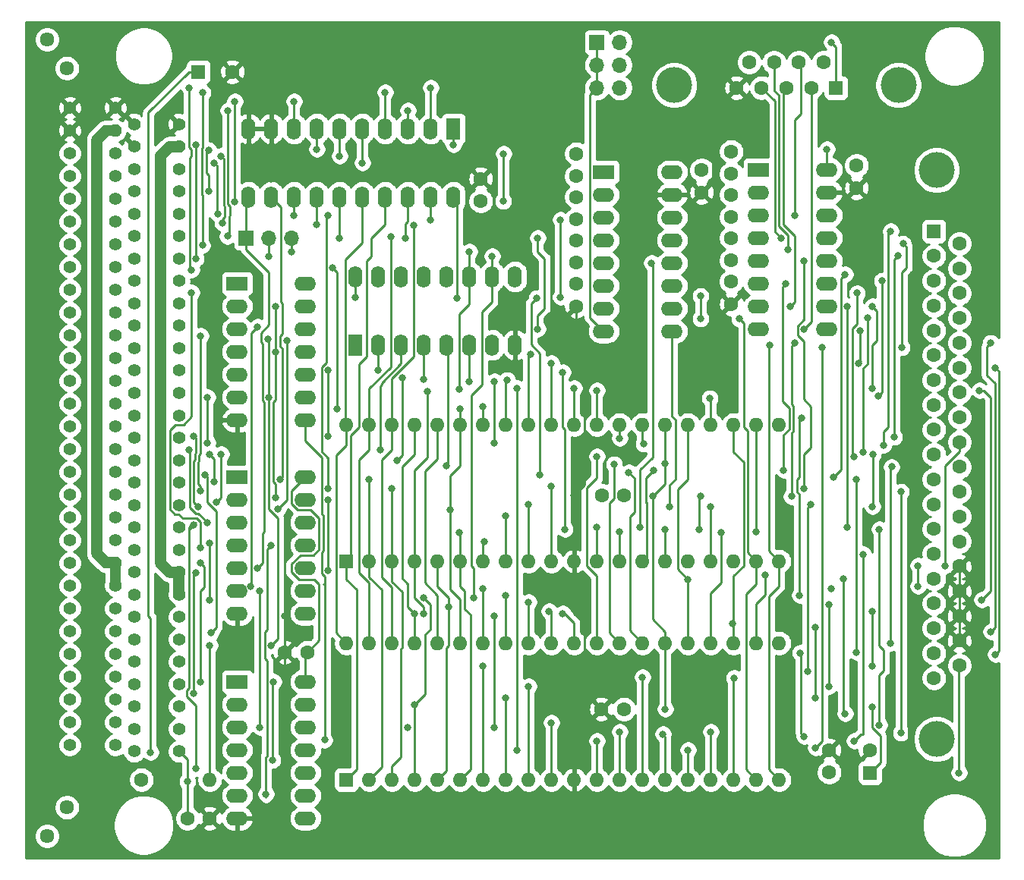
<source format=gbr>
%TF.GenerationSoftware,KiCad,Pcbnew,(5.1.10)-1*%
%TF.CreationDate,2025-03-09T14:01:03+01:00*%
%TF.ProjectId,EA-Modul,45412d4d-6f64-4756-9c2e-6b696361645f,rev?*%
%TF.SameCoordinates,Original*%
%TF.FileFunction,Copper,L1,Top*%
%TF.FilePolarity,Positive*%
%FSLAX46Y46*%
G04 Gerber Fmt 4.6, Leading zero omitted, Abs format (unit mm)*
G04 Created by KiCad (PCBNEW (5.1.10)-1) date 2025-03-09 14:01:03*
%MOMM*%
%LPD*%
G01*
G04 APERTURE LIST*
%TA.AperFunction,ComponentPad*%
%ADD10O,1.600000X1.600000*%
%TD*%
%TA.AperFunction,ComponentPad*%
%ADD11R,1.600000X1.600000*%
%TD*%
%TA.AperFunction,ComponentPad*%
%ADD12C,1.600000*%
%TD*%
%TA.AperFunction,ComponentPad*%
%ADD13O,2.400000X1.600000*%
%TD*%
%TA.AperFunction,ComponentPad*%
%ADD14R,2.400000X1.600000*%
%TD*%
%TA.AperFunction,ComponentPad*%
%ADD15O,1.600000X2.400000*%
%TD*%
%TA.AperFunction,ComponentPad*%
%ADD16R,1.600000X2.400000*%
%TD*%
%TA.AperFunction,ComponentPad*%
%ADD17C,4.000000*%
%TD*%
%TA.AperFunction,ComponentPad*%
%ADD18O,1.700000X1.700000*%
%TD*%
%TA.AperFunction,ComponentPad*%
%ADD19R,1.700000X1.700000*%
%TD*%
%TA.AperFunction,ComponentPad*%
%ADD20C,1.610000*%
%TD*%
%TA.AperFunction,ComponentPad*%
%ADD21C,1.400000*%
%TD*%
%TA.AperFunction,SMDPad,CuDef*%
%ADD22C,0.100000*%
%TD*%
%TA.AperFunction,ViaPad*%
%ADD23C,0.800000*%
%TD*%
%TA.AperFunction,Conductor*%
%ADD24C,0.250000*%
%TD*%
%TA.AperFunction,Conductor*%
%ADD25C,0.254000*%
%TD*%
%TA.AperFunction,Conductor*%
%ADD26C,0.100000*%
%TD*%
G04 APERTURE END LIST*
D10*
%TO.P,U3,40*%
%TO.N,/D3*%
X91694000Y-116332000D03*
%TO.P,U3,20*%
%TO.N,/D1*%
X139954000Y-131572000D03*
%TO.P,U3,39*%
%TO.N,/D4*%
X94234000Y-116332000D03*
%TO.P,U3,19*%
%TO.N,/D0*%
X137414000Y-131572000D03*
%TO.P,U3,38*%
%TO.N,/D5*%
X96774000Y-116332000D03*
%TO.P,U3,18*%
%TO.N,Net-(J1-Pad19)*%
X134874000Y-131572000D03*
%TO.P,U3,37*%
%TO.N,/~M1R*%
X99314000Y-116332000D03*
%TO.P,U3,17*%
%TO.N,Net-(J1-Pad30)*%
X132334000Y-131572000D03*
%TO.P,U3,36*%
%TO.N,/~IORQ*%
X101854000Y-116332000D03*
%TO.P,U3,16*%
%TO.N,Net-(J1-Pad20)*%
X129794000Y-131572000D03*
%TO.P,U3,35*%
%TO.N,/~RD*%
X104394000Y-116332000D03*
%TO.P,U3,15*%
%TO.N,Net-(J1-Pad11)*%
X127254000Y-131572000D03*
%TO.P,U3,34*%
%TO.N,Net-(J1-Pad28)*%
X106934000Y-116332000D03*
%TO.P,U3,14*%
%TO.N,Net-(J1-Pad12)*%
X124714000Y-131572000D03*
%TO.P,U3,33*%
%TO.N,Net-(J1-Pad27)*%
X109474000Y-116332000D03*
%TO.P,U3,13*%
%TO.N,Net-(J1-Pad13)*%
X122174000Y-131572000D03*
%TO.P,U3,32*%
%TO.N,Net-(J1-Pad26)*%
X112014000Y-116332000D03*
%TO.P,U3,12*%
%TO.N,Net-(J1-Pad14)*%
X119634000Y-131572000D03*
%TO.P,U3,31*%
%TO.N,Net-(J1-Pad25)*%
X114554000Y-116332000D03*
%TO.P,U3,11*%
%TO.N,GND*%
X117094000Y-131572000D03*
%TO.P,U3,30*%
%TO.N,Net-(J1-Pad24)*%
X117094000Y-116332000D03*
%TO.P,U3,10*%
%TO.N,Net-(J1-Pad15)*%
X114554000Y-131572000D03*
%TO.P,U3,29*%
%TO.N,Net-(J1-Pad23)*%
X119634000Y-116332000D03*
%TO.P,U3,9*%
%TO.N,Net-(J1-Pad16)*%
X112014000Y-131572000D03*
%TO.P,U3,28*%
%TO.N,Net-(J1-Pad22)*%
X122174000Y-116332000D03*
%TO.P,U3,8*%
%TO.N,Net-(J1-Pad17)*%
X109474000Y-131572000D03*
%TO.P,U3,27*%
%TO.N,Net-(J1-Pad21)*%
X124714000Y-116332000D03*
%TO.P,U3,7*%
%TO.N,Net-(J1-Pad18)*%
X106934000Y-131572000D03*
%TO.P,U3,26*%
%TO.N,+5P*%
X127254000Y-116332000D03*
%TO.P,U3,6*%
%TO.N,/A1*%
X104394000Y-131572000D03*
%TO.P,U3,25*%
%TO.N,/CLK*%
X129794000Y-116332000D03*
%TO.P,U3,5*%
%TO.N,/A0*%
X101854000Y-131572000D03*
%TO.P,U3,24*%
%TO.N,Net-(U2-Pad22)*%
X132334000Y-116332000D03*
%TO.P,U3,4*%
%TO.N,/~CS2*%
X99314000Y-131572000D03*
%TO.P,U3,23*%
%TO.N,/~INT*%
X134874000Y-116332000D03*
%TO.P,U3,3*%
%TO.N,/D6*%
X96774000Y-131572000D03*
%TO.P,U3,22*%
%TO.N,/~IEO*%
X137414000Y-116332000D03*
%TO.P,U3,2*%
%TO.N,/D7*%
X94234000Y-131572000D03*
%TO.P,U3,21*%
%TO.N,Net-(J1-Pad29)*%
X139954000Y-116332000D03*
D11*
%TO.P,U3,1*%
%TO.N,/D2*%
X91694000Y-131572000D03*
%TD*%
D10*
%TO.P,R1,2*%
%TO.N,/~IEI*%
X76454000Y-131572000D03*
D12*
%TO.P,R1,1*%
%TO.N,+5P*%
X68834000Y-131572000D03*
%TD*%
%TO.P,C18,2*%
%TO.N,Net-(C18-Pad2)*%
X117348000Y-64222000D03*
%TO.P,C18,1*%
%TO.N,+5P*%
X117348000Y-61722000D03*
%TD*%
%TO.P,C17,2*%
%TO.N,Net-(C17-Pad2)*%
X134620000Y-63968000D03*
%TO.P,C17,1*%
%TO.N,+5P*%
X134620000Y-61468000D03*
%TD*%
%TO.P,C16,2*%
%TO.N,Net-(C16-Pad2)*%
X117348000Y-76240000D03*
%TO.P,C16,1*%
%TO.N,GND*%
X117348000Y-78740000D03*
%TD*%
%TO.P,C15,2*%
%TO.N,Net-(C15-Pad2)*%
X134620000Y-75986000D03*
%TO.P,C15,1*%
%TO.N,GND*%
X134620000Y-78486000D03*
%TD*%
%TO.P,C14,2*%
%TO.N,Net-(C14-Pad2)*%
X117348000Y-73874000D03*
%TO.P,C14,1*%
%TO.N,Net-(C14-Pad1)*%
X117348000Y-71374000D03*
%TD*%
%TO.P,C13,2*%
%TO.N,Net-(C13-Pad2)*%
X134620000Y-73620000D03*
%TO.P,C13,1*%
%TO.N,Net-(C13-Pad1)*%
X134620000Y-71120000D03*
%TD*%
%TO.P,C12,2*%
%TO.N,Net-(C12-Pad2)*%
X117348000Y-69048000D03*
%TO.P,C12,1*%
%TO.N,Net-(C12-Pad1)*%
X117348000Y-66548000D03*
%TD*%
%TO.P,C11,2*%
%TO.N,Net-(C11-Pad2)*%
X134620000Y-68794000D03*
%TO.P,C11,1*%
%TO.N,Net-(C11-Pad1)*%
X134620000Y-66294000D03*
%TD*%
D13*
%TO.P,U9,16*%
%TO.N,+5P*%
X128016000Y-63754000D03*
%TO.P,U9,8*%
%TO.N,/PO*%
X120396000Y-81534000D03*
%TO.P,U9,15*%
%TO.N,GND*%
X128016000Y-66294000D03*
%TO.P,U9,7*%
%TO.N,N/C*%
X120396000Y-78994000D03*
%TO.P,U9,14*%
X128016000Y-68834000D03*
%TO.P,U9,6*%
%TO.N,Net-(C16-Pad2)*%
X120396000Y-76454000D03*
%TO.P,U9,13*%
%TO.N,/CTS*%
X128016000Y-71374000D03*
%TO.P,U9,5*%
%TO.N,Net-(C14-Pad2)*%
X120396000Y-73914000D03*
%TO.P,U9,12*%
%TO.N,Net-(U2-Pad12)*%
X128016000Y-73914000D03*
%TO.P,U9,4*%
%TO.N,Net-(C14-Pad1)*%
X120396000Y-71374000D03*
%TO.P,U9,11*%
%TO.N,N/C*%
X128016000Y-76454000D03*
%TO.P,U9,3*%
%TO.N,Net-(C12-Pad2)*%
X120396000Y-68834000D03*
%TO.P,U9,10*%
%TO.N,N/C*%
X128016000Y-78994000D03*
%TO.P,U9,2*%
%TO.N,Net-(C18-Pad2)*%
X120396000Y-66294000D03*
%TO.P,U9,9*%
%TO.N,Net-(U2-Pad9)*%
X128016000Y-81534000D03*
D14*
%TO.P,U9,1*%
%TO.N,Net-(C12-Pad1)*%
X120396000Y-63754000D03*
%TD*%
D13*
%TO.P,U8,16*%
%TO.N,+5P*%
X145288000Y-63500000D03*
%TO.P,U8,8*%
%TO.N,/RxD*%
X137668000Y-81280000D03*
%TO.P,U8,15*%
%TO.N,GND*%
X145288000Y-66040000D03*
%TO.P,U8,7*%
%TO.N,/TxD*%
X137668000Y-78740000D03*
%TO.P,U8,14*%
%TO.N,/RTS*%
X145288000Y-68580000D03*
%TO.P,U8,6*%
%TO.N,Net-(C15-Pad2)*%
X137668000Y-76200000D03*
%TO.P,U8,13*%
%TO.N,/DTR*%
X145288000Y-71120000D03*
%TO.P,U8,5*%
%TO.N,Net-(C13-Pad2)*%
X137668000Y-73660000D03*
%TO.P,U8,12*%
%TO.N,Net-(U2-Pad10)*%
X145288000Y-73660000D03*
%TO.P,U8,4*%
%TO.N,Net-(C13-Pad1)*%
X137668000Y-71120000D03*
%TO.P,U8,11*%
%TO.N,Net-(U2-Pad14)*%
X145288000Y-76200000D03*
%TO.P,U8,3*%
%TO.N,Net-(C11-Pad2)*%
X137668000Y-68580000D03*
%TO.P,U8,10*%
%TO.N,Net-(U2-Pad15)*%
X145288000Y-78740000D03*
%TO.P,U8,2*%
%TO.N,Net-(C17-Pad2)*%
X137668000Y-66040000D03*
%TO.P,U8,9*%
%TO.N,Net-(U2-Pad13)*%
X145288000Y-81280000D03*
D14*
%TO.P,U8,1*%
%TO.N,Net-(C11-Pad1)*%
X137668000Y-63500000D03*
%TD*%
D13*
%TO.P,U7,14*%
%TO.N,+5P*%
X87122000Y-76200000D03*
%TO.P,U7,7*%
%TO.N,GND*%
X79502000Y-91440000D03*
%TO.P,U7,13*%
%TO.N,Net-(U4-Pad2)*%
X87122000Y-78740000D03*
%TO.P,U7,6*%
%TO.N,Net-(U5-Pad5)*%
X79502000Y-88900000D03*
%TO.P,U7,12*%
%TO.N,Net-(U4-Pad6)*%
X87122000Y-81280000D03*
%TO.P,U7,5*%
%TO.N,Net-(U5-Pad11)*%
X79502000Y-86360000D03*
%TO.P,U7,11*%
%TO.N,N/C*%
X87122000Y-83820000D03*
%TO.P,U7,4*%
%TO.N,Net-(U4-Pad2)*%
X79502000Y-83820000D03*
%TO.P,U7,10*%
%TO.N,Net-(U4-Pad12)*%
X87122000Y-86360000D03*
%TO.P,U7,3*%
%TO.N,N/C*%
X79502000Y-81280000D03*
%TO.P,U7,9*%
%TO.N,/~IEI*%
X87122000Y-88900000D03*
%TO.P,U7,2*%
%TO.N,Net-(U4-Pad2)*%
X79502000Y-78740000D03*
%TO.P,U7,8*%
%TO.N,Net-(U5-Pad4)*%
X87122000Y-91440000D03*
D14*
%TO.P,U7,1*%
%TO.N,Net-(U4-Pad4)*%
X79502000Y-76200000D03*
%TD*%
D15*
%TO.P,U6,16*%
%TO.N,+5P*%
X92710000Y-75438000D03*
%TO.P,U6,8*%
%TO.N,GND*%
X110490000Y-83058000D03*
%TO.P,U6,15*%
%TO.N,N/C*%
X95250000Y-75438000D03*
%TO.P,U6,7*%
X107950000Y-83058000D03*
%TO.P,U6,14*%
X97790000Y-75438000D03*
%TO.P,U6,6*%
%TO.N,/A5*%
X105410000Y-83058000D03*
%TO.P,U6,13*%
%TO.N,N/C*%
X100330000Y-75438000D03*
%TO.P,U6,5*%
%TO.N,/A6*%
X102870000Y-83058000D03*
%TO.P,U6,12*%
%TO.N,N/C*%
X102870000Y-75438000D03*
%TO.P,U6,4*%
%TO.N,/A7*%
X100330000Y-83058000D03*
%TO.P,U6,11*%
%TO.N,/~CS1*%
X105410000Y-75438000D03*
%TO.P,U6,3*%
%TO.N,/A4*%
X97790000Y-83058000D03*
%TO.P,U6,10*%
%TO.N,/~CS2*%
X107950000Y-75438000D03*
%TO.P,U6,2*%
%TO.N,/A3*%
X95250000Y-83058000D03*
%TO.P,U6,9*%
%TO.N,N/C*%
X110490000Y-75438000D03*
D16*
%TO.P,U6,1*%
%TO.N,/A2*%
X92710000Y-83058000D03*
%TD*%
D13*
%TO.P,U5,14*%
%TO.N,+5P*%
X87122000Y-120650000D03*
%TO.P,U5,7*%
%TO.N,GND*%
X79502000Y-135890000D03*
%TO.P,U5,13*%
%TO.N,/~CS2*%
X87122000Y-123190000D03*
%TO.P,U5,6*%
%TO.N,Net-(U4-Pad11)*%
X79502000Y-133350000D03*
%TO.P,U5,12*%
%TO.N,/~CS1*%
X87122000Y-125730000D03*
%TO.P,U5,5*%
%TO.N,Net-(U5-Pad5)*%
X79502000Y-130810000D03*
%TO.P,U5,11*%
%TO.N,Net-(U5-Pad11)*%
X87122000Y-128270000D03*
%TO.P,U5,4*%
%TO.N,Net-(U5-Pad4)*%
X79502000Y-128270000D03*
%TO.P,U5,10*%
%TO.N,N/C*%
X87122000Y-130810000D03*
%TO.P,U5,3*%
%TO.N,Net-(U4-Pad9)*%
X79502000Y-125730000D03*
%TO.P,U5,9*%
%TO.N,N/C*%
X87122000Y-133350000D03*
%TO.P,U5,2*%
%TO.N,/~M1*%
X79502000Y-123190000D03*
%TO.P,U5,8*%
%TO.N,N/C*%
X87122000Y-135890000D03*
D14*
%TO.P,U5,1*%
%TO.N,/~RESET*%
X79502000Y-120650000D03*
%TD*%
D13*
%TO.P,U4,14*%
%TO.N,+5P*%
X87122000Y-97790000D03*
%TO.P,U4,7*%
%TO.N,GND*%
X79502000Y-113030000D03*
%TO.P,U4,13*%
%TO.N,/~IEO*%
X87122000Y-100330000D03*
%TO.P,U4,6*%
%TO.N,Net-(U4-Pad6)*%
X79502000Y-110490000D03*
%TO.P,U4,12*%
%TO.N,Net-(U4-Pad12)*%
X87122000Y-102870000D03*
%TO.P,U4,5*%
%TO.N,/~M1*%
X79502000Y-107950000D03*
%TO.P,U4,11*%
%TO.N,Net-(U4-Pad11)*%
X87122000Y-105410000D03*
%TO.P,U4,4*%
%TO.N,Net-(U4-Pad4)*%
X79502000Y-105410000D03*
%TO.P,U4,10*%
%TO.N,Net-(J2-Pad1)*%
X87122000Y-107950000D03*
%TO.P,U4,3*%
%TO.N,/~RD*%
X79502000Y-102870000D03*
%TO.P,U4,9*%
%TO.N,Net-(U4-Pad9)*%
X87122000Y-110490000D03*
%TO.P,U4,2*%
%TO.N,Net-(U4-Pad2)*%
X79502000Y-100330000D03*
%TO.P,U4,8*%
%TO.N,/~M1R*%
X87122000Y-113030000D03*
D14*
%TO.P,U4,1*%
%TO.N,/~IORQ*%
X79502000Y-97790000D03*
%TD*%
D10*
%TO.P,U2,40*%
%TO.N,/D3*%
X91694000Y-91948000D03*
%TO.P,U2,20*%
%TO.N,/D1*%
X139954000Y-107188000D03*
%TO.P,U2,39*%
%TO.N,/D4*%
X94234000Y-91948000D03*
%TO.P,U2,19*%
%TO.N,/D0*%
X137414000Y-107188000D03*
%TO.P,U2,38*%
%TO.N,/D5*%
X96774000Y-91948000D03*
%TO.P,U2,18*%
%TO.N,N/C*%
X134874000Y-107188000D03*
%TO.P,U2,37*%
%TO.N,/~M1R*%
X99314000Y-91948000D03*
%TO.P,U2,17*%
%TO.N,Net-(J1-Pad10)*%
X132334000Y-107188000D03*
%TO.P,U2,36*%
%TO.N,/~IORQ*%
X101854000Y-91948000D03*
%TO.P,U2,16*%
%TO.N,N/C*%
X129794000Y-107188000D03*
%TO.P,U2,35*%
%TO.N,/~RD*%
X104394000Y-91948000D03*
%TO.P,U2,15*%
%TO.N,Net-(U2-Pad15)*%
X127254000Y-107188000D03*
%TO.P,U2,34*%
%TO.N,Net-(J1-Pad8)*%
X106934000Y-91948000D03*
%TO.P,U2,14*%
%TO.N,Net-(U2-Pad14)*%
X124714000Y-107188000D03*
%TO.P,U2,33*%
%TO.N,Net-(J1-Pad7)*%
X109474000Y-91948000D03*
%TO.P,U2,13*%
%TO.N,Net-(U2-Pad13)*%
X122174000Y-107188000D03*
%TO.P,U2,32*%
%TO.N,Net-(J1-Pad6)*%
X112014000Y-91948000D03*
%TO.P,U2,12*%
%TO.N,Net-(U2-Pad12)*%
X119634000Y-107188000D03*
%TO.P,U2,31*%
%TO.N,Net-(J1-Pad5)*%
X114554000Y-91948000D03*
%TO.P,U2,11*%
%TO.N,GND*%
X117094000Y-107188000D03*
%TO.P,U2,30*%
%TO.N,Net-(J1-Pad4)*%
X117094000Y-91948000D03*
%TO.P,U2,10*%
%TO.N,Net-(U2-Pad10)*%
X114554000Y-107188000D03*
%TO.P,U2,29*%
%TO.N,Net-(J1-Pad3)*%
X119634000Y-91948000D03*
%TO.P,U2,9*%
%TO.N,Net-(U2-Pad9)*%
X112014000Y-107188000D03*
%TO.P,U2,28*%
%TO.N,Net-(J1-Pad2)*%
X122174000Y-91948000D03*
%TO.P,U2,8*%
%TO.N,Net-(J1-Pad31)*%
X109474000Y-107188000D03*
%TO.P,U2,27*%
%TO.N,Net-(J1-Pad1)*%
X124714000Y-91948000D03*
%TO.P,U2,7*%
%TO.N,Net-(J1-Pad32)*%
X106934000Y-107188000D03*
%TO.P,U2,26*%
%TO.N,+5P*%
X127254000Y-91948000D03*
%TO.P,U2,6*%
%TO.N,/A1*%
X104394000Y-107188000D03*
%TO.P,U2,25*%
%TO.N,/CLK*%
X129794000Y-91948000D03*
%TO.P,U2,5*%
%TO.N,/A0*%
X101854000Y-107188000D03*
%TO.P,U2,24*%
%TO.N,/~IEI*%
X132334000Y-91948000D03*
%TO.P,U2,4*%
%TO.N,/~CS1*%
X99314000Y-107188000D03*
%TO.P,U2,23*%
%TO.N,/~INT*%
X134874000Y-91948000D03*
%TO.P,U2,3*%
%TO.N,/D6*%
X96774000Y-107188000D03*
%TO.P,U2,22*%
%TO.N,Net-(U2-Pad22)*%
X137414000Y-91948000D03*
%TO.P,U2,2*%
%TO.N,/D7*%
X94234000Y-107188000D03*
%TO.P,U2,21*%
%TO.N,Net-(J1-Pad9)*%
X139954000Y-91948000D03*
D11*
%TO.P,U2,1*%
%TO.N,/D2*%
X91694000Y-107188000D03*
%TD*%
D15*
%TO.P,U1,20*%
%TO.N,+5P*%
X103632000Y-66548000D03*
%TO.P,U1,10*%
%TO.N,GND*%
X80772000Y-58928000D03*
%TO.P,U1,19*%
%TO.N,/D0*%
X101092000Y-66548000D03*
%TO.P,U1,9*%
%TO.N,GND*%
X83312000Y-58928000D03*
%TO.P,U1,18*%
%TO.N,/D1*%
X98552000Y-66548000D03*
%TO.P,U1,8*%
%TO.N,/DB7*%
X85852000Y-58928000D03*
%TO.P,U1,17*%
%TO.N,/D2*%
X96012000Y-66548000D03*
%TO.P,U1,7*%
%TO.N,/DB6*%
X88392000Y-58928000D03*
%TO.P,U1,16*%
%TO.N,/D3*%
X93472000Y-66548000D03*
%TO.P,U1,6*%
%TO.N,/DB5*%
X90932000Y-58928000D03*
%TO.P,U1,15*%
%TO.N,/D4*%
X90932000Y-66548000D03*
%TO.P,U1,5*%
%TO.N,/DB4*%
X93472000Y-58928000D03*
%TO.P,U1,14*%
%TO.N,/D5*%
X88392000Y-66548000D03*
%TO.P,U1,4*%
%TO.N,/DB3*%
X96012000Y-58928000D03*
%TO.P,U1,13*%
%TO.N,/D6*%
X85852000Y-66548000D03*
%TO.P,U1,3*%
%TO.N,/DB2*%
X98552000Y-58928000D03*
%TO.P,U1,12*%
%TO.N,/D7*%
X83312000Y-66548000D03*
%TO.P,U1,2*%
%TO.N,/DB1*%
X101092000Y-58928000D03*
%TO.P,U1,11*%
%TO.N,Net-(J2-Pad1)*%
X80772000Y-66548000D03*
D16*
%TO.P,U1,1*%
%TO.N,/DB0*%
X103632000Y-58928000D03*
%TD*%
D17*
%TO.P,J4,0*%
%TO.N,N/C*%
X128264000Y-54056000D03*
X153264000Y-54056000D03*
D12*
%TO.P,J4,9*%
%TO.N,Net-(J3-Pad6)*%
X136609000Y-51516000D03*
%TO.P,J4,8*%
%TO.N,/CTS*%
X139379000Y-51516000D03*
%TO.P,J4,7*%
%TO.N,/RTS*%
X142149000Y-51516000D03*
%TO.P,J4,6*%
%TO.N,Net-(J3-Pad4)*%
X144919000Y-51516000D03*
%TO.P,J4,5*%
%TO.N,GND*%
X135224000Y-54356000D03*
%TO.P,J4,4*%
%TO.N,/DTR*%
X137994000Y-54356000D03*
%TO.P,J4,3*%
%TO.N,/TxD*%
X140764000Y-54356000D03*
%TO.P,J4,2*%
%TO.N,/RxD*%
X143534000Y-54356000D03*
D11*
%TO.P,J4,1*%
%TO.N,Net-(J3-Pad2)*%
X146304000Y-54356000D03*
%TD*%
D18*
%TO.P,J3,6*%
%TO.N,Net-(J3-Pad6)*%
X122174000Y-54356000D03*
%TO.P,J3,5*%
%TO.N,/PO*%
X119634000Y-54356000D03*
%TO.P,J3,4*%
%TO.N,Net-(J3-Pad4)*%
X122174000Y-51816000D03*
%TO.P,J3,3*%
%TO.N,/PO*%
X119634000Y-51816000D03*
%TO.P,J3,2*%
%TO.N,Net-(J3-Pad2)*%
X122174000Y-49276000D03*
D19*
%TO.P,J3,1*%
%TO.N,/PO*%
X119634000Y-49276000D03*
%TD*%
D18*
%TO.P,J2,3*%
%TO.N,/~CS1*%
X85598000Y-71120000D03*
%TO.P,J2,2*%
%TO.N,/~CS2*%
X83058000Y-71120000D03*
D19*
%TO.P,J2,1*%
%TO.N,Net-(J2-Pad1)*%
X80518000Y-71120000D03*
%TD*%
D17*
%TO.P,J1,0*%
%TO.N,N/C*%
X157526000Y-63538000D03*
X157526000Y-127038000D03*
D12*
%TO.P,J1,37*%
%TO.N,+5P*%
X160066000Y-118833000D03*
%TO.P,J1,36*%
%TO.N,GND*%
X160066000Y-116063000D03*
%TO.P,J1,35*%
X160066000Y-113293000D03*
%TO.P,J1,34*%
X160066000Y-110523000D03*
%TO.P,J1,33*%
X160066000Y-107753000D03*
%TO.P,J1,32*%
%TO.N,Net-(J1-Pad32)*%
X160066000Y-104983000D03*
%TO.P,J1,31*%
%TO.N,Net-(J1-Pad31)*%
X160066000Y-102213000D03*
%TO.P,J1,30*%
%TO.N,Net-(J1-Pad30)*%
X160066000Y-99443000D03*
%TO.P,J1,29*%
%TO.N,Net-(J1-Pad29)*%
X160066000Y-96673000D03*
%TO.P,J1,28*%
%TO.N,Net-(J1-Pad28)*%
X160066000Y-93903000D03*
%TO.P,J1,27*%
%TO.N,Net-(J1-Pad27)*%
X160066000Y-91133000D03*
%TO.P,J1,26*%
%TO.N,Net-(J1-Pad26)*%
X160066000Y-88363000D03*
%TO.P,J1,25*%
%TO.N,Net-(J1-Pad25)*%
X160066000Y-85593000D03*
%TO.P,J1,24*%
%TO.N,Net-(J1-Pad24)*%
X160066000Y-82823000D03*
%TO.P,J1,23*%
%TO.N,Net-(J1-Pad23)*%
X160066000Y-80053000D03*
%TO.P,J1,22*%
%TO.N,Net-(J1-Pad22)*%
X160066000Y-77283000D03*
%TO.P,J1,21*%
%TO.N,Net-(J1-Pad21)*%
X160066000Y-74513000D03*
%TO.P,J1,20*%
%TO.N,Net-(J1-Pad20)*%
X160066000Y-71743000D03*
%TO.P,J1,19*%
%TO.N,Net-(J1-Pad19)*%
X157226000Y-120218000D03*
%TO.P,J1,18*%
%TO.N,Net-(J1-Pad18)*%
X157226000Y-117448000D03*
%TO.P,J1,17*%
%TO.N,Net-(J1-Pad17)*%
X157226000Y-114678000D03*
%TO.P,J1,16*%
%TO.N,Net-(J1-Pad16)*%
X157226000Y-111908000D03*
%TO.P,J1,15*%
%TO.N,Net-(J1-Pad15)*%
X157226000Y-109138000D03*
%TO.P,J1,14*%
%TO.N,Net-(J1-Pad14)*%
X157226000Y-106368000D03*
%TO.P,J1,13*%
%TO.N,Net-(J1-Pad13)*%
X157226000Y-103598000D03*
%TO.P,J1,12*%
%TO.N,Net-(J1-Pad12)*%
X157226000Y-100828000D03*
%TO.P,J1,11*%
%TO.N,Net-(J1-Pad11)*%
X157226000Y-98058000D03*
%TO.P,J1,10*%
%TO.N,Net-(J1-Pad10)*%
X157226000Y-95288000D03*
%TO.P,J1,9*%
%TO.N,Net-(J1-Pad9)*%
X157226000Y-92518000D03*
%TO.P,J1,8*%
%TO.N,Net-(J1-Pad8)*%
X157226000Y-89748000D03*
%TO.P,J1,7*%
%TO.N,Net-(J1-Pad7)*%
X157226000Y-86978000D03*
%TO.P,J1,6*%
%TO.N,Net-(J1-Pad6)*%
X157226000Y-84208000D03*
%TO.P,J1,5*%
%TO.N,Net-(J1-Pad5)*%
X157226000Y-81438000D03*
%TO.P,J1,4*%
%TO.N,Net-(J1-Pad4)*%
X157226000Y-78668000D03*
%TO.P,J1,3*%
%TO.N,Net-(J1-Pad3)*%
X157226000Y-75898000D03*
%TO.P,J1,2*%
%TO.N,Net-(J1-Pad2)*%
X157226000Y-73128000D03*
D11*
%TO.P,J1,1*%
%TO.N,Net-(J1-Pad1)*%
X157226000Y-70358000D03*
%TD*%
D12*
%TO.P,C10,2*%
%TO.N,+5P*%
X122682000Y-99822000D03*
%TO.P,C10,1*%
%TO.N,GND*%
X120182000Y-99822000D03*
%TD*%
%TO.P,C9,2*%
%TO.N,+5P*%
X106680000Y-67016000D03*
%TO.P,C9,1*%
%TO.N,GND*%
X106680000Y-64516000D03*
%TD*%
%TO.P,C8,2*%
%TO.N,+5P*%
X145542000Y-130770000D03*
%TO.P,C8,1*%
%TO.N,GND*%
X145542000Y-128270000D03*
%TD*%
%TO.P,C7,2*%
%TO.N,+5P*%
X148590000Y-63032000D03*
%TO.P,C7,1*%
%TO.N,GND*%
X148590000Y-65532000D03*
%TD*%
%TO.P,C6,2*%
%TO.N,GND*%
X150114000Y-128310000D03*
D11*
%TO.P,C6,1*%
%TO.N,+5P*%
X150114000Y-130810000D03*
%TD*%
D12*
%TO.P,C5,2*%
%TO.N,+5P*%
X122642000Y-123698000D03*
%TO.P,C5,1*%
%TO.N,GND*%
X120142000Y-123698000D03*
%TD*%
%TO.P,C4,2*%
%TO.N,+5P*%
X73954000Y-135890000D03*
%TO.P,C4,1*%
%TO.N,GND*%
X76454000Y-135890000D03*
%TD*%
%TO.P,C3,2*%
%TO.N,+5P*%
X87336000Y-117348000D03*
%TO.P,C3,1*%
%TO.N,GND*%
X84836000Y-117348000D03*
%TD*%
%TO.P,C2,2*%
%TO.N,+5P*%
X131318000Y-63540000D03*
%TO.P,C2,1*%
%TO.N,GND*%
X131318000Y-66040000D03*
%TD*%
%TO.P,C1,2*%
%TO.N,GND*%
X78984000Y-52578000D03*
D11*
%TO.P,C1,1*%
%TO.N,+5P*%
X75184000Y-52578000D03*
%TD*%
D20*
%TO.P,X1,*%
%TO.N,*%
X58293600Y-48970000D03*
X58293600Y-137870000D03*
D21*
%TO.P,X1,A01*%
%TO.N,GND*%
X60833600Y-56590000D03*
%TO.P,X1,A02*%
X60833600Y-59130000D03*
%TO.P,X1,A04*%
%TO.N,/DB7*%
X60833600Y-64210000D03*
%TO.P,X1,A05*%
%TO.N,/DB5*%
X60833600Y-66750000D03*
%TO.P,X1,A06*%
%TO.N,/DB3*%
X60833600Y-69290000D03*
%TO.P,X1,A07*%
%TO.N,/DB1*%
X60833600Y-71830000D03*
%TO.P,X1,A08*%
%TO.N,/~WR*%
X60833600Y-74370000D03*
%TO.P,X1,A09*%
%TO.N,/~MREQ*%
X60833600Y-76910000D03*
%TO.P,X1,A10*%
%TO.N,/~IEO*%
X60833600Y-79450000D03*
%TO.P,X1,A11*%
%TO.N,/A14*%
X60833600Y-81990000D03*
%TO.P,X1,A12*%
%TO.N,/A12*%
X60833600Y-84530000D03*
%TO.P,X1,A13*%
%TO.N,/A10*%
X60833600Y-87070000D03*
%TO.P,X1,A14*%
%TO.N,/A8*%
X60833600Y-89610000D03*
%TO.P,X1,A15*%
%TO.N,-5V*%
X60833600Y-92150000D03*
%TO.P,X1,A16*%
%TO.N,/A6*%
X60833600Y-94690000D03*
%TO.P,X1,A17*%
%TO.N,/A4*%
X60833600Y-97230000D03*
%TO.P,X1,A18*%
%TO.N,/A2*%
X60833600Y-99770000D03*
%TO.P,X1,A19*%
%TO.N,/A0*%
X60833600Y-102310000D03*
%TO.P,X1,A20*%
%TO.N,/~RESET*%
X60833600Y-104850000D03*
%TO.P,X1,A21*%
%TO.N,/CLK*%
X60833600Y-107390000D03*
%TO.P,X1,A22*%
%TO.N,Net-(X1-PadA22)*%
X60833600Y-109930000D03*
%TO.P,X1,A23*%
%TO.N,Net-(X1-PadA23)*%
X60833600Y-112470000D03*
%TO.P,X1,A24*%
%TO.N,Net-(X1-PadA24)*%
X60833600Y-115010000D03*
%TO.P,X1,A25*%
%TO.N,Net-(X1-PadA25)*%
X60833600Y-117550000D03*
%TO.P,X1,A26*%
%TO.N,/~M1*%
X60833600Y-120090000D03*
%TO.P,X1,A27*%
%TO.N,Net-(X1-PadA27)*%
X60833600Y-122630000D03*
%TO.P,X1,A28*%
%TO.N,+12P*%
X60833600Y-125170000D03*
%TO.P,X1,A29*%
%TO.N,+5P*%
X60833600Y-127710000D03*
%TO.P,X1,C01*%
%TO.N,GND*%
X65913600Y-56590000D03*
%TO.P,X1,C02*%
X65913600Y-59130000D03*
%TO.P,X1,C03*%
%TO.N,-12V*%
X65913600Y-61670000D03*
%TO.P,X1,C04*%
%TO.N,/DB6*%
X65913600Y-64210000D03*
%TO.P,X1,C05*%
%TO.N,/DB4*%
X65913600Y-66750000D03*
%TO.P,X1,C06*%
%TO.N,/DB2*%
X65913600Y-69290000D03*
%TO.P,X1,C07*%
%TO.N,/DB0*%
X65913600Y-71830000D03*
%TO.P,X1,C08*%
%TO.N,/~RD*%
X65913600Y-74370000D03*
%TO.P,X1,C09*%
%TO.N,/~MEMDI*%
X65913600Y-76910000D03*
%TO.P,X1,C10*%
%TO.N,/~IEI*%
X65913600Y-79450000D03*
%TO.P,X1,C11*%
%TO.N,/A15*%
X65913600Y-81990000D03*
%TO.P,X1,C12*%
%TO.N,/A13*%
X65913600Y-84530000D03*
%TO.P,X1,C13*%
%TO.N,/A11*%
X65913600Y-87070000D03*
%TO.P,X1,C14*%
%TO.N,/A9*%
X65913600Y-89610000D03*
%TO.P,X1,C15*%
%TO.N,-5V*%
X65913600Y-92150000D03*
%TO.P,X1,C16*%
%TO.N,/A7*%
X65913600Y-94690000D03*
%TO.P,X1,C17*%
%TO.N,/A5*%
X65913600Y-97230000D03*
%TO.P,X1,C18*%
%TO.N,/A3*%
X65913600Y-99770000D03*
%TO.P,X1,C19*%
%TO.N,/A1*%
X65913600Y-102310000D03*
%TO.P,X1,C20*%
%TO.N,Net-(X1-PadC20)*%
X65913600Y-104850000D03*
%TO.P,X1,C21*%
%TO.N,GND*%
X65913600Y-107390000D03*
%TO.P,X1,C22*%
X65913600Y-109930000D03*
%TO.P,X1,C23*%
%TO.N,/~INT*%
X65913600Y-112470000D03*
%TO.P,X1,C24*%
%TO.N,/~IORQ*%
X65913600Y-115010000D03*
%TO.P,X1,C25*%
%TO.N,Net-(X1-PadC25)*%
X65913600Y-117550000D03*
%TO.P,X1,C26*%
%TO.N,Net-(X1-PadC26)*%
X65913600Y-120090000D03*
%TO.P,X1,C27*%
%TO.N,Net-(X1-PadA27)*%
X65913600Y-122630000D03*
%TO.P,X1,C28*%
%TO.N,+12P*%
X65913600Y-125170000D03*
%TO.P,X1,C29*%
%TO.N,+5P*%
X65913600Y-127710000D03*
D20*
%TO.P,X1,*%
%TO.N,*%
X60525000Y-52170000D03*
X60525000Y-134670000D03*
D21*
%TO.P,X1,C01*%
%TO.N,GND*%
X73025000Y-58420000D03*
%TO.P,X1,C02*%
X73025000Y-60920000D03*
%TO.P,X1,C03*%
%TO.N,-12V*%
X73025000Y-63420000D03*
%TO.P,X1,C04*%
%TO.N,/DB6*%
X73025000Y-65920000D03*
%TO.P,X1,C05*%
%TO.N,/DB4*%
X73025000Y-68420000D03*
%TO.P,X1,C06*%
%TO.N,/DB2*%
X73025000Y-70920000D03*
%TO.P,X1,C07*%
%TO.N,/DB0*%
X73025000Y-73420000D03*
%TO.P,X1,C08*%
%TO.N,/~RD*%
X73025000Y-75920000D03*
%TO.P,X1,C09*%
%TO.N,/~MEMDI*%
X73025000Y-78420000D03*
%TO.P,X1,C10*%
%TO.N,/~IEI*%
X73025000Y-80920000D03*
%TO.P,X1,C11*%
%TO.N,/A15*%
X73025000Y-83420000D03*
%TO.P,X1,C12*%
%TO.N,/A13*%
X73025000Y-85920000D03*
%TO.P,X1,C13*%
%TO.N,/A11*%
X73025000Y-88420000D03*
%TO.P,X1,C14*%
%TO.N,/A9*%
X73025000Y-90920000D03*
%TO.P,X1,C15*%
%TO.N,-5V*%
X73025000Y-93420000D03*
%TO.P,X1,C16*%
%TO.N,/A7*%
X73025000Y-95920000D03*
%TO.P,X1,C17*%
%TO.N,/A5*%
X73025000Y-98420000D03*
%TO.P,X1,C18*%
%TO.N,/A3*%
X73025000Y-100920000D03*
%TO.P,X1,C19*%
%TO.N,/A1*%
X73025000Y-103420000D03*
%TO.P,X1,C20*%
%TO.N,Net-(X1-PadC20)*%
X73025000Y-105920000D03*
%TO.P,X1,C21*%
%TO.N,GND*%
X73025000Y-108420000D03*
%TO.P,X1,C22*%
X73025000Y-110920000D03*
%TO.P,X1,C23*%
%TO.N,/~INT*%
X73025000Y-113420000D03*
%TO.P,X1,C24*%
%TO.N,/~IORQ*%
X73025000Y-115920000D03*
%TO.P,X1,C25*%
%TO.N,Net-(X1-PadC25)*%
X73025000Y-118420000D03*
%TO.P,X1,C26*%
%TO.N,Net-(X1-PadC26)*%
X73025000Y-120920000D03*
%TO.P,X1,C27*%
%TO.N,Net-(X1-PadA27)*%
X73025000Y-123420000D03*
%TO.P,X1,C28*%
%TO.N,+12P*%
X73025000Y-125920000D03*
%TO.P,X1,C29*%
%TO.N,+5P*%
X73025000Y-128420000D03*
%TO.P,X1,A01*%
%TO.N,GND*%
X68025000Y-58420000D03*
%TO.P,X1,A02*%
X68025000Y-60920000D03*
%TO.P,X1,A03*%
%TO.N,-12V*%
X68025000Y-63420000D03*
%TO.P,X1,A04*%
%TO.N,/DB7*%
X68025000Y-65920000D03*
%TO.P,X1,A05*%
%TO.N,/DB5*%
X68025000Y-68420000D03*
%TO.P,X1,A06*%
%TO.N,/DB3*%
X68025000Y-70920000D03*
%TO.P,X1,A07*%
%TO.N,/DB1*%
X68025000Y-73420000D03*
%TO.P,X1,A08*%
%TO.N,/~WR*%
X68025000Y-75920000D03*
%TO.P,X1,A09*%
%TO.N,/~MREQ*%
X68025000Y-78420000D03*
%TO.P,X1,A10*%
%TO.N,/~IEO*%
X68025000Y-80920000D03*
%TO.P,X1,A11*%
%TO.N,/A14*%
X68025000Y-83420000D03*
%TO.P,X1,A12*%
%TO.N,/A12*%
X68025000Y-85920000D03*
%TO.P,X1,A13*%
%TO.N,/A10*%
X68025000Y-88420000D03*
%TO.P,X1,A14*%
%TO.N,/A8*%
X68025000Y-90920000D03*
%TO.P,X1,A15*%
%TO.N,-5V*%
X68025000Y-93420000D03*
%TO.P,X1,A16*%
%TO.N,/A6*%
X68025000Y-95920000D03*
%TO.P,X1,A17*%
%TO.N,/A4*%
X68025000Y-98420000D03*
%TO.P,X1,A18*%
%TO.N,/A2*%
X68025000Y-100920000D03*
%TO.P,X1,A19*%
%TO.N,/A0*%
X68025000Y-103420000D03*
%TO.P,X1,A20*%
%TO.N,/~RESET*%
X68025000Y-105920000D03*
%TO.P,X1,A21*%
%TO.N,/CLK*%
X68025000Y-108420000D03*
%TO.P,X1,A22*%
%TO.N,Net-(X1-PadA22)*%
X68025000Y-110920000D03*
%TO.P,X1,A23*%
%TO.N,Net-(X1-PadA23)*%
X68025000Y-113420000D03*
%TO.P,X1,A24*%
%TO.N,Net-(X1-PadA24)*%
X68025000Y-115920000D03*
%TO.P,X1,A25*%
%TO.N,Net-(X1-PadA25)*%
X68025000Y-118420000D03*
%TO.P,X1,A26*%
%TO.N,/~M1*%
X68025000Y-120920000D03*
%TO.P,X1,A27*%
%TO.N,Net-(X1-PadA27)*%
X68025000Y-123420000D03*
%TO.P,X1,A28*%
%TO.N,+12P*%
X68025000Y-125920000D03*
%TO.P,X1,A29*%
%TO.N,+5P*%
X68025000Y-128420000D03*
%TO.P,X1,A03*%
%TO.N,-12V*%
X60833600Y-61670000D03*
%TA.AperFunction,SMDPad,CuDef*%
D22*
%TO.P,X1,C02*%
%TO.N,GND*%
G36*
X66617424Y-59222711D02*
G01*
X66604022Y-59290086D01*
X66584081Y-59355823D01*
X66557793Y-59419289D01*
X66525410Y-59479872D01*
X66487245Y-59536990D01*
X66443666Y-59590091D01*
X66395091Y-59638666D01*
X66341990Y-59682245D01*
X66284872Y-59720410D01*
X66224289Y-59752793D01*
X66160823Y-59779081D01*
X66095086Y-59799022D01*
X66027711Y-59812424D01*
X65959347Y-59819157D01*
X65890653Y-59819157D01*
X65822289Y-59812424D01*
X65754914Y-59799022D01*
X65689177Y-59779081D01*
X65625711Y-59752793D01*
X65611132Y-59745000D01*
X65133884Y-59745000D01*
X64500000Y-60378883D01*
X64500000Y-106111116D01*
X65133883Y-106745000D01*
X65925000Y-106745000D01*
X65933726Y-106745061D01*
X65994668Y-106748895D01*
X66054945Y-106758658D01*
X66113981Y-106774256D01*
X66171214Y-106795540D01*
X66226096Y-106822308D01*
X66278104Y-106854304D01*
X66326742Y-106891222D01*
X66371545Y-106932710D01*
X66412086Y-106978373D01*
X66447978Y-107027773D01*
X66478877Y-107080440D01*
X66504490Y-107135871D01*
X66524571Y-107193537D01*
X66538930Y-107252887D01*
X66547428Y-107313355D01*
X66549985Y-107374363D01*
X66546576Y-107435330D01*
X66537235Y-107495674D01*
X66522049Y-107554818D01*
X66501164Y-107612197D01*
X66474780Y-107667265D01*
X66443148Y-107719496D01*
X66406571Y-107768390D01*
X66365396Y-107813482D01*
X66320018Y-107854340D01*
X66270870Y-107890576D01*
X66218420Y-107921842D01*
X66163169Y-107947841D01*
X66105645Y-107968325D01*
X66046396Y-107983097D01*
X65985989Y-107992017D01*
X65925000Y-107995000D01*
X64875000Y-107995000D01*
X64873033Y-107994986D01*
X64872818Y-107994996D01*
X64872570Y-107994983D01*
X64866274Y-107994939D01*
X64839037Y-107993225D01*
X64811840Y-107991800D01*
X64808606Y-107991311D01*
X64805332Y-107991105D01*
X64778428Y-107986747D01*
X64751465Y-107982670D01*
X64748283Y-107981865D01*
X64745055Y-107981342D01*
X64718750Y-107974392D01*
X64692268Y-107967691D01*
X64689179Y-107966579D01*
X64686019Y-107965744D01*
X64660492Y-107956251D01*
X64634816Y-107947007D01*
X64631858Y-107945602D01*
X64628786Y-107944460D01*
X64604270Y-107932503D01*
X64579656Y-107920815D01*
X64576849Y-107919128D01*
X64573904Y-107917692D01*
X64550678Y-107903403D01*
X64527315Y-107889365D01*
X64524686Y-107887412D01*
X64521896Y-107885696D01*
X64500153Y-107869192D01*
X64478294Y-107852958D01*
X64475874Y-107850763D01*
X64473258Y-107848778D01*
X64453220Y-107830222D01*
X64433059Y-107811942D01*
X63433058Y-106811942D01*
X63431675Y-106810539D01*
X63431518Y-106810396D01*
X63431353Y-106810213D01*
X63426931Y-106805728D01*
X63408895Y-106785270D01*
X63390660Y-106765018D01*
X63388718Y-106762385D01*
X63386550Y-106759925D01*
X63370613Y-106737828D01*
X63354424Y-106715870D01*
X63352743Y-106713050D01*
X63350831Y-106710399D01*
X63337141Y-106686877D01*
X63323158Y-106663420D01*
X63321762Y-106660452D01*
X63320116Y-106657625D01*
X63308764Y-106632831D01*
X63297159Y-106608169D01*
X63296062Y-106605089D01*
X63294696Y-106602105D01*
X63285808Y-106576292D01*
X63276675Y-106550645D01*
X63275883Y-106547470D01*
X63274816Y-106544370D01*
X63268498Y-106517850D01*
X63261903Y-106491396D01*
X63261424Y-106488152D01*
X63260666Y-106484970D01*
X63256966Y-106457960D01*
X63252983Y-106430989D01*
X63252823Y-106427723D01*
X63252378Y-106424473D01*
X63251330Y-106397193D01*
X63250000Y-106370000D01*
X63250000Y-60120000D01*
X63250014Y-60118033D01*
X63250004Y-60117818D01*
X63250017Y-60117570D01*
X63250061Y-60111274D01*
X63251775Y-60084037D01*
X63253200Y-60056840D01*
X63253689Y-60053606D01*
X63253895Y-60050332D01*
X63258253Y-60023428D01*
X63262330Y-59996465D01*
X63263135Y-59993283D01*
X63263658Y-59990055D01*
X63270608Y-59963750D01*
X63277309Y-59937268D01*
X63278421Y-59934179D01*
X63279256Y-59931019D01*
X63288749Y-59905492D01*
X63297993Y-59879816D01*
X63299398Y-59876858D01*
X63300540Y-59873786D01*
X63312497Y-59849270D01*
X63324185Y-59824656D01*
X63325872Y-59821849D01*
X63327308Y-59818904D01*
X63341597Y-59795678D01*
X63355635Y-59772315D01*
X63357588Y-59769686D01*
X63359304Y-59766896D01*
X63375808Y-59745153D01*
X63392042Y-59723294D01*
X63394237Y-59720874D01*
X63396222Y-59718258D01*
X63414778Y-59698220D01*
X63433058Y-59678059D01*
X64433058Y-58678058D01*
X64434461Y-58676675D01*
X64434604Y-58676518D01*
X64434787Y-58676353D01*
X64439272Y-58671931D01*
X64459730Y-58653895D01*
X64479982Y-58635660D01*
X64482615Y-58633718D01*
X64485075Y-58631550D01*
X64507172Y-58615613D01*
X64529130Y-58599424D01*
X64531950Y-58597743D01*
X64534601Y-58595831D01*
X64558123Y-58582141D01*
X64581580Y-58568158D01*
X64584548Y-58566762D01*
X64587375Y-58565116D01*
X64612169Y-58553764D01*
X64636831Y-58542159D01*
X64639911Y-58541062D01*
X64642895Y-58539696D01*
X64668708Y-58530808D01*
X64694355Y-58521675D01*
X64697530Y-58520883D01*
X64700630Y-58519816D01*
X64727150Y-58513498D01*
X64753604Y-58506903D01*
X64756848Y-58506424D01*
X64760030Y-58505666D01*
X64787040Y-58501966D01*
X64814011Y-58497983D01*
X64817277Y-58497823D01*
X64820527Y-58497378D01*
X64847807Y-58496330D01*
X64875000Y-58495000D01*
X65611132Y-58495000D01*
X65625711Y-58487207D01*
X65689177Y-58460919D01*
X65754914Y-58440978D01*
X65822289Y-58427576D01*
X65890653Y-58420843D01*
X65959347Y-58420843D01*
X66027711Y-58427576D01*
X66095086Y-58440978D01*
X66160823Y-58460919D01*
X66224289Y-58487207D01*
X66284872Y-58519590D01*
X66341990Y-58557755D01*
X66395091Y-58601334D01*
X66443666Y-58649909D01*
X66487245Y-58703010D01*
X66525410Y-58760128D01*
X66557793Y-58820711D01*
X66584081Y-58884177D01*
X66604022Y-58949914D01*
X66617424Y-59017289D01*
X66624157Y-59085653D01*
X66624157Y-59154347D01*
X66617424Y-59222711D01*
G37*
%TD.AperFunction*%
%TA.AperFunction,SMDPad,CuDef*%
G36*
X73717424Y-61022711D02*
G01*
X73704022Y-61090086D01*
X73684081Y-61155823D01*
X73657793Y-61219289D01*
X73625410Y-61279872D01*
X73587245Y-61336990D01*
X73543666Y-61390091D01*
X73495091Y-61438666D01*
X73441990Y-61482245D01*
X73384872Y-61520410D01*
X73324289Y-61552793D01*
X73260823Y-61579081D01*
X73195086Y-61599022D01*
X73127711Y-61612424D01*
X73059347Y-61619157D01*
X72990653Y-61619157D01*
X72922289Y-61612424D01*
X72854914Y-61599022D01*
X72789177Y-61579081D01*
X72725711Y-61552793D01*
X72711132Y-61545000D01*
X72233884Y-61545000D01*
X71600000Y-62178883D01*
X71600000Y-107161116D01*
X72233883Y-107795000D01*
X73025000Y-107795000D01*
X73033726Y-107795061D01*
X73094668Y-107798895D01*
X73154945Y-107808658D01*
X73213981Y-107824256D01*
X73271214Y-107845540D01*
X73326096Y-107872308D01*
X73378104Y-107904304D01*
X73426742Y-107941222D01*
X73471545Y-107982710D01*
X73512086Y-108028373D01*
X73547978Y-108077773D01*
X73578877Y-108130440D01*
X73604490Y-108185871D01*
X73624571Y-108243537D01*
X73638930Y-108302887D01*
X73647428Y-108363355D01*
X73649985Y-108424363D01*
X73646576Y-108485330D01*
X73637235Y-108545674D01*
X73622049Y-108604818D01*
X73601164Y-108662197D01*
X73574780Y-108717265D01*
X73543148Y-108769496D01*
X73506571Y-108818390D01*
X73465396Y-108863482D01*
X73420018Y-108904340D01*
X73370870Y-108940576D01*
X73318420Y-108971842D01*
X73263169Y-108997841D01*
X73205645Y-109018325D01*
X73146396Y-109033097D01*
X73085989Y-109042017D01*
X73025000Y-109045000D01*
X71975000Y-109045000D01*
X71973033Y-109044986D01*
X71972818Y-109044996D01*
X71972570Y-109044983D01*
X71966274Y-109044939D01*
X71939037Y-109043225D01*
X71911840Y-109041800D01*
X71908606Y-109041311D01*
X71905332Y-109041105D01*
X71878428Y-109036747D01*
X71851465Y-109032670D01*
X71848283Y-109031865D01*
X71845055Y-109031342D01*
X71818750Y-109024392D01*
X71792268Y-109017691D01*
X71789179Y-109016579D01*
X71786019Y-109015744D01*
X71760492Y-109006251D01*
X71734816Y-108997007D01*
X71731858Y-108995602D01*
X71728786Y-108994460D01*
X71704270Y-108982503D01*
X71679656Y-108970815D01*
X71676849Y-108969128D01*
X71673904Y-108967692D01*
X71650678Y-108953403D01*
X71627315Y-108939365D01*
X71624686Y-108937412D01*
X71621896Y-108935696D01*
X71600153Y-108919192D01*
X71578294Y-108902958D01*
X71575874Y-108900763D01*
X71573258Y-108898778D01*
X71553220Y-108880222D01*
X71533059Y-108861942D01*
X70533058Y-107861942D01*
X70531675Y-107860539D01*
X70531518Y-107860396D01*
X70531353Y-107860213D01*
X70526931Y-107855728D01*
X70508895Y-107835270D01*
X70490660Y-107815018D01*
X70488718Y-107812385D01*
X70486550Y-107809925D01*
X70470613Y-107787828D01*
X70454424Y-107765870D01*
X70452743Y-107763050D01*
X70450831Y-107760399D01*
X70437141Y-107736877D01*
X70423158Y-107713420D01*
X70421762Y-107710452D01*
X70420116Y-107707625D01*
X70408764Y-107682831D01*
X70397159Y-107658169D01*
X70396062Y-107655089D01*
X70394696Y-107652105D01*
X70385808Y-107626292D01*
X70376675Y-107600645D01*
X70375883Y-107597470D01*
X70374816Y-107594370D01*
X70368498Y-107567850D01*
X70361903Y-107541396D01*
X70361424Y-107538152D01*
X70360666Y-107534970D01*
X70356966Y-107507960D01*
X70352983Y-107480989D01*
X70352823Y-107477723D01*
X70352378Y-107474473D01*
X70351330Y-107447193D01*
X70350000Y-107420000D01*
X70350000Y-61920000D01*
X70350014Y-61918033D01*
X70350004Y-61917818D01*
X70350017Y-61917570D01*
X70350061Y-61911274D01*
X70351775Y-61884037D01*
X70353200Y-61856840D01*
X70353689Y-61853606D01*
X70353895Y-61850332D01*
X70358253Y-61823428D01*
X70362330Y-61796465D01*
X70363135Y-61793283D01*
X70363658Y-61790055D01*
X70370608Y-61763750D01*
X70377309Y-61737268D01*
X70378421Y-61734179D01*
X70379256Y-61731019D01*
X70388749Y-61705492D01*
X70397993Y-61679816D01*
X70399398Y-61676858D01*
X70400540Y-61673786D01*
X70412497Y-61649270D01*
X70424185Y-61624656D01*
X70425872Y-61621849D01*
X70427308Y-61618904D01*
X70441597Y-61595678D01*
X70455635Y-61572315D01*
X70457588Y-61569686D01*
X70459304Y-61566896D01*
X70475808Y-61545153D01*
X70492042Y-61523294D01*
X70494237Y-61520874D01*
X70496222Y-61518258D01*
X70514778Y-61498220D01*
X70533058Y-61478059D01*
X71533058Y-60478058D01*
X71534461Y-60476675D01*
X71534604Y-60476518D01*
X71534787Y-60476353D01*
X71539272Y-60471931D01*
X71559730Y-60453895D01*
X71579982Y-60435660D01*
X71582615Y-60433718D01*
X71585075Y-60431550D01*
X71607172Y-60415613D01*
X71629130Y-60399424D01*
X71631950Y-60397743D01*
X71634601Y-60395831D01*
X71658123Y-60382141D01*
X71681580Y-60368158D01*
X71684548Y-60366762D01*
X71687375Y-60365116D01*
X71712169Y-60353764D01*
X71736831Y-60342159D01*
X71739911Y-60341062D01*
X71742895Y-60339696D01*
X71768708Y-60330808D01*
X71794355Y-60321675D01*
X71797530Y-60320883D01*
X71800630Y-60319816D01*
X71827150Y-60313498D01*
X71853604Y-60306903D01*
X71856848Y-60306424D01*
X71860030Y-60305666D01*
X71887040Y-60301966D01*
X71914011Y-60297983D01*
X71917277Y-60297823D01*
X71920527Y-60297378D01*
X71947807Y-60296330D01*
X71975000Y-60295000D01*
X72711132Y-60295000D01*
X72725711Y-60287207D01*
X72789177Y-60260919D01*
X72854914Y-60240978D01*
X72922289Y-60227576D01*
X72990653Y-60220843D01*
X73059347Y-60220843D01*
X73127711Y-60227576D01*
X73195086Y-60240978D01*
X73260823Y-60260919D01*
X73324289Y-60287207D01*
X73384872Y-60319590D01*
X73441990Y-60357755D01*
X73495091Y-60401334D01*
X73543666Y-60449909D01*
X73587245Y-60503010D01*
X73625410Y-60560128D01*
X73657793Y-60620711D01*
X73684081Y-60684177D01*
X73704022Y-60749914D01*
X73717424Y-60817289D01*
X73724157Y-60885653D01*
X73724157Y-60954347D01*
X73717424Y-61022711D01*
G37*
%TD.AperFunction*%
%TA.AperFunction,SMDPad,CuDef*%
%TO.P,X1,C21*%
G36*
X66617424Y-107472711D02*
G01*
X66604022Y-107540086D01*
X66584081Y-107605823D01*
X66557793Y-107669289D01*
X66550000Y-107683868D01*
X66550000Y-109920000D01*
X66549939Y-109928726D01*
X66546105Y-109989668D01*
X66536342Y-110049945D01*
X66520744Y-110108981D01*
X66499460Y-110166214D01*
X66472692Y-110221096D01*
X66440696Y-110273104D01*
X66403778Y-110321742D01*
X66362290Y-110366545D01*
X66316627Y-110407086D01*
X66267227Y-110442978D01*
X66214560Y-110473877D01*
X66159129Y-110499490D01*
X66101463Y-110519571D01*
X66042113Y-110533930D01*
X65981645Y-110542428D01*
X65920637Y-110544985D01*
X65859670Y-110541576D01*
X65799326Y-110532235D01*
X65740182Y-110517049D01*
X65682803Y-110496164D01*
X65627735Y-110469780D01*
X65575504Y-110438148D01*
X65526610Y-110401571D01*
X65481518Y-110360396D01*
X65440660Y-110315018D01*
X65404424Y-110265870D01*
X65373158Y-110213420D01*
X65347159Y-110158169D01*
X65326675Y-110100645D01*
X65311903Y-110041396D01*
X65302983Y-109980989D01*
X65300000Y-109920000D01*
X65300000Y-107683868D01*
X65292207Y-107669289D01*
X65265919Y-107605823D01*
X65245978Y-107540086D01*
X65232576Y-107472711D01*
X65225843Y-107404347D01*
X65225843Y-107335653D01*
X65232576Y-107267289D01*
X65245978Y-107199914D01*
X65265919Y-107134177D01*
X65292207Y-107070711D01*
X65324590Y-107010128D01*
X65362755Y-106953010D01*
X65406334Y-106899909D01*
X65454909Y-106851334D01*
X65508010Y-106807755D01*
X65565128Y-106769590D01*
X65625711Y-106737207D01*
X65689177Y-106710919D01*
X65754914Y-106690978D01*
X65822289Y-106677576D01*
X65890653Y-106670843D01*
X65959347Y-106670843D01*
X66027711Y-106677576D01*
X66095086Y-106690978D01*
X66160823Y-106710919D01*
X66224289Y-106737207D01*
X66284872Y-106769590D01*
X66341990Y-106807755D01*
X66395091Y-106851334D01*
X66443666Y-106899909D01*
X66487245Y-106953010D01*
X66525410Y-107010128D01*
X66557793Y-107070711D01*
X66584081Y-107134177D01*
X66604022Y-107199914D01*
X66617424Y-107267289D01*
X66624157Y-107335653D01*
X66624157Y-107404347D01*
X66617424Y-107472711D01*
G37*
%TD.AperFunction*%
%TA.AperFunction,SMDPad,CuDef*%
G36*
X73717424Y-108522711D02*
G01*
X73704022Y-108590086D01*
X73684081Y-108655823D01*
X73657793Y-108719289D01*
X73650000Y-108733868D01*
X73650000Y-110920000D01*
X73649939Y-110928726D01*
X73646105Y-110989668D01*
X73636342Y-111049945D01*
X73620744Y-111108981D01*
X73599460Y-111166214D01*
X73572692Y-111221096D01*
X73540696Y-111273104D01*
X73503778Y-111321742D01*
X73462290Y-111366545D01*
X73416627Y-111407086D01*
X73367227Y-111442978D01*
X73314560Y-111473877D01*
X73259129Y-111499490D01*
X73201463Y-111519571D01*
X73142113Y-111533930D01*
X73081645Y-111542428D01*
X73020637Y-111544985D01*
X72959670Y-111541576D01*
X72899326Y-111532235D01*
X72840182Y-111517049D01*
X72782803Y-111496164D01*
X72727735Y-111469780D01*
X72675504Y-111438148D01*
X72626610Y-111401571D01*
X72581518Y-111360396D01*
X72540660Y-111315018D01*
X72504424Y-111265870D01*
X72473158Y-111213420D01*
X72447159Y-111158169D01*
X72426675Y-111100645D01*
X72411903Y-111041396D01*
X72402983Y-110980989D01*
X72400000Y-110920000D01*
X72400000Y-108733868D01*
X72392207Y-108719289D01*
X72365919Y-108655823D01*
X72345978Y-108590086D01*
X72332576Y-108522711D01*
X72325843Y-108454347D01*
X72325843Y-108385653D01*
X72332576Y-108317289D01*
X72345978Y-108249914D01*
X72365919Y-108184177D01*
X72392207Y-108120711D01*
X72424590Y-108060128D01*
X72462755Y-108003010D01*
X72506334Y-107949909D01*
X72554909Y-107901334D01*
X72608010Y-107857755D01*
X72665128Y-107819590D01*
X72725711Y-107787207D01*
X72789177Y-107760919D01*
X72854914Y-107740978D01*
X72922289Y-107727576D01*
X72990653Y-107720843D01*
X73059347Y-107720843D01*
X73127711Y-107727576D01*
X73195086Y-107740978D01*
X73260823Y-107760919D01*
X73324289Y-107787207D01*
X73384872Y-107819590D01*
X73441990Y-107857755D01*
X73495091Y-107901334D01*
X73543666Y-107949909D01*
X73587245Y-108003010D01*
X73625410Y-108060128D01*
X73657793Y-108120711D01*
X73684081Y-108184177D01*
X73704022Y-108249914D01*
X73717424Y-108317289D01*
X73724157Y-108385653D01*
X73724157Y-108454347D01*
X73717424Y-108522711D01*
G37*
%TD.AperFunction*%
%TD*%
D23*
%TO.N,GND*%
X84836000Y-135890000D03*
X84836000Y-113284000D03*
X154392000Y-128310000D03*
X154940000Y-116078000D03*
X117094000Y-123698000D03*
X121031000Y-128397000D03*
X117094000Y-99822000D03*
X132334000Y-65024000D03*
X114554000Y-64516000D03*
X124460000Y-66294000D03*
X124350990Y-80119010D03*
X117348000Y-83058000D03*
X132588000Y-54356000D03*
X114554000Y-83058000D03*
X83312000Y-64516000D03*
X83312000Y-52578000D03*
X70866000Y-91694000D03*
%TO.N,+5P*%
X160020000Y-130810000D03*
X127254000Y-123698000D03*
X150368000Y-123444000D03*
X125839001Y-99966999D03*
X145288000Y-61214000D03*
X109180000Y-67016000D03*
X109220000Y-61722000D03*
X83566000Y-120650000D03*
X83456990Y-129395010D03*
X73954000Y-131786000D03*
X92710000Y-77724000D03*
X103995010Y-77833010D03*
X69850000Y-128524000D03*
X127254000Y-96266000D03*
X112920990Y-77833010D03*
X113284000Y-97536000D03*
%TO.N,/A2*%
X84074000Y-101346000D03*
X85090000Y-82550000D03*
%TO.N,/A3*%
X74676000Y-93218000D03*
X89662000Y-93218000D03*
X89662000Y-85852000D03*
X95250000Y-85852000D03*
X75184000Y-101092000D03*
%TO.N,/A4*%
X77216000Y-100584000D03*
X77724000Y-95250000D03*
X95504000Y-94742000D03*
%TO.N,/A5*%
X76962000Y-98298000D03*
X108204000Y-93980000D03*
X105410000Y-87122000D03*
X108204000Y-87122000D03*
X76454000Y-95250000D03*
%TO.N,/A6*%
X102870000Y-96520000D03*
%TO.N,/A7*%
X97374000Y-95920000D03*
X100330000Y-86868000D03*
X97899001Y-86723001D03*
%TO.N,/~IORQ*%
X76563001Y-115206999D03*
X75946000Y-97536000D03*
%TO.N,/~RESET*%
X75438000Y-120650000D03*
X75390999Y-107394999D03*
%TO.N,/~M1*%
X74650999Y-121945001D03*
X74930000Y-108458000D03*
%TO.N,/D1*%
X138938000Y-83058000D03*
X113030000Y-81280000D03*
X98298000Y-71120000D03*
X113030000Y-71120000D03*
%TO.N,/D4*%
X96664990Y-70975010D03*
X90932000Y-71120000D03*
%TO.N,/D0*%
X135509000Y-80137000D03*
X131191000Y-80137000D03*
X131191000Y-77597000D03*
X115570000Y-77724000D03*
X115570000Y-69088000D03*
X101092000Y-69088000D03*
%TO.N,/D5*%
X99204990Y-69705010D03*
X88392000Y-69596000D03*
%TO.N,/~RD*%
X90170000Y-74422000D03*
X103268999Y-101455001D03*
X90678000Y-90170000D03*
X104394000Y-90170000D03*
%TO.N,/A0*%
X103124000Y-112268000D03*
X76454000Y-111506000D03*
X76454000Y-105156000D03*
%TO.N,/CLK*%
X129794000Y-109220000D03*
%TO.N,/A1*%
X104249010Y-103995010D03*
%TO.N,/D6*%
X85852000Y-68580000D03*
X89662000Y-68580000D03*
X89662000Y-99060000D03*
X96774000Y-99060000D03*
%TO.N,/D7*%
X84328000Y-98044000D03*
X94234000Y-98044000D03*
%TO.N,Net-(J1-Pad32)*%
X107107000Y-104983000D03*
%TO.N,Net-(J1-Pad31)*%
X109474000Y-102108000D03*
%TO.N,Net-(J1-Pad30)*%
X153545000Y-99443000D03*
X153545000Y-126367000D03*
X132334000Y-126238000D03*
%TO.N,Net-(J1-Pad29)*%
X152400000Y-116332000D03*
X152501000Y-96673000D03*
%TO.N,Net-(J1-Pad28)*%
X106934000Y-110236000D03*
X145796000Y-110236000D03*
X155448000Y-109982000D03*
X158496000Y-107696000D03*
X155448000Y-107696000D03*
%TO.N,Net-(J1-Pad27)*%
X109474000Y-110998000D03*
X142240000Y-110998000D03*
X142494000Y-91186000D03*
%TO.N,Net-(J1-Pad26)*%
X112014000Y-111760000D03*
X162560000Y-111506000D03*
X162306000Y-88138000D03*
%TO.N,Net-(J1-Pad25)*%
X114300000Y-112776000D03*
X150368000Y-112776000D03*
X150368000Y-118872000D03*
X164084000Y-117602000D03*
X164084000Y-85598000D03*
%TO.N,Net-(J1-Pad24)*%
X115824000Y-113030000D03*
X163576000Y-115062000D03*
X163557000Y-82823000D03*
%TO.N,Net-(J1-Pad23)*%
X119634000Y-95504000D03*
X149817000Y-80053000D03*
X149352000Y-94996000D03*
%TO.N,Net-(J1-Pad22)*%
X121556999Y-96375001D03*
X148657000Y-77283000D03*
X148336000Y-95504000D03*
%TO.N,Net-(J1-Pad21)*%
X123190000Y-97282000D03*
X146050000Y-97790000D03*
X147320000Y-75184000D03*
%TO.N,Net-(J1-Pad20)*%
X129794000Y-128270000D03*
X144018000Y-128016000D03*
X144743001Y-83348999D03*
X153633001Y-83348999D03*
X153785000Y-71743000D03*
%TO.N,Net-(J1-Pad19)*%
X134950000Y-120218000D03*
%TO.N,Net-(J1-Pad18)*%
X106934000Y-118872000D03*
%TO.N,Net-(J1-Pad17)*%
X144018000Y-114554000D03*
X144018000Y-122428000D03*
X109474000Y-122428000D03*
%TO.N,Net-(J1-Pad16)*%
X145542000Y-112014000D03*
X145542000Y-121158000D03*
X112014000Y-121158000D03*
%TO.N,Net-(J1-Pad15)*%
X147148000Y-109138000D03*
X147320000Y-124206000D03*
X114554000Y-125222000D03*
%TO.N,Net-(J1-Pad14)*%
X149352000Y-106426000D03*
X148336000Y-127254000D03*
X119634000Y-127254000D03*
%TO.N,Net-(J1-Pad13)*%
X151130000Y-103632000D03*
X151130000Y-125476000D03*
X122174000Y-126238000D03*
%TO.N,Net-(J1-Pad12)*%
X143510000Y-100838000D03*
X124714000Y-120142000D03*
X143143001Y-119492999D03*
%TO.N,Net-(J1-Pad11)*%
X148590000Y-98044000D03*
X127000000Y-126492000D03*
X142748000Y-126746000D03*
X148590000Y-117348000D03*
X142316000Y-117424000D03*
%TO.N,Net-(J1-Pad10)*%
X150406000Y-95288000D03*
X132334000Y-101092000D03*
X150368000Y-101092000D03*
%TO.N,Net-(J1-Pad8)*%
X106934000Y-89916000D03*
%TO.N,Net-(J1-Pad7)*%
X109618000Y-86978000D03*
%TO.N,Net-(J1-Pad6)*%
X112268000Y-84074000D03*
%TO.N,Net-(J1-Pad5)*%
X114554000Y-85090000D03*
X149002000Y-81438000D03*
X148844000Y-85090000D03*
%TO.N,Net-(J1-Pad4)*%
X117094000Y-87884000D03*
X150368000Y-78740000D03*
X150368000Y-87884000D03*
%TO.N,Net-(J1-Pad3)*%
X119634000Y-88138000D03*
X151432000Y-75898000D03*
X151003000Y-88773000D03*
%TO.N,Net-(J1-Pad2)*%
X153186000Y-73128000D03*
X152786001Y-93339999D03*
X122174000Y-93472000D03*
%TO.N,Net-(J1-Pad1)*%
X152400000Y-70358000D03*
X151638000Y-94234000D03*
X124841000Y-94107000D03*
%TO.N,/~CS1*%
X98552000Y-125730000D03*
X108204000Y-125730000D03*
X100330000Y-113030000D03*
X108204000Y-113284000D03*
X85598000Y-72644000D03*
X105410000Y-72644000D03*
X100728999Y-88282999D03*
X104284990Y-88028990D03*
%TO.N,/~CS2*%
X99314000Y-123190000D03*
X100330000Y-111252000D03*
X105918000Y-111252000D03*
X107950000Y-73152000D03*
X83058000Y-73152000D03*
%TO.N,Net-(J2-Pad1)*%
X81788000Y-107950000D03*
%TO.N,Net-(J3-Pad2)*%
X145796000Y-49276000D03*
%TO.N,/CTS*%
X140970000Y-72390000D03*
%TO.N,/RTS*%
X141732000Y-68580000D03*
%TO.N,/DTR*%
X140208000Y-71120000D03*
%TO.N,/TxD*%
X141224000Y-78740000D03*
%TO.N,/RxD*%
X142748000Y-81280000D03*
%TO.N,/~IEI*%
X82913010Y-82405010D03*
X83058000Y-88900000D03*
X132226000Y-89008000D03*
X76454000Y-116586000D03*
X83312000Y-116586000D03*
%TO.N,/DB7*%
X79248000Y-67056000D03*
X79248000Y-55880000D03*
X85852000Y-55880000D03*
%TO.N,/DB6*%
X76320000Y-65920000D03*
X76320000Y-61348000D03*
X88392000Y-61214000D03*
%TO.N,/DB5*%
X77874999Y-69445001D03*
X77724000Y-61976000D03*
X90932000Y-61976000D03*
%TO.N,/DB4*%
X77376000Y-68420000D03*
X93472000Y-62738000D03*
X76962000Y-62738000D03*
%TO.N,/DB3*%
X75628999Y-71945001D03*
X75655001Y-54900999D03*
X96012000Y-54864000D03*
%TO.N,/DB2*%
X78432000Y-70920000D03*
X78486000Y-56896000D03*
X98552000Y-56896000D03*
%TO.N,/DB1*%
X74422000Y-74676000D03*
X74168000Y-54356000D03*
X101092000Y-54356000D03*
%TO.N,/DB0*%
X74916000Y-73420000D03*
X74930000Y-60706000D03*
X103632000Y-60706000D03*
%TO.N,/~M1R*%
X99314000Y-113030000D03*
%TO.N,Net-(U2-Pad15)*%
X147574000Y-78740000D03*
X147574000Y-103378000D03*
X127254000Y-103632000D03*
%TO.N,Net-(U2-Pad14)*%
X140716000Y-76200000D03*
X125984000Y-97028000D03*
X140462000Y-97028000D03*
%TO.N,Net-(U2-Pad13)*%
X141732000Y-82804000D03*
X141332001Y-99967999D03*
X122174000Y-103886000D03*
X131064000Y-103632000D03*
X131172001Y-99967999D03*
%TO.N,Net-(U2-Pad12)*%
X125730000Y-73914000D03*
X119634000Y-103378000D03*
X124460000Y-103378000D03*
%TO.N,Net-(U2-Pad10)*%
X142748000Y-73660000D03*
X142690010Y-99117990D03*
X114554000Y-98806000D03*
%TO.N,Net-(U2-Pad9)*%
X112014000Y-100838000D03*
X127762000Y-101092000D03*
%TO.N,/~INT*%
X134729010Y-114155010D03*
%TO.N,Net-(U2-Pad22)*%
X137414000Y-103886000D03*
X133459001Y-104030999D03*
%TO.N,/~IEO*%
X138430000Y-108712000D03*
X89662000Y-108204000D03*
X89662000Y-100330000D03*
X75438000Y-82042000D03*
X75438000Y-99314000D03*
%TO.N,Net-(U4-Pad6)*%
X81026000Y-109982000D03*
X81788000Y-81026000D03*
%TO.N,Net-(U4-Pad12)*%
X116078000Y-103632000D03*
X115824000Y-86106000D03*
%TO.N,Net-(U4-Pad11)*%
X83312000Y-105410000D03*
X82731989Y-133168011D03*
%TO.N,Net-(U4-Pad4)*%
X75438000Y-105664000D03*
X74422000Y-77216000D03*
%TO.N,Net-(U4-Pad9)*%
X82042000Y-110490000D03*
X82042000Y-125730000D03*
%TO.N,Net-(U4-Pad2)*%
X83820000Y-83820000D03*
X83820000Y-78740000D03*
X83820000Y-100076000D03*
%TO.N,Net-(U5-Pad5)*%
X74930000Y-130337998D03*
X76200000Y-102870000D03*
X74676000Y-103124000D03*
X74168000Y-94742000D03*
X76200000Y-88900000D03*
X76200000Y-93980000D03*
%TO.N,Net-(U5-Pad11)*%
X110744000Y-87884000D03*
X110744000Y-128270000D03*
%TO.N,Net-(U5-Pad4)*%
X89263010Y-127144990D03*
%TD*%
D24*
%TO.N,GND*%
X84836000Y-117348000D02*
X84836000Y-113284000D01*
X84836000Y-117348000D02*
X84836000Y-135890000D01*
X84836000Y-135890000D02*
X84836000Y-135890000D01*
X84836000Y-113284000D02*
X84836000Y-113284000D01*
X160066000Y-116063000D02*
X160066000Y-107753000D01*
X154392000Y-128310000D02*
X154392000Y-116626000D01*
X154392000Y-116626000D02*
X154940000Y-116078000D01*
X154940000Y-116078000D02*
X154940000Y-116078000D01*
X117094000Y-131572000D02*
X117094000Y-123698000D01*
X117094000Y-123698000D02*
X117094000Y-123698000D01*
X117094000Y-123698000D02*
X118219001Y-122572999D01*
X117094000Y-113030000D02*
X118219001Y-114155001D01*
X117094000Y-107188000D02*
X117094000Y-113030000D01*
X118219001Y-122572999D02*
X118219001Y-114155001D01*
X120142000Y-123698000D02*
X120904000Y-124460000D01*
X120904000Y-124460000D02*
X120904000Y-128270000D01*
X120904000Y-128270000D02*
X121158000Y-128270000D01*
X121158000Y-128270000D02*
X121031000Y-128397000D01*
X121031000Y-128397000D02*
X120904000Y-128524000D01*
X117094000Y-107188000D02*
X117094000Y-99822000D01*
X117094000Y-99822000D02*
X117094000Y-99822000D01*
X131318000Y-66040000D02*
X132334000Y-65024000D01*
X132588000Y-64770000D02*
X132588000Y-54356000D01*
X132334000Y-65024000D02*
X132588000Y-64770000D01*
X132588000Y-54356000D02*
X132588000Y-54356000D01*
X117348000Y-83058000D02*
X117348000Y-78740000D01*
X124350990Y-66403010D02*
X124460000Y-66294000D01*
X124350990Y-80119010D02*
X124350990Y-66403010D01*
X114554000Y-64516000D02*
X114554000Y-71120000D01*
X114554000Y-82804000D02*
X114554000Y-83058000D01*
X114554000Y-83058000D02*
X114554000Y-83058000D01*
X83312000Y-64516000D02*
X83312000Y-58928000D01*
X83312000Y-58928000D02*
X83312000Y-52578000D01*
X118219001Y-83929001D02*
X117348000Y-83058000D01*
X118219001Y-98696999D02*
X118219001Y-83929001D01*
X117094000Y-99822000D02*
X118219001Y-98696999D01*
X114554000Y-71120000D02*
X114554000Y-82804000D01*
%TO.N,+5P*%
X87122000Y-117562000D02*
X87336000Y-117348000D01*
X87122000Y-120650000D02*
X87122000Y-117562000D01*
X160020000Y-118879000D02*
X160066000Y-118833000D01*
X160020000Y-130810000D02*
X160020000Y-118879000D01*
X127254000Y-116332000D02*
X127254000Y-123698000D01*
X127254000Y-123698000D02*
X127254000Y-123698000D01*
X127254000Y-116332000D02*
X127254000Y-115062000D01*
X125839001Y-113647001D02*
X125839001Y-99966999D01*
X127254000Y-115062000D02*
X125839001Y-113647001D01*
X125839001Y-99966999D02*
X125730000Y-99857998D01*
X151239001Y-126658003D02*
X150368000Y-125787002D01*
X151239001Y-129684999D02*
X151239001Y-126658003D01*
X150368000Y-125787002D02*
X150368000Y-123444000D01*
X150114000Y-130810000D02*
X151239001Y-129684999D01*
X125839001Y-99966999D02*
X125839001Y-99966999D01*
X127254000Y-98552000D02*
X125839001Y-99966999D01*
X127254000Y-91948000D02*
X127254000Y-98552000D01*
X145288000Y-63500000D02*
X145288000Y-61214000D01*
X145288000Y-61214000D02*
X145288000Y-61214000D01*
X109180000Y-61762000D02*
X109220000Y-61722000D01*
X109180000Y-67016000D02*
X109180000Y-61762000D01*
X83456990Y-120759010D02*
X83566000Y-120650000D01*
X83456990Y-129395010D02*
X83456990Y-120759010D01*
X73954000Y-129349000D02*
X73025000Y-128420000D01*
X73954000Y-135890000D02*
X73954000Y-131786000D01*
X73954000Y-131786000D02*
X73954000Y-129349000D01*
X103995010Y-66911010D02*
X103995010Y-77833010D01*
X103632000Y-66548000D02*
X103995010Y-66911010D01*
X92710000Y-75438000D02*
X92710000Y-77724000D01*
X92710000Y-77724000D02*
X92710000Y-77724000D01*
X103995010Y-77833010D02*
X103995010Y-77833010D01*
X74134000Y-52578000D02*
X69596000Y-57116000D01*
X75184000Y-52578000D02*
X74134000Y-52578000D01*
X69596000Y-57116000D02*
X69596000Y-92710000D01*
X69596000Y-92710000D02*
X69596000Y-113284000D01*
X69596000Y-113284000D02*
X69850000Y-113538000D01*
X69850000Y-113538000D02*
X69850000Y-128524000D01*
X69850000Y-128524000D02*
X69850000Y-128524000D01*
X112304999Y-83037997D02*
X113284000Y-84016998D01*
X112304999Y-78449001D02*
X112304999Y-83037997D01*
X112920990Y-77833010D02*
X112304999Y-78449001D01*
X113284000Y-84016998D02*
X113284000Y-97536000D01*
X113284000Y-97536000D02*
X113284000Y-97536000D01*
X85596990Y-100795994D02*
X85596990Y-99315010D01*
X87336000Y-117348000D02*
X88647010Y-116036990D01*
X85596990Y-107484006D02*
X86545986Y-106535010D01*
X85596990Y-99315010D02*
X87122000Y-97790000D01*
X88647010Y-109729010D02*
X88138000Y-109220000D01*
X88138000Y-109220000D02*
X86400996Y-109220000D01*
X88647010Y-105875994D02*
X88647010Y-102404006D01*
X86400996Y-109220000D02*
X85596990Y-108415994D01*
X88647010Y-116036990D02*
X88647010Y-109729010D01*
X85596990Y-108415994D02*
X85596990Y-107484006D01*
X86545986Y-106535010D02*
X87987994Y-106535010D01*
X87987994Y-106535010D02*
X88647010Y-105875994D01*
X88647010Y-102404006D02*
X87698014Y-101455010D01*
X87698014Y-101455010D02*
X86256006Y-101455010D01*
X86256006Y-101455010D02*
X85596990Y-100795994D01*
%TO.N,/A2*%
X85090000Y-98806000D02*
X85090000Y-100330000D01*
X85090000Y-98806000D02*
X85090000Y-82550000D01*
X85090000Y-100330000D02*
X84074000Y-101346000D01*
X84074000Y-101346000D02*
X84074000Y-101346000D01*
X85090000Y-82550000D02*
X85090000Y-82550000D01*
%TO.N,/A3*%
X74676000Y-93218000D02*
X74676000Y-93218000D01*
X95250000Y-83058000D02*
X95250000Y-85852000D01*
X89662000Y-93218000D02*
X89662000Y-85852000D01*
X89662000Y-85852000D02*
X89662000Y-85852000D01*
X95250000Y-85852000D02*
X95250000Y-85852000D01*
X74676000Y-100330000D02*
X74676000Y-100584000D01*
X75184000Y-101092000D02*
X75184000Y-101092000D01*
X74676000Y-100584000D02*
X75184000Y-101092000D01*
X74676000Y-99822000D02*
X74676000Y-100584000D01*
X74676000Y-100330000D02*
X74676000Y-99822000D01*
X74676000Y-99822000D02*
X74676000Y-96012000D01*
X74893001Y-95090001D02*
X74893001Y-93435001D01*
X74893001Y-93435001D02*
X74676000Y-93218000D01*
X74803000Y-95180002D02*
X74893001Y-95090001D01*
X74803000Y-95885000D02*
X74803000Y-95180002D01*
X74676000Y-96012000D02*
X74803000Y-95885000D01*
%TO.N,/A4*%
X77687001Y-100112999D02*
X77687001Y-95286999D01*
X77216000Y-100584000D02*
X77687001Y-100112999D01*
X77687001Y-95286999D02*
X77724000Y-95250000D01*
X77724000Y-95250000D02*
X77724000Y-95250000D01*
X95504000Y-94742000D02*
X95504000Y-87630000D01*
X95631000Y-87281590D02*
X95631000Y-87503000D01*
X97790000Y-85122590D02*
X95631000Y-87281590D01*
X97790000Y-83058000D02*
X97790000Y-85122590D01*
X95504000Y-87630000D02*
X95631000Y-87503000D01*
%TO.N,/A5*%
X108204000Y-93980000D02*
X108204000Y-87376000D01*
X108204000Y-87376000D02*
X108204000Y-87122000D01*
X105410000Y-83058000D02*
X105410000Y-87122000D01*
X105410000Y-87122000D02*
X105410000Y-87122000D01*
X108204000Y-87122000D02*
X108204000Y-87122000D01*
X76962000Y-96012000D02*
X76962000Y-95758000D01*
X76962000Y-98298000D02*
X76962000Y-96012000D01*
X76962000Y-95758000D02*
X76454000Y-95250000D01*
X76454000Y-95250000D02*
X76454000Y-94996000D01*
X76454000Y-95250000D02*
X76454000Y-95250000D01*
%TO.N,/A6*%
X102979001Y-96410999D02*
X102870000Y-96520000D01*
X102979001Y-83167001D02*
X102979001Y-96410999D01*
X102870000Y-83058000D02*
X102979001Y-83167001D01*
%TO.N,/A7*%
X97899001Y-95394999D02*
X97899001Y-86723001D01*
X97374000Y-95920000D02*
X97899001Y-95394999D01*
X100330000Y-83058000D02*
X100330000Y-86360000D01*
X100330000Y-86360000D02*
X100330000Y-86868000D01*
X100330000Y-86868000D02*
X100330000Y-86868000D01*
X97899001Y-86723001D02*
X97899001Y-86723001D01*
%TO.N,/~IORQ*%
X101854000Y-116332000D02*
X101854000Y-110998000D01*
X100439001Y-109583001D02*
X100439001Y-97172999D01*
X101854000Y-110998000D02*
X100439001Y-109583001D01*
X101854000Y-95758000D02*
X101854000Y-91948000D01*
X100439001Y-97172999D02*
X101854000Y-95758000D01*
X76163001Y-100604003D02*
X76163001Y-98007001D01*
X77179001Y-101620003D02*
X76163001Y-100604003D01*
X77179001Y-114590999D02*
X77179001Y-101620003D01*
X76563001Y-115206999D02*
X77179001Y-114590999D01*
X76163001Y-98007001D02*
X76163001Y-97753001D01*
X76163001Y-97753001D02*
X75946000Y-97536000D01*
X75946000Y-97536000D02*
X75946000Y-97536000D01*
%TO.N,/~RESET*%
X75390999Y-114268997D02*
X75390999Y-110537001D01*
X75438000Y-114315998D02*
X75390999Y-114268997D01*
X75438000Y-120650000D02*
X75438000Y-114315998D01*
X75790998Y-110137002D02*
X75390999Y-110537001D01*
X75790998Y-107794998D02*
X75790998Y-110137002D01*
X75390999Y-107394999D02*
X75790998Y-107794998D01*
%TO.N,/~M1*%
X74676000Y-108458000D02*
X74676000Y-121666000D01*
X74676000Y-121666000D02*
X74422000Y-121920000D01*
%TO.N,/D3*%
X91694000Y-91948000D02*
X91694000Y-94234000D01*
X90568999Y-115206999D02*
X91694000Y-116332000D01*
X90568999Y-95359001D02*
X90568999Y-115206999D01*
X91694000Y-94234000D02*
X90568999Y-95359001D01*
X91584990Y-91838990D02*
X91694000Y-91948000D01*
X93472000Y-71628000D02*
X91584990Y-73515010D01*
X93472000Y-66548000D02*
X93472000Y-71628000D01*
X91584990Y-73515010D02*
X91584990Y-91838990D01*
%TO.N,/D1*%
X139954000Y-131572000D02*
X138828999Y-130446999D01*
X139954000Y-110017998D02*
X138828999Y-111142999D01*
X139954000Y-107188000D02*
X139954000Y-110017998D01*
X138828999Y-130446999D02*
X138828999Y-111142999D01*
X138828999Y-106062999D02*
X138828999Y-83421001D01*
X139954000Y-107188000D02*
X138828999Y-106062999D01*
X138828999Y-83421001D02*
X138938000Y-83312000D01*
X138938000Y-83312000D02*
X138938000Y-83058000D01*
X138938000Y-83058000D02*
X138938000Y-83058000D01*
X98552000Y-69284998D02*
X98298000Y-69538998D01*
X98552000Y-66548000D02*
X98552000Y-69284998D01*
X98298000Y-69538998D02*
X98298000Y-71120000D01*
X98298000Y-71120000D02*
X98298000Y-71120000D01*
X113030000Y-81280000D02*
X113030000Y-79756000D01*
X113030000Y-79756000D02*
X113792000Y-78994000D01*
X113792000Y-73406000D02*
X113030000Y-72644000D01*
X113792000Y-78994000D02*
X113792000Y-73406000D01*
X113030000Y-72644000D02*
X113030000Y-71120000D01*
%TO.N,/D4*%
X93108999Y-108477409D02*
X93108999Y-95867001D01*
X94234000Y-109602410D02*
X93108999Y-108477409D01*
X94234000Y-116332000D02*
X94234000Y-109602410D01*
X94234000Y-94742000D02*
X94234000Y-91948000D01*
X93108999Y-95867001D02*
X94234000Y-94742000D01*
X96664990Y-85510012D02*
X96664990Y-70975010D01*
X94234000Y-87941002D02*
X96664990Y-85510012D01*
X94234000Y-91948000D02*
X94234000Y-87941002D01*
X96664990Y-70975010D02*
X96774000Y-70866000D01*
X96664990Y-70975010D02*
X96664990Y-70975010D01*
X90932000Y-66548000D02*
X90932000Y-71120000D01*
X90932000Y-71120000D02*
X90932000Y-71120000D01*
%TO.N,/D0*%
X137414000Y-107188000D02*
X137414000Y-109728000D01*
X136288999Y-130446999D02*
X137414000Y-131572000D01*
X136288999Y-110853001D02*
X136288999Y-130446999D01*
X137414000Y-109728000D02*
X136288999Y-110853001D01*
X136449011Y-92648013D02*
X135999001Y-92198003D01*
X135999001Y-92198003D02*
X135999001Y-80627001D01*
X136449011Y-106223011D02*
X136449011Y-92648013D01*
X137414000Y-107188000D02*
X136449011Y-106223011D01*
X135999001Y-80627001D02*
X135509000Y-80137000D01*
X135509000Y-80137000D02*
X135382000Y-80010000D01*
X131191000Y-80137000D02*
X131191000Y-77597000D01*
X131191000Y-77597000D02*
X131191000Y-77597000D01*
X115570000Y-77724000D02*
X115570000Y-69088000D01*
X101092000Y-67818000D02*
X101092000Y-69088000D01*
X101092000Y-66548000D02*
X101092000Y-67818000D01*
X101092000Y-67818000D02*
X101092000Y-68326000D01*
X101092000Y-69088000D02*
X101092000Y-69088000D01*
%TO.N,/D5*%
X95648999Y-108985409D02*
X95648999Y-95867001D01*
X96774000Y-110110410D02*
X95648999Y-108985409D01*
X96774000Y-116332000D02*
X96774000Y-110110410D01*
X96774000Y-94742000D02*
X96774000Y-91948000D01*
X95648999Y-95867001D02*
X96774000Y-94742000D01*
X96774000Y-91948000D02*
X96774000Y-87884000D01*
X99204990Y-84344010D02*
X99204990Y-69705010D01*
X96774000Y-86775000D02*
X99204990Y-84344010D01*
X96774000Y-87884000D02*
X96774000Y-86775000D01*
X99204990Y-69705010D02*
X99204990Y-69705010D01*
X88392000Y-66548000D02*
X88392000Y-69596000D01*
X88392000Y-69596000D02*
X88392000Y-69596000D01*
%TO.N,/~RD*%
X104394000Y-91948000D02*
X104394000Y-96520000D01*
X103268999Y-97645001D02*
X103268999Y-101455001D01*
X104394000Y-96520000D02*
X103268999Y-97645001D01*
X104394000Y-111470002D02*
X104394000Y-116332000D01*
X103268999Y-110345001D02*
X104394000Y-111470002D01*
X103268999Y-101455001D02*
X103268999Y-110345001D01*
X90170000Y-74422000D02*
X90678000Y-74930000D01*
X90678000Y-74930000D02*
X90678000Y-90170000D01*
X104394000Y-91948000D02*
X104394000Y-90170000D01*
X90678000Y-90170000D02*
X90678000Y-90170000D01*
%TO.N,/A0*%
X101854000Y-131572000D02*
X102870000Y-130556000D01*
X103124000Y-116586000D02*
X103124000Y-112268000D01*
X102870000Y-116840000D02*
X103124000Y-116586000D01*
X102870000Y-130556000D02*
X102870000Y-116840000D01*
X101854000Y-109982000D02*
X101854000Y-107188000D01*
X103124000Y-111252000D02*
X101854000Y-109982000D01*
X103124000Y-112268000D02*
X103124000Y-111252000D01*
X76454000Y-111506000D02*
X76454000Y-105156000D01*
%TO.N,/CLK*%
X129794000Y-116332000D02*
X129794000Y-109220000D01*
X128668999Y-108094999D02*
X128668999Y-99169001D01*
X129794000Y-109220000D02*
X128668999Y-108094999D01*
X129794000Y-98044000D02*
X129794000Y-91948000D01*
X128668999Y-99169001D02*
X129794000Y-98044000D01*
%TO.N,/A1*%
X104394000Y-104140000D02*
X104249010Y-103995010D01*
X104394000Y-107188000D02*
X104394000Y-104140000D01*
X104394000Y-109982000D02*
X104394000Y-107188000D01*
X104902000Y-110490000D02*
X104394000Y-109982000D01*
X104902000Y-112522000D02*
X104902000Y-110490000D01*
X105519001Y-113139001D02*
X104902000Y-112522000D01*
X105519001Y-130446999D02*
X105519001Y-113139001D01*
X104394000Y-131572000D02*
X105519001Y-130446999D01*
%TO.N,/D6*%
X96774000Y-131572000D02*
X96774000Y-130048000D01*
X96774000Y-130048000D02*
X97790000Y-129032000D01*
X97899001Y-116872001D02*
X97899001Y-110599001D01*
X97790000Y-116981002D02*
X97899001Y-116872001D01*
X97790000Y-129032000D02*
X97790000Y-116981002D01*
X96774000Y-109474000D02*
X96774000Y-107188000D01*
X97899001Y-110599001D02*
X96774000Y-109474000D01*
X85852000Y-66548000D02*
X85852000Y-68580000D01*
X85852000Y-68580000D02*
X85852000Y-68580000D01*
X89444999Y-84995999D02*
X88936999Y-85503999D01*
X89444999Y-68797001D02*
X89444999Y-84995999D01*
X89662000Y-68580000D02*
X89444999Y-68797001D01*
X89662000Y-99060000D02*
X89662000Y-99060000D01*
X96774000Y-107188000D02*
X96774000Y-99314000D01*
X96774000Y-99314000D02*
X96774000Y-99060000D01*
X96774000Y-99060000D02*
X96774000Y-99060000D01*
X89662000Y-95684002D02*
X88936999Y-94959001D01*
X89662000Y-99060000D02*
X89662000Y-95684002D01*
X88936999Y-85503999D02*
X88936999Y-94959001D01*
%TO.N,/D7*%
X94234000Y-107188000D02*
X94234000Y-108966000D01*
X95648999Y-130157001D02*
X94234000Y-131572000D01*
X95648999Y-110380999D02*
X95648999Y-130157001D01*
X94234000Y-108966000D02*
X95648999Y-110380999D01*
X84270010Y-83197008D02*
X84545001Y-83471999D01*
X84270010Y-82099990D02*
X84270010Y-83197008D01*
X84545001Y-81824999D02*
X84270010Y-82099990D01*
X84545001Y-78391999D02*
X84545001Y-81824999D01*
X84422999Y-78269997D02*
X84545001Y-78391999D01*
X84545001Y-83471999D02*
X84545001Y-97826999D01*
X84422999Y-67658999D02*
X84422999Y-78269997D01*
X83312000Y-66548000D02*
X84422999Y-67658999D01*
X84545001Y-97826999D02*
X84328000Y-98044000D01*
X84328000Y-98044000D02*
X84328000Y-98044000D01*
X94234000Y-100076000D02*
X94234000Y-98044000D01*
X94234000Y-107188000D02*
X94234000Y-100076000D01*
X94234000Y-100076000D02*
X94234000Y-99822000D01*
X94234000Y-98044000D02*
X94234000Y-98044000D01*
%TO.N,/D2*%
X91694000Y-131572000D02*
X92819001Y-130446999D01*
X91694000Y-109220000D02*
X92819001Y-110345001D01*
X91694000Y-107188000D02*
X91694000Y-109220000D01*
X92819001Y-130446999D02*
X92819001Y-110345001D01*
X93108999Y-92198003D02*
X93108999Y-85244003D01*
X92144009Y-93162993D02*
X93108999Y-92198003D01*
X93108999Y-85244003D02*
X93980000Y-84373002D01*
X92144009Y-106737991D02*
X92144009Y-93162993D01*
X91694000Y-107188000D02*
X92144009Y-106737991D01*
X93980000Y-84373002D02*
X93980000Y-73660000D01*
X94488000Y-71120000D02*
X96012000Y-69596000D01*
X94488000Y-73152000D02*
X94488000Y-71120000D01*
X96012000Y-66548000D02*
X96012000Y-69596000D01*
X94488000Y-73152000D02*
X93980000Y-73660000D01*
%TO.N,Net-(J1-Pad32)*%
X106934000Y-105156000D02*
X107107000Y-104983000D01*
X106934000Y-107188000D02*
X106934000Y-105156000D01*
%TO.N,Net-(J1-Pad31)*%
X109474000Y-107188000D02*
X109474000Y-102108000D01*
%TO.N,Net-(J1-Pad30)*%
X153545000Y-99443000D02*
X153545000Y-125601000D01*
X153545000Y-125601000D02*
X153545000Y-126367000D01*
X153545000Y-126367000D02*
X153545000Y-126367000D01*
X132334000Y-131572000D02*
X132334000Y-126238000D01*
X132334000Y-126238000D02*
X132334000Y-126238000D01*
%TO.N,Net-(J1-Pad29)*%
X152400000Y-96774000D02*
X152501000Y-96673000D01*
X152400000Y-116332000D02*
X152400000Y-96774000D01*
%TO.N,Net-(J1-Pad28)*%
X106934000Y-116332000D02*
X106934000Y-110236000D01*
X106934000Y-110236000D02*
X106934000Y-110236000D01*
X160066000Y-94950000D02*
X160066000Y-93903000D01*
X158496000Y-96520000D02*
X160066000Y-94950000D01*
X158496000Y-107696000D02*
X158496000Y-107696000D01*
X155448000Y-109982000D02*
X155448000Y-107696000D01*
X158496000Y-107696000D02*
X158496000Y-96520000D01*
X155448000Y-107696000D02*
X155448000Y-107696000D01*
%TO.N,Net-(J1-Pad27)*%
X109474000Y-116332000D02*
X109474000Y-110998000D01*
X109474000Y-110998000D02*
X109474000Y-110998000D01*
X142240000Y-91186000D02*
X142240000Y-91186000D01*
X141965009Y-98064991D02*
X142240000Y-97790000D01*
X141965009Y-99465991D02*
X141965009Y-98064991D01*
X142240000Y-99740982D02*
X141965009Y-99465991D01*
X142240000Y-110998000D02*
X142240000Y-99740982D01*
X142240000Y-97790000D02*
X142240000Y-94488000D01*
X142240000Y-94488000D02*
X142240000Y-93472000D01*
X142240000Y-93472000D02*
X142240000Y-91186000D01*
%TO.N,Net-(J1-Pad26)*%
X112014000Y-116332000D02*
X112014000Y-112014000D01*
X112014000Y-112014000D02*
X112014000Y-111760000D01*
X112014000Y-111760000D02*
X112014000Y-111760000D01*
X162814000Y-88138000D02*
X162306000Y-88138000D01*
X163576000Y-88900000D02*
X162814000Y-88138000D01*
X163576000Y-110490000D02*
X163576000Y-88900000D01*
X162560000Y-111506000D02*
X163576000Y-110490000D01*
%TO.N,Net-(J1-Pad25)*%
X114554000Y-116332000D02*
X114554000Y-112776000D01*
X114554000Y-112776000D02*
X114300000Y-112776000D01*
X114300000Y-112776000D02*
X114300000Y-112776000D01*
X150368000Y-112776000D02*
X150368000Y-118872000D01*
X150368000Y-118872000D02*
X150368000Y-118872000D01*
X164483999Y-117202001D02*
X164483999Y-85997999D01*
X164084000Y-117602000D02*
X164483999Y-117202001D01*
X164483999Y-85997999D02*
X164084000Y-85598000D01*
X164084000Y-85598000D02*
X164084000Y-85598000D01*
%TO.N,Net-(J1-Pad24)*%
X117094000Y-116332000D02*
X117094000Y-114046000D01*
X117094000Y-114046000D02*
X116078000Y-113030000D01*
X116078000Y-113030000D02*
X115824000Y-113030000D01*
X115824000Y-113030000D02*
X115824000Y-113030000D01*
X163157001Y-83222999D02*
X163157001Y-86449001D01*
X163557000Y-82823000D02*
X163157001Y-83222999D01*
X163157001Y-86449001D02*
X164033989Y-87325989D01*
X164033989Y-114604011D02*
X163576000Y-115062000D01*
X164033989Y-87325989D02*
X164033989Y-114604011D01*
%TO.N,Net-(J1-Pad23)*%
X118508999Y-99043411D02*
X119634000Y-97918410D01*
X118508999Y-107728001D02*
X118508999Y-99043411D01*
X119634000Y-108853002D02*
X118508999Y-107728001D01*
X119634000Y-116332000D02*
X119634000Y-108853002D01*
X119634000Y-97918410D02*
X119634000Y-95504000D01*
X119634000Y-95504000D02*
X119634000Y-95250000D01*
X149817000Y-85190002D02*
X149352000Y-85655002D01*
X149817000Y-80053000D02*
X149817000Y-85190002D01*
X149352000Y-85655002D02*
X149352000Y-94996000D01*
X149352000Y-94996000D02*
X149352000Y-94996000D01*
%TO.N,Net-(J1-Pad22)*%
X121556999Y-100185001D02*
X121556999Y-96375001D01*
X121048999Y-100693001D02*
X121556999Y-100185001D01*
X121048999Y-115206999D02*
X121048999Y-100693001D01*
X122174000Y-116332000D02*
X121048999Y-115206999D01*
X121556999Y-96375001D02*
X121666000Y-96266000D01*
X121556999Y-96375001D02*
X121556999Y-96375001D01*
X148118999Y-81243001D02*
X148118999Y-95286999D01*
X148657000Y-80705000D02*
X148118999Y-81243001D01*
X148657000Y-77283000D02*
X148657000Y-80705000D01*
X148118999Y-95286999D02*
X148336000Y-95504000D01*
X148336000Y-95504000D02*
X148336000Y-95504000D01*
%TO.N,Net-(J1-Pad21)*%
X123190000Y-97282000D02*
X123190000Y-97282000D01*
X146848999Y-96991001D02*
X146050000Y-97790000D01*
X146848999Y-75655001D02*
X146848999Y-96991001D01*
X147320000Y-75184000D02*
X146848999Y-75655001D01*
X123299001Y-114917001D02*
X124714000Y-116332000D01*
X123299001Y-102252999D02*
X123299001Y-114917001D01*
X123807001Y-101744999D02*
X123299001Y-102252999D01*
X123807001Y-97899001D02*
X123807001Y-101744999D01*
X123190000Y-97282000D02*
X123807001Y-97899001D01*
%TO.N,Net-(J1-Pad20)*%
X129794000Y-131572000D02*
X129794000Y-128270000D01*
X129794000Y-128270000D02*
X129794000Y-128270000D01*
X144743001Y-127290999D02*
X144743001Y-83348999D01*
X144018000Y-128016000D02*
X144743001Y-127290999D01*
X144780000Y-83312000D02*
X144743001Y-83348999D01*
X144743001Y-83348999D02*
X144743001Y-83348999D01*
X154178000Y-72136000D02*
X153785000Y-71743000D01*
X154178000Y-74422000D02*
X154178000Y-72136000D01*
X153633001Y-74966999D02*
X154178000Y-74422000D01*
X153633001Y-83348999D02*
X153633001Y-74966999D01*
%TO.N,Net-(J1-Pad19)*%
X134874000Y-120294000D02*
X134950000Y-120218000D01*
X134874000Y-131572000D02*
X134874000Y-120294000D01*
%TO.N,Net-(J1-Pad18)*%
X106934000Y-131572000D02*
X106934000Y-118872000D01*
%TO.N,Net-(J1-Pad17)*%
X144018000Y-114554000D02*
X144018000Y-122428000D01*
X144018000Y-122428000D02*
X144018000Y-122428000D01*
X109474000Y-131572000D02*
X109474000Y-122428000D01*
X109474000Y-122428000D02*
X109474000Y-122428000D01*
%TO.N,Net-(J1-Pad16)*%
X145542000Y-112014000D02*
X145542000Y-121158000D01*
X145542000Y-121158000D02*
X145542000Y-121158000D01*
X112014000Y-131572000D02*
X112014000Y-121158000D01*
X112014000Y-121158000D02*
X112014000Y-121158000D01*
%TO.N,Net-(J1-Pad15)*%
X147148000Y-109138000D02*
X147148000Y-124034000D01*
X147148000Y-124034000D02*
X147320000Y-124206000D01*
X147320000Y-124206000D02*
X147320000Y-124206000D01*
X114554000Y-131572000D02*
X114554000Y-125222000D01*
%TO.N,Net-(J1-Pad14)*%
X149352000Y-106426000D02*
X149352000Y-126492000D01*
X149352000Y-126492000D02*
X149098000Y-126492000D01*
X149098000Y-126492000D02*
X148336000Y-127254000D01*
X148336000Y-127254000D02*
X148336000Y-127254000D01*
X119634000Y-131572000D02*
X119634000Y-127254000D01*
X119634000Y-127254000D02*
X119634000Y-127254000D01*
%TO.N,Net-(J1-Pad13)*%
X151130000Y-124206000D02*
X151130000Y-125476000D01*
X151130000Y-124206000D02*
X151130000Y-124460000D01*
X151130000Y-125476000D02*
X151130000Y-125476000D01*
X122174000Y-131572000D02*
X122174000Y-126238000D01*
X151130000Y-116586000D02*
X151130000Y-103632000D01*
X151638000Y-117094000D02*
X151130000Y-116586000D01*
X151638000Y-119380000D02*
X151638000Y-117094000D01*
X151130000Y-119888000D02*
X151638000Y-119380000D01*
X151130000Y-124206000D02*
X151130000Y-119888000D01*
%TO.N,Net-(J1-Pad12)*%
X124714000Y-131572000D02*
X124714000Y-120142000D01*
X124714000Y-120142000D02*
X124714000Y-120142000D01*
X143143001Y-101204999D02*
X143510000Y-100838000D01*
X143143001Y-119492999D02*
X143143001Y-101204999D01*
%TO.N,Net-(J1-Pad11)*%
X127254000Y-131572000D02*
X127254000Y-126746000D01*
X127254000Y-126746000D02*
X127000000Y-126492000D01*
X127000000Y-126492000D02*
X127254000Y-126492000D01*
X127000000Y-126492000D02*
X127000000Y-126492000D01*
X142418000Y-126416000D02*
X142418000Y-117424000D01*
X142748000Y-126746000D02*
X142418000Y-126416000D01*
X142418000Y-117424000D02*
X142494000Y-117348000D01*
X148590000Y-98044000D02*
X148590000Y-117094000D01*
X148590000Y-117094000D02*
X148590000Y-117348000D01*
X142418000Y-117424000D02*
X142316000Y-117424000D01*
X148590000Y-117348000D02*
X148590000Y-117348000D01*
X142316000Y-117424000D02*
X142316000Y-117424000D01*
%TO.N,Net-(J1-Pad10)*%
X132334000Y-107188000D02*
X132334000Y-101092000D01*
X150406000Y-95288000D02*
X150406000Y-100876000D01*
X150406000Y-100876000D02*
X150368000Y-100914000D01*
X150368000Y-100914000D02*
X150368000Y-101092000D01*
X132334000Y-101092000D02*
X132334000Y-101092000D01*
X150368000Y-101092000D02*
X150368000Y-101092000D01*
%TO.N,Net-(J1-Pad8)*%
X106934000Y-91948000D02*
X106934000Y-89916000D01*
%TO.N,Net-(J1-Pad7)*%
X109474000Y-87122000D02*
X109618000Y-86978000D01*
X109474000Y-91948000D02*
X109474000Y-87122000D01*
%TO.N,Net-(J1-Pad6)*%
X112014000Y-84328000D02*
X112268000Y-84074000D01*
X112014000Y-91948000D02*
X112014000Y-84328000D01*
%TO.N,Net-(J1-Pad5)*%
X114554000Y-91948000D02*
X114554000Y-85090000D01*
X114554000Y-85090000D02*
X114554000Y-85090000D01*
X149002000Y-81438000D02*
X149002000Y-84740000D01*
X149002000Y-84740000D02*
X149098000Y-84836000D01*
X149098000Y-84836000D02*
X148844000Y-85090000D01*
X148844000Y-85090000D02*
X148844000Y-85090000D01*
%TO.N,Net-(J1-Pad4)*%
X117094000Y-91948000D02*
X117094000Y-88138000D01*
X117094000Y-88138000D02*
X117094000Y-87884000D01*
X117094000Y-87884000D02*
X117094000Y-87884000D01*
X150368000Y-87884000D02*
X150368000Y-87884000D01*
X150368000Y-78740000D02*
X150876000Y-79248000D01*
X150876000Y-82550000D02*
X150368000Y-83058000D01*
X150876000Y-79248000D02*
X150876000Y-82550000D01*
X150368000Y-83058000D02*
X150368000Y-87884000D01*
%TO.N,Net-(J1-Pad3)*%
X119634000Y-91948000D02*
X119634000Y-88392000D01*
X119634000Y-88138000D02*
X119634000Y-88138000D01*
X119634000Y-88138000D02*
X119634000Y-88392000D01*
X151432000Y-75898000D02*
X151432000Y-88344000D01*
X151432000Y-88344000D02*
X151003000Y-88773000D01*
X151003000Y-88773000D02*
X150876000Y-88900000D01*
%TO.N,Net-(J1-Pad2)*%
X152786001Y-73527999D02*
X152786001Y-93339999D01*
X153186000Y-73128000D02*
X152786001Y-73527999D01*
X152786001Y-93339999D02*
X152786001Y-93339999D01*
X122174000Y-91948000D02*
X122174000Y-93472000D01*
X152786001Y-93339999D02*
X152654000Y-93472000D01*
X122174000Y-93472000D02*
X122174000Y-93472000D01*
%TO.N,Net-(J1-Pad1)*%
X152157001Y-70600999D02*
X152157001Y-92190999D01*
X152400000Y-70358000D02*
X152157001Y-70600999D01*
X152157001Y-92190999D02*
X151638000Y-92710000D01*
X151638000Y-92710000D02*
X151638000Y-94234000D01*
X124714000Y-91948000D02*
X124714000Y-93980000D01*
X124714000Y-93980000D02*
X124841000Y-94107000D01*
X151638000Y-94234000D02*
X151638000Y-94234000D01*
X124841000Y-94107000D02*
X124968000Y-94234000D01*
%TO.N,/~CS1*%
X99314000Y-107188000D02*
X99314000Y-97028000D01*
X100728999Y-95613001D02*
X100728999Y-88282999D01*
X99314000Y-97028000D02*
X100728999Y-95613001D01*
X100728999Y-88282999D02*
X100838000Y-88173998D01*
X100838000Y-88173998D02*
X100838000Y-88138000D01*
X108204000Y-125730000D02*
X108204000Y-113284000D01*
X99314000Y-111309002D02*
X100330000Y-112325002D01*
X99314000Y-107188000D02*
X99314000Y-111309002D01*
X100330000Y-112325002D02*
X100330000Y-113030000D01*
X100584000Y-113030000D02*
X100330000Y-113030000D01*
X100330000Y-113030000D02*
X100330000Y-113030000D01*
X108204000Y-113284000D02*
X108204000Y-113284000D01*
X105410000Y-75438000D02*
X105410000Y-72898000D01*
X105410000Y-72898000D02*
X105410000Y-72644000D01*
X105410000Y-78521980D02*
X104284990Y-79646990D01*
X105410000Y-75438000D02*
X105410000Y-78521980D01*
X104284990Y-79646990D02*
X104284990Y-88028990D01*
X85598000Y-71120000D02*
X85598000Y-72644000D01*
X85598000Y-72644000D02*
X85598000Y-72644000D01*
X105410000Y-72644000D02*
X105410000Y-72644000D01*
X100728999Y-88282999D02*
X100728999Y-88282999D01*
X104284990Y-88028990D02*
X104284990Y-88028990D01*
%TO.N,/~CS2*%
X99314000Y-131572000D02*
X99314000Y-123190000D01*
X99314000Y-123190000D02*
X100439001Y-122064999D01*
X100330000Y-111252000D02*
X100330000Y-111252000D01*
X100330000Y-111252000D02*
X101092000Y-112014000D01*
X101092000Y-114772002D02*
X100439001Y-115425001D01*
X101092000Y-112014000D02*
X101092000Y-114772002D01*
X100439001Y-122064999D02*
X100439001Y-115425001D01*
X107950000Y-75438000D02*
X107950000Y-73152000D01*
X83058000Y-71120000D02*
X83058000Y-73152000D01*
X107950000Y-73152000D02*
X107950000Y-73152000D01*
X83058000Y-73152000D02*
X83058000Y-73152000D01*
X105918000Y-107950000D02*
X105918000Y-111252000D01*
X105664000Y-107696000D02*
X105918000Y-107950000D01*
X105664000Y-88646000D02*
X105664000Y-107696000D01*
X106824990Y-87485010D02*
X105664000Y-88646000D01*
X106824990Y-79392990D02*
X106824990Y-87485010D01*
X107950000Y-78267980D02*
X106824990Y-79392990D01*
X107950000Y-75438000D02*
X107950000Y-78267980D01*
%TO.N,Net-(J2-Pad1)*%
X80518000Y-66802000D02*
X80772000Y-66548000D01*
X80518000Y-71120000D02*
X80518000Y-66802000D01*
X81788000Y-107950000D02*
X81788000Y-107950000D01*
X83058000Y-80829002D02*
X83058000Y-74930000D01*
X80518000Y-72390000D02*
X80518000Y-71120000D01*
X82188009Y-81698993D02*
X83058000Y-80829002D01*
X82188009Y-82753011D02*
X82188009Y-81698993D01*
X82332999Y-89248001D02*
X82332999Y-82898001D01*
X83058000Y-74930000D02*
X80518000Y-72390000D01*
X82332999Y-82898001D02*
X82188009Y-82753011D01*
X82550000Y-89465002D02*
X82332999Y-89248001D01*
X81788000Y-107950000D02*
X82390989Y-107347011D01*
X82390989Y-104045011D02*
X82550000Y-103886000D01*
X82390989Y-107347011D02*
X82390989Y-104045011D01*
X82550000Y-103886000D02*
X82550000Y-89465002D01*
%TO.N,/PO*%
X119634000Y-49276000D02*
X119634000Y-51816000D01*
X119634000Y-51816000D02*
X119634000Y-54356000D01*
X118870990Y-80008990D02*
X118870990Y-55119010D01*
X118870990Y-55119010D02*
X119634000Y-54356000D01*
X120396000Y-81534000D02*
X118870990Y-80008990D01*
%TO.N,Net-(J3-Pad2)*%
X146304000Y-49784000D02*
X145796000Y-49276000D01*
X146304000Y-54356000D02*
X146304000Y-49784000D01*
%TO.N,/CTS*%
X139379000Y-54636002D02*
X139379000Y-51516000D01*
X139954000Y-55211002D02*
X139379000Y-54636002D01*
X139954000Y-69792998D02*
X139954000Y-55211002D01*
X140970000Y-70808998D02*
X139954000Y-69792998D01*
X140970000Y-72390000D02*
X140970000Y-70808998D01*
%TO.N,/RTS*%
X142408999Y-51775999D02*
X142149000Y-51516000D01*
X141732000Y-57912000D02*
X142408999Y-57235001D01*
X141732000Y-68580000D02*
X141732000Y-57912000D01*
X142408999Y-57235001D02*
X142408999Y-51775999D01*
%TO.N,/DTR*%
X139503990Y-55865990D02*
X137994000Y-54356000D01*
X139503990Y-70415990D02*
X139503990Y-55865990D01*
X140208000Y-71120000D02*
X139503990Y-70415990D01*
%TO.N,/TxD*%
X141695001Y-70897589D02*
X141695001Y-78268999D01*
X140462000Y-69664588D02*
X141695001Y-70897589D01*
X141695001Y-78268999D02*
X141224000Y-78740000D01*
X140462000Y-54658000D02*
X140462000Y-69664588D01*
X140764000Y-54356000D02*
X140462000Y-54658000D01*
%TO.N,/RxD*%
X143534000Y-80494000D02*
X142748000Y-81280000D01*
X143534000Y-54356000D02*
X143534000Y-80494000D01*
%TO.N,/~IEI*%
X83058000Y-82550000D02*
X82913010Y-82405010D01*
X83058000Y-88900000D02*
X83058000Y-82550000D01*
X132334000Y-89116000D02*
X132226000Y-89008000D01*
X132334000Y-91948000D02*
X132334000Y-89116000D01*
X76454000Y-131572000D02*
X76454000Y-116586000D01*
X76454000Y-116586000D02*
X76454000Y-116586000D01*
X83058000Y-101403002D02*
X83058000Y-88900000D01*
X84037001Y-102382003D02*
X83058000Y-101403002D01*
X84037001Y-115860999D02*
X84037001Y-102382003D01*
X83312000Y-116586000D02*
X84037001Y-115860999D01*
%TO.N,/DB7*%
X79248000Y-67056000D02*
X79248000Y-55880000D01*
X85852000Y-58928000D02*
X85852000Y-55880000D01*
X79248000Y-55880000D02*
X79248000Y-55880000D01*
X85852000Y-55880000D02*
X85852000Y-55880000D01*
%TO.N,/DB6*%
X88392000Y-58928000D02*
X88392000Y-61214000D01*
X76320000Y-61348000D02*
X76320000Y-61348000D01*
X88392000Y-61214000D02*
X88392000Y-61214000D01*
X76045009Y-61622991D02*
X76320000Y-61348000D01*
X76045009Y-63853009D02*
X76045009Y-61622991D01*
X76320000Y-64128000D02*
X76045009Y-63853009D01*
X76320000Y-65920000D02*
X76320000Y-64128000D01*
%TO.N,/DB5*%
X77978000Y-69342000D02*
X77874999Y-69445001D01*
X78101001Y-68768001D02*
X78101001Y-67618413D01*
X77874999Y-68994003D02*
X78101001Y-68768001D01*
X77874999Y-69445001D02*
X77874999Y-68994003D01*
X90932000Y-61976000D02*
X90932000Y-61976000D01*
X90932000Y-58928000D02*
X90932000Y-61722000D01*
X77724000Y-61976000D02*
X77724000Y-61976000D01*
X90932000Y-61976000D02*
X90932000Y-61722000D01*
X78012294Y-65243706D02*
X78035990Y-65220010D01*
X78012294Y-67529706D02*
X78012294Y-65243706D01*
X78101001Y-67618413D02*
X78012294Y-67529706D01*
X78035990Y-62287990D02*
X77724000Y-61976000D01*
X78035990Y-65220010D02*
X78035990Y-62287990D01*
%TO.N,/DB4*%
X77273990Y-68317990D02*
X77273990Y-63049990D01*
X77376000Y-68420000D02*
X77273990Y-68317990D01*
X77273990Y-63049990D02*
X76962000Y-62738000D01*
X93472000Y-58928000D02*
X93472000Y-62738000D01*
X93472000Y-62738000D02*
X93472000Y-62738000D01*
X76962000Y-62738000D02*
X76962000Y-62738000D01*
%TO.N,/DB3*%
X75628999Y-71945001D02*
X75628999Y-69659001D01*
X75628999Y-69659001D02*
X75692000Y-69596000D01*
X75655001Y-61054001D02*
X75655001Y-54900999D01*
X75594999Y-61114003D02*
X75655001Y-61054001D01*
X75594999Y-66268001D02*
X75594999Y-61114003D01*
X75692000Y-66365002D02*
X75594999Y-66268001D01*
X75692000Y-67056000D02*
X75692000Y-66365002D01*
X75692000Y-69596000D02*
X75692000Y-67056000D01*
X75692000Y-67056000D02*
X75692000Y-66802000D01*
X96012000Y-58928000D02*
X96012000Y-54864000D01*
X75655001Y-54900999D02*
X75655001Y-54900999D01*
X96012000Y-54864000D02*
X96012000Y-54864000D01*
%TO.N,/DB2*%
X78486000Y-67056000D02*
X78486000Y-56896000D01*
X78486000Y-67367002D02*
X78486000Y-67056000D01*
X78600000Y-68720000D02*
X78740000Y-68580000D01*
X78740000Y-67621002D02*
X78486000Y-67367002D01*
X78600000Y-70752000D02*
X78600000Y-68720000D01*
X78740000Y-68580000D02*
X78740000Y-67621002D01*
X78432000Y-70920000D02*
X78600000Y-70752000D01*
X98552000Y-58928000D02*
X98552000Y-56896000D01*
X78486000Y-56896000D02*
X78486000Y-56896000D01*
X98552000Y-56896000D02*
X98552000Y-56896000D01*
%TO.N,/DB1*%
X74190999Y-74444999D02*
X74190999Y-62207001D01*
X74422000Y-74676000D02*
X74190999Y-74444999D01*
X74190999Y-62207001D02*
X74422000Y-61976000D01*
X74422000Y-61271002D02*
X74168000Y-61017002D01*
X74422000Y-61976000D02*
X74422000Y-61271002D01*
X74168000Y-61017002D02*
X74168000Y-54356000D01*
X101092000Y-58928000D02*
X101092000Y-54356000D01*
X74168000Y-54356000D02*
X74168000Y-54356000D01*
X101092000Y-54356000D02*
X101092000Y-54356000D01*
%TO.N,/DB0*%
X74916000Y-73420000D02*
X74916000Y-72404000D01*
X74903998Y-72391998D02*
X74903998Y-71146002D01*
X74916000Y-72404000D02*
X74903998Y-72391998D01*
X74903998Y-71146002D02*
X74930000Y-71120000D01*
X74930000Y-71120000D02*
X74930000Y-60706000D01*
X74930000Y-60706000D02*
X74930000Y-60706000D01*
X103632000Y-58928000D02*
X103632000Y-60706000D01*
X103632000Y-60706000D02*
X103632000Y-60706000D01*
%TO.N,/~M1R*%
X99314000Y-113030000D02*
X99314000Y-116332000D01*
X97899001Y-96664999D02*
X99314000Y-95250000D01*
X97899001Y-109075001D02*
X97899001Y-96664999D01*
X98552000Y-109728000D02*
X97899001Y-109075001D01*
X98552000Y-112268000D02*
X98552000Y-109728000D01*
X99314000Y-95250000D02*
X99314000Y-91948000D01*
X99314000Y-113030000D02*
X98552000Y-112268000D01*
%TO.N,Net-(U2-Pad15)*%
X127254000Y-107188000D02*
X127254000Y-103632000D01*
X147574000Y-103632000D02*
X147574000Y-103378000D01*
X147574000Y-78740000D02*
X147574000Y-103378000D01*
X147574000Y-103378000D02*
X147574000Y-103378000D01*
X127254000Y-103632000D02*
X127254000Y-103378000D01*
%TO.N,Net-(U2-Pad14)*%
X124714000Y-107188000D02*
X125185001Y-106716999D01*
X125185001Y-100620999D02*
X125222000Y-100584000D01*
X125114000Y-100730000D02*
X125114000Y-97898000D01*
X125185001Y-100801001D02*
X125114000Y-100730000D01*
X125185001Y-106716999D02*
X125185001Y-100801001D01*
X125185001Y-100801001D02*
X125185001Y-100620999D01*
X125114000Y-97898000D02*
X125984000Y-97028000D01*
X125984000Y-97028000D02*
X125984000Y-97028000D01*
X140462000Y-93105002D02*
X140462000Y-97028000D01*
X141079001Y-90079413D02*
X141079001Y-92488001D01*
X140316001Y-89316413D02*
X141079001Y-90079413D01*
X140316001Y-76599999D02*
X140316001Y-89316413D01*
X141079001Y-92488001D02*
X140462000Y-93105002D01*
X140716000Y-76200000D02*
X140316001Y-76599999D01*
%TO.N,Net-(U2-Pad13)*%
X141332001Y-99967999D02*
X141332001Y-99967999D01*
X122174000Y-107188000D02*
X122174000Y-103886000D01*
X122174000Y-103886000D02*
X122174000Y-103886000D01*
X131064000Y-100076000D02*
X131172001Y-99967999D01*
X131064000Y-103632000D02*
X131064000Y-100076000D01*
X141332001Y-83203999D02*
X141732000Y-82804000D01*
X141332001Y-89696003D02*
X141332001Y-83203999D01*
X141529011Y-89893013D02*
X141332001Y-89696003D01*
X141529011Y-92674401D02*
X141529011Y-89893013D01*
X141332001Y-92871411D02*
X141529011Y-92674401D01*
X141332001Y-99967999D02*
X141332001Y-92871411D01*
%TO.N,Net-(U2-Pad12)*%
X119634000Y-107188000D02*
X119634000Y-103378000D01*
X119634000Y-103378000D02*
X119634000Y-103378000D01*
X124460000Y-103378000D02*
X124460000Y-103378000D01*
X125839001Y-74023001D02*
X125730000Y-73914000D01*
X125839001Y-95613001D02*
X125839001Y-74023001D01*
X124460000Y-96992002D02*
X125839001Y-95613001D01*
X124460000Y-103378000D02*
X124460000Y-96992002D01*
%TO.N,Net-(U2-Pad10)*%
X142690010Y-99314000D02*
X142690010Y-99117990D01*
X114554000Y-107188000D02*
X114554000Y-98806000D01*
X114554000Y-98806000D02*
X114554000Y-98806000D01*
X142748000Y-80206998D02*
X142748000Y-73660000D01*
X142022999Y-80931999D02*
X142748000Y-80206998D01*
X142022999Y-82021997D02*
X142022999Y-80931999D01*
X142690010Y-82689008D02*
X142022999Y-82021997D01*
X142690010Y-89096010D02*
X142690010Y-82689008D01*
X143510000Y-94488000D02*
X143510000Y-89916000D01*
X143510000Y-89916000D02*
X142690010Y-89096010D01*
X142690010Y-95307990D02*
X143510000Y-94488000D01*
X142690010Y-99117990D02*
X142690010Y-95307990D01*
%TO.N,Net-(U2-Pad9)*%
X128379001Y-98063409D02*
X127762000Y-98680410D01*
X128379001Y-91407999D02*
X128379001Y-98063409D01*
X128016000Y-91044998D02*
X128379001Y-91407999D01*
X128016000Y-81534000D02*
X128016000Y-91044998D01*
X127762000Y-98680410D02*
X127762000Y-101092000D01*
X112014000Y-107188000D02*
X112014000Y-101346000D01*
X112014000Y-101346000D02*
X112014000Y-100838000D01*
X112014000Y-100838000D02*
X112014000Y-100838000D01*
X127762000Y-101092000D02*
X127762000Y-101092000D01*
%TO.N,/~INT*%
X135999001Y-107728001D02*
X135999001Y-96121001D01*
X134874000Y-108853002D02*
X135999001Y-107728001D01*
X134874000Y-116332000D02*
X134874000Y-108853002D01*
X134874000Y-94996000D02*
X134874000Y-91948000D01*
X135999001Y-96121001D02*
X134874000Y-94996000D01*
X134874000Y-114300000D02*
X134729010Y-114155010D01*
X134874000Y-116332000D02*
X134874000Y-114300000D01*
%TO.N,Net-(U2-Pad22)*%
X137414000Y-103886000D02*
X137414000Y-103886000D01*
X137414000Y-91948000D02*
X137414000Y-103632000D01*
X132334000Y-116332000D02*
X132334000Y-110744000D01*
X133459001Y-109618999D02*
X133459001Y-104030999D01*
X132334000Y-110744000D02*
X133459001Y-109618999D01*
X137414000Y-103886000D02*
X137414000Y-103632000D01*
X133459001Y-104030999D02*
X133459001Y-104030999D01*
%TO.N,/~IEO*%
X137414000Y-111921588D02*
X138430000Y-110905588D01*
X137414000Y-116332000D02*
X137414000Y-111921588D01*
X138430000Y-110905588D02*
X138430000Y-108712000D01*
X138430000Y-108712000D02*
X138430000Y-108712000D01*
X89662000Y-108204000D02*
X89662000Y-100330000D01*
X75438000Y-92964000D02*
X75438000Y-82042000D01*
X75253010Y-95366402D02*
X75438000Y-95181412D01*
X75438000Y-95181412D02*
X75438000Y-92964000D01*
X75253010Y-96071400D02*
X75253010Y-95366402D01*
X75184000Y-96140410D02*
X75253010Y-96071400D01*
X75184000Y-98552000D02*
X75184000Y-96140410D01*
X75438000Y-98806000D02*
X75184000Y-98552000D01*
X75438000Y-99314000D02*
X75438000Y-98806000D01*
%TO.N,Net-(U4-Pad6)*%
X81062999Y-81751001D02*
X81062999Y-109945001D01*
X81062999Y-109945001D02*
X81026000Y-109982000D01*
X81788000Y-81026000D02*
X81062999Y-81751001D01*
%TO.N,Net-(U4-Pad12)*%
X116078000Y-92456000D02*
X115824000Y-92202000D01*
X116078000Y-103632000D02*
X116078000Y-92456000D01*
X115824000Y-92202000D02*
X115824000Y-86106000D01*
%TO.N,Net-(U4-Pad11)*%
X82840999Y-105881001D02*
X83312000Y-105410000D01*
X82731989Y-129047009D02*
X82840999Y-128937999D01*
X82731989Y-133531989D02*
X82731989Y-133168011D01*
X82586999Y-115098999D02*
X82840999Y-114844999D01*
X82586999Y-118073001D02*
X82586999Y-115098999D01*
X82840999Y-118327001D02*
X82586999Y-118073001D01*
X82840999Y-114844999D02*
X82840999Y-105881001D01*
X82840999Y-128937999D02*
X82840999Y-118327001D01*
X82731989Y-133168011D02*
X82731989Y-129047009D01*
%TO.N,Net-(U4-Pad4)*%
X74422000Y-77216000D02*
X74422000Y-77216000D01*
X74422000Y-77470000D02*
X74422000Y-77216000D01*
X73517001Y-91945001D02*
X74422000Y-91040002D01*
X71999999Y-92592001D02*
X72646999Y-91945001D01*
X71999999Y-101412001D02*
X71999999Y-92592001D01*
X72646999Y-91945001D02*
X73517001Y-91945001D01*
X72532999Y-101945001D02*
X71999999Y-101412001D01*
X74422000Y-91040002D02*
X74422000Y-77470000D01*
X75438000Y-105664000D02*
X75438000Y-102812998D01*
X75024001Y-102398999D02*
X73442999Y-102398999D01*
X75438000Y-102812998D02*
X75024001Y-102398999D01*
X73442999Y-102398999D02*
X72989001Y-101945001D01*
X72989001Y-101945001D02*
X72532999Y-101945001D01*
%TO.N,Net-(U4-Pad9)*%
X82042000Y-125730000D02*
X82042000Y-110490000D01*
%TO.N,Net-(U4-Pad2)*%
X83820000Y-83820000D02*
X83820000Y-78740000D01*
X83820000Y-89211002D02*
X83820000Y-83820000D01*
X83566000Y-89465002D02*
X83820000Y-89211002D01*
X83566000Y-98355002D02*
X83566000Y-89465002D01*
X83820000Y-98609002D02*
X83566000Y-98355002D01*
X83820000Y-100076000D02*
X83820000Y-98609002D01*
%TO.N,Net-(U5-Pad5)*%
X79756000Y-88900000D02*
X79502000Y-88900000D01*
X73925998Y-121597000D02*
X74168000Y-121354998D01*
X73925998Y-122293002D02*
X73925998Y-121597000D01*
X74930000Y-123297004D02*
X73925998Y-122293002D01*
X74930000Y-130337998D02*
X74930000Y-123297004D01*
X74168000Y-121354998D02*
X74168000Y-109474000D01*
X74168000Y-103632000D02*
X74168000Y-103378000D01*
X74168000Y-103378000D02*
X74422000Y-103124000D01*
X75888010Y-102812010D02*
X75888010Y-102558010D01*
X75946000Y-102870000D02*
X75888010Y-102812010D01*
X76200000Y-102870000D02*
X75946000Y-102870000D01*
X74168000Y-109474000D02*
X74168000Y-103886000D01*
X74168000Y-103886000D02*
X74168000Y-103632000D01*
X74168000Y-103632000D02*
X74676000Y-103124000D01*
X74676000Y-103124000D02*
X74894296Y-102905704D01*
X75888010Y-102558010D02*
X75184000Y-101854000D01*
X74225990Y-95053990D02*
X73914000Y-94742000D01*
X74872998Y-101854000D02*
X74225990Y-101206992D01*
X75184000Y-101854000D02*
X74872998Y-101854000D01*
X74225990Y-101206992D02*
X74225990Y-100526010D01*
X74225990Y-100526010D02*
X74225990Y-95053990D01*
X74225990Y-95053990D02*
X74225990Y-94799990D01*
X74225990Y-94799990D02*
X74168000Y-94742000D01*
X74168000Y-94742000D02*
X74168000Y-94742000D01*
X76200000Y-93980000D02*
X76200000Y-88900000D01*
%TO.N,Net-(U5-Pad11)*%
X110744000Y-87884000D02*
X110744000Y-128270000D01*
X110744000Y-128270000D02*
X110744000Y-128270000D01*
%TO.N,Net-(U5-Pad4)*%
X89263010Y-127144990D02*
X89263010Y-109837010D01*
X89263010Y-109837010D02*
X89154000Y-109728000D01*
X87122000Y-93780412D02*
X87122000Y-91440000D01*
X88936999Y-95595411D02*
X87122000Y-93780412D01*
X88936999Y-101890999D02*
X88936999Y-95595411D01*
X89154000Y-102108000D02*
X88936999Y-101890999D01*
X89154000Y-106005414D02*
X89154000Y-102108000D01*
X88936999Y-106222415D02*
X89154000Y-106005414D01*
X88936999Y-108552001D02*
X88936999Y-106222415D01*
X89263010Y-108878012D02*
X88936999Y-108552001D01*
X89263010Y-109837010D02*
X89263010Y-108878012D01*
%TD*%
D25*
%TO.N,GND*%
X164440000Y-82281553D02*
X164360937Y-82163226D01*
X164216774Y-82019063D01*
X164047256Y-81905795D01*
X163858898Y-81827774D01*
X163658939Y-81788000D01*
X163455061Y-81788000D01*
X163255102Y-81827774D01*
X163066744Y-81905795D01*
X162897226Y-82019063D01*
X162753063Y-82163226D01*
X162639795Y-82332744D01*
X162561774Y-82521102D01*
X162522000Y-82721061D01*
X162522000Y-82798774D01*
X162463075Y-82909014D01*
X162451455Y-82930753D01*
X162407998Y-83074014D01*
X162397001Y-83185667D01*
X162397001Y-83185677D01*
X162393325Y-83222999D01*
X162397001Y-83260322D01*
X162397002Y-86411669D01*
X162393325Y-86449001D01*
X162407999Y-86597986D01*
X162451455Y-86741247D01*
X162522027Y-86873277D01*
X162576130Y-86939201D01*
X162617001Y-86989002D01*
X162645999Y-87012800D01*
X163047977Y-87414778D01*
X163045842Y-87414131D01*
X162965774Y-87334063D01*
X162796256Y-87220795D01*
X162607898Y-87142774D01*
X162407939Y-87103000D01*
X162204061Y-87103000D01*
X162004102Y-87142774D01*
X161815744Y-87220795D01*
X161646226Y-87334063D01*
X161502063Y-87478226D01*
X161388795Y-87647744D01*
X161355879Y-87727210D01*
X161337680Y-87683273D01*
X161180637Y-87448241D01*
X160980759Y-87248363D01*
X160745727Y-87091320D01*
X160484574Y-86983147D01*
X160458699Y-86978000D01*
X160484574Y-86972853D01*
X160745727Y-86864680D01*
X160980759Y-86707637D01*
X161180637Y-86507759D01*
X161337680Y-86272727D01*
X161445853Y-86011574D01*
X161501000Y-85734335D01*
X161501000Y-85451665D01*
X161445853Y-85174426D01*
X161337680Y-84913273D01*
X161180637Y-84678241D01*
X160980759Y-84478363D01*
X160745727Y-84321320D01*
X160484574Y-84213147D01*
X160458699Y-84208000D01*
X160484574Y-84202853D01*
X160745727Y-84094680D01*
X160980759Y-83937637D01*
X161180637Y-83737759D01*
X161337680Y-83502727D01*
X161445853Y-83241574D01*
X161501000Y-82964335D01*
X161501000Y-82681665D01*
X161445853Y-82404426D01*
X161337680Y-82143273D01*
X161180637Y-81908241D01*
X160980759Y-81708363D01*
X160745727Y-81551320D01*
X160484574Y-81443147D01*
X160458699Y-81438000D01*
X160484574Y-81432853D01*
X160745727Y-81324680D01*
X160980759Y-81167637D01*
X161180637Y-80967759D01*
X161337680Y-80732727D01*
X161445853Y-80471574D01*
X161501000Y-80194335D01*
X161501000Y-79911665D01*
X161445853Y-79634426D01*
X161337680Y-79373273D01*
X161180637Y-79138241D01*
X160980759Y-78938363D01*
X160745727Y-78781320D01*
X160484574Y-78673147D01*
X160458699Y-78668000D01*
X160484574Y-78662853D01*
X160745727Y-78554680D01*
X160980759Y-78397637D01*
X161180637Y-78197759D01*
X161337680Y-77962727D01*
X161445853Y-77701574D01*
X161501000Y-77424335D01*
X161501000Y-77141665D01*
X161445853Y-76864426D01*
X161337680Y-76603273D01*
X161180637Y-76368241D01*
X160980759Y-76168363D01*
X160745727Y-76011320D01*
X160484574Y-75903147D01*
X160458699Y-75898000D01*
X160484574Y-75892853D01*
X160745727Y-75784680D01*
X160980759Y-75627637D01*
X161180637Y-75427759D01*
X161337680Y-75192727D01*
X161445853Y-74931574D01*
X161501000Y-74654335D01*
X161501000Y-74371665D01*
X161445853Y-74094426D01*
X161337680Y-73833273D01*
X161180637Y-73598241D01*
X160980759Y-73398363D01*
X160745727Y-73241320D01*
X160484574Y-73133147D01*
X160458699Y-73128000D01*
X160484574Y-73122853D01*
X160745727Y-73014680D01*
X160980759Y-72857637D01*
X161180637Y-72657759D01*
X161337680Y-72422727D01*
X161445853Y-72161574D01*
X161501000Y-71884335D01*
X161501000Y-71601665D01*
X161445853Y-71324426D01*
X161337680Y-71063273D01*
X161180637Y-70828241D01*
X160980759Y-70628363D01*
X160745727Y-70471320D01*
X160484574Y-70363147D01*
X160207335Y-70308000D01*
X159924665Y-70308000D01*
X159647426Y-70363147D01*
X159386273Y-70471320D01*
X159151241Y-70628363D01*
X158951363Y-70828241D01*
X158794320Y-71063273D01*
X158686147Y-71324426D01*
X158631000Y-71601665D01*
X158631000Y-71884335D01*
X158686147Y-72161574D01*
X158794320Y-72422727D01*
X158951363Y-72657759D01*
X159151241Y-72857637D01*
X159386273Y-73014680D01*
X159647426Y-73122853D01*
X159673301Y-73128000D01*
X159647426Y-73133147D01*
X159386273Y-73241320D01*
X159151241Y-73398363D01*
X158951363Y-73598241D01*
X158794320Y-73833273D01*
X158686147Y-74094426D01*
X158631000Y-74371665D01*
X158631000Y-74654335D01*
X158686147Y-74931574D01*
X158794320Y-75192727D01*
X158951363Y-75427759D01*
X159151241Y-75627637D01*
X159386273Y-75784680D01*
X159647426Y-75892853D01*
X159673301Y-75898000D01*
X159647426Y-75903147D01*
X159386273Y-76011320D01*
X159151241Y-76168363D01*
X158951363Y-76368241D01*
X158794320Y-76603273D01*
X158686147Y-76864426D01*
X158631000Y-77141665D01*
X158631000Y-77424335D01*
X158686147Y-77701574D01*
X158794320Y-77962727D01*
X158951363Y-78197759D01*
X159151241Y-78397637D01*
X159386273Y-78554680D01*
X159647426Y-78662853D01*
X159673301Y-78668000D01*
X159647426Y-78673147D01*
X159386273Y-78781320D01*
X159151241Y-78938363D01*
X158951363Y-79138241D01*
X158794320Y-79373273D01*
X158686147Y-79634426D01*
X158631000Y-79911665D01*
X158631000Y-80194335D01*
X158686147Y-80471574D01*
X158794320Y-80732727D01*
X158951363Y-80967759D01*
X159151241Y-81167637D01*
X159386273Y-81324680D01*
X159647426Y-81432853D01*
X159673301Y-81438000D01*
X159647426Y-81443147D01*
X159386273Y-81551320D01*
X159151241Y-81708363D01*
X158951363Y-81908241D01*
X158794320Y-82143273D01*
X158686147Y-82404426D01*
X158631000Y-82681665D01*
X158631000Y-82964335D01*
X158686147Y-83241574D01*
X158794320Y-83502727D01*
X158951363Y-83737759D01*
X159151241Y-83937637D01*
X159386273Y-84094680D01*
X159647426Y-84202853D01*
X159673301Y-84208000D01*
X159647426Y-84213147D01*
X159386273Y-84321320D01*
X159151241Y-84478363D01*
X158951363Y-84678241D01*
X158794320Y-84913273D01*
X158686147Y-85174426D01*
X158631000Y-85451665D01*
X158631000Y-85734335D01*
X158686147Y-86011574D01*
X158794320Y-86272727D01*
X158951363Y-86507759D01*
X159151241Y-86707637D01*
X159386273Y-86864680D01*
X159647426Y-86972853D01*
X159673301Y-86978000D01*
X159647426Y-86983147D01*
X159386273Y-87091320D01*
X159151241Y-87248363D01*
X158951363Y-87448241D01*
X158794320Y-87683273D01*
X158686147Y-87944426D01*
X158631000Y-88221665D01*
X158631000Y-88504335D01*
X158686147Y-88781574D01*
X158794320Y-89042727D01*
X158951363Y-89277759D01*
X159151241Y-89477637D01*
X159386273Y-89634680D01*
X159647426Y-89742853D01*
X159673301Y-89748000D01*
X159647426Y-89753147D01*
X159386273Y-89861320D01*
X159151241Y-90018363D01*
X158951363Y-90218241D01*
X158794320Y-90453273D01*
X158686147Y-90714426D01*
X158631000Y-90991665D01*
X158631000Y-91274335D01*
X158686147Y-91551574D01*
X158794320Y-91812727D01*
X158951363Y-92047759D01*
X159151241Y-92247637D01*
X159386273Y-92404680D01*
X159647426Y-92512853D01*
X159673301Y-92518000D01*
X159647426Y-92523147D01*
X159386273Y-92631320D01*
X159151241Y-92788363D01*
X158951363Y-92988241D01*
X158794320Y-93223273D01*
X158686147Y-93484426D01*
X158631000Y-93761665D01*
X158631000Y-94044335D01*
X158686147Y-94321574D01*
X158794320Y-94582727D01*
X158951363Y-94817759D01*
X159037401Y-94903797D01*
X158661000Y-95280199D01*
X158661000Y-95146665D01*
X158605853Y-94869426D01*
X158497680Y-94608273D01*
X158340637Y-94373241D01*
X158140759Y-94173363D01*
X157905727Y-94016320D01*
X157644574Y-93908147D01*
X157618699Y-93903000D01*
X157644574Y-93897853D01*
X157905727Y-93789680D01*
X158140759Y-93632637D01*
X158340637Y-93432759D01*
X158497680Y-93197727D01*
X158605853Y-92936574D01*
X158661000Y-92659335D01*
X158661000Y-92376665D01*
X158605853Y-92099426D01*
X158497680Y-91838273D01*
X158340637Y-91603241D01*
X158140759Y-91403363D01*
X157905727Y-91246320D01*
X157644574Y-91138147D01*
X157618699Y-91133000D01*
X157644574Y-91127853D01*
X157905727Y-91019680D01*
X158140759Y-90862637D01*
X158340637Y-90662759D01*
X158497680Y-90427727D01*
X158605853Y-90166574D01*
X158661000Y-89889335D01*
X158661000Y-89606665D01*
X158605853Y-89329426D01*
X158497680Y-89068273D01*
X158340637Y-88833241D01*
X158140759Y-88633363D01*
X157905727Y-88476320D01*
X157644574Y-88368147D01*
X157618699Y-88363000D01*
X157644574Y-88357853D01*
X157905727Y-88249680D01*
X158140759Y-88092637D01*
X158340637Y-87892759D01*
X158497680Y-87657727D01*
X158605853Y-87396574D01*
X158661000Y-87119335D01*
X158661000Y-86836665D01*
X158605853Y-86559426D01*
X158497680Y-86298273D01*
X158340637Y-86063241D01*
X158140759Y-85863363D01*
X157905727Y-85706320D01*
X157644574Y-85598147D01*
X157618699Y-85593000D01*
X157644574Y-85587853D01*
X157905727Y-85479680D01*
X158140759Y-85322637D01*
X158340637Y-85122759D01*
X158497680Y-84887727D01*
X158605853Y-84626574D01*
X158661000Y-84349335D01*
X158661000Y-84066665D01*
X158605853Y-83789426D01*
X158497680Y-83528273D01*
X158340637Y-83293241D01*
X158140759Y-83093363D01*
X157905727Y-82936320D01*
X157644574Y-82828147D01*
X157618699Y-82823000D01*
X157644574Y-82817853D01*
X157905727Y-82709680D01*
X158140759Y-82552637D01*
X158340637Y-82352759D01*
X158497680Y-82117727D01*
X158605853Y-81856574D01*
X158661000Y-81579335D01*
X158661000Y-81296665D01*
X158605853Y-81019426D01*
X158497680Y-80758273D01*
X158340637Y-80523241D01*
X158140759Y-80323363D01*
X157905727Y-80166320D01*
X157644574Y-80058147D01*
X157618699Y-80053000D01*
X157644574Y-80047853D01*
X157905727Y-79939680D01*
X158140759Y-79782637D01*
X158340637Y-79582759D01*
X158497680Y-79347727D01*
X158605853Y-79086574D01*
X158661000Y-78809335D01*
X158661000Y-78526665D01*
X158605853Y-78249426D01*
X158497680Y-77988273D01*
X158340637Y-77753241D01*
X158140759Y-77553363D01*
X157905727Y-77396320D01*
X157644574Y-77288147D01*
X157618699Y-77283000D01*
X157644574Y-77277853D01*
X157905727Y-77169680D01*
X158140759Y-77012637D01*
X158340637Y-76812759D01*
X158497680Y-76577727D01*
X158605853Y-76316574D01*
X158661000Y-76039335D01*
X158661000Y-75756665D01*
X158605853Y-75479426D01*
X158497680Y-75218273D01*
X158340637Y-74983241D01*
X158140759Y-74783363D01*
X157905727Y-74626320D01*
X157644574Y-74518147D01*
X157618699Y-74513000D01*
X157644574Y-74507853D01*
X157905727Y-74399680D01*
X158140759Y-74242637D01*
X158340637Y-74042759D01*
X158497680Y-73807727D01*
X158605853Y-73546574D01*
X158661000Y-73269335D01*
X158661000Y-72986665D01*
X158605853Y-72709426D01*
X158497680Y-72448273D01*
X158340637Y-72213241D01*
X158140759Y-72013363D01*
X157905727Y-71856320D01*
X157760275Y-71796072D01*
X158026000Y-71796072D01*
X158150482Y-71783812D01*
X158270180Y-71747502D01*
X158380494Y-71688537D01*
X158477185Y-71609185D01*
X158556537Y-71512494D01*
X158615502Y-71402180D01*
X158651812Y-71282482D01*
X158664072Y-71158000D01*
X158664072Y-69558000D01*
X158651812Y-69433518D01*
X158615502Y-69313820D01*
X158556537Y-69203506D01*
X158477185Y-69106815D01*
X158380494Y-69027463D01*
X158270180Y-68968498D01*
X158150482Y-68932188D01*
X158026000Y-68919928D01*
X156426000Y-68919928D01*
X156301518Y-68932188D01*
X156181820Y-68968498D01*
X156071506Y-69027463D01*
X155974815Y-69106815D01*
X155895463Y-69203506D01*
X155836498Y-69313820D01*
X155800188Y-69433518D01*
X155787928Y-69558000D01*
X155787928Y-71158000D01*
X155800188Y-71282482D01*
X155836498Y-71402180D01*
X155895463Y-71512494D01*
X155974815Y-71609185D01*
X156071506Y-71688537D01*
X156181820Y-71747502D01*
X156301518Y-71783812D01*
X156426000Y-71796072D01*
X156691725Y-71796072D01*
X156546273Y-71856320D01*
X156311241Y-72013363D01*
X156111363Y-72213241D01*
X155954320Y-72448273D01*
X155846147Y-72709426D01*
X155791000Y-72986665D01*
X155791000Y-73269335D01*
X155846147Y-73546574D01*
X155954320Y-73807727D01*
X156111363Y-74042759D01*
X156311241Y-74242637D01*
X156546273Y-74399680D01*
X156807426Y-74507853D01*
X156833301Y-74513000D01*
X156807426Y-74518147D01*
X156546273Y-74626320D01*
X156311241Y-74783363D01*
X156111363Y-74983241D01*
X155954320Y-75218273D01*
X155846147Y-75479426D01*
X155791000Y-75756665D01*
X155791000Y-76039335D01*
X155846147Y-76316574D01*
X155954320Y-76577727D01*
X156111363Y-76812759D01*
X156311241Y-77012637D01*
X156546273Y-77169680D01*
X156807426Y-77277853D01*
X156833301Y-77283000D01*
X156807426Y-77288147D01*
X156546273Y-77396320D01*
X156311241Y-77553363D01*
X156111363Y-77753241D01*
X155954320Y-77988273D01*
X155846147Y-78249426D01*
X155791000Y-78526665D01*
X155791000Y-78809335D01*
X155846147Y-79086574D01*
X155954320Y-79347727D01*
X156111363Y-79582759D01*
X156311241Y-79782637D01*
X156546273Y-79939680D01*
X156807426Y-80047853D01*
X156833301Y-80053000D01*
X156807426Y-80058147D01*
X156546273Y-80166320D01*
X156311241Y-80323363D01*
X156111363Y-80523241D01*
X155954320Y-80758273D01*
X155846147Y-81019426D01*
X155791000Y-81296665D01*
X155791000Y-81579335D01*
X155846147Y-81856574D01*
X155954320Y-82117727D01*
X156111363Y-82352759D01*
X156311241Y-82552637D01*
X156546273Y-82709680D01*
X156807426Y-82817853D01*
X156833301Y-82823000D01*
X156807426Y-82828147D01*
X156546273Y-82936320D01*
X156311241Y-83093363D01*
X156111363Y-83293241D01*
X155954320Y-83528273D01*
X155846147Y-83789426D01*
X155791000Y-84066665D01*
X155791000Y-84349335D01*
X155846147Y-84626574D01*
X155954320Y-84887727D01*
X156111363Y-85122759D01*
X156311241Y-85322637D01*
X156546273Y-85479680D01*
X156807426Y-85587853D01*
X156833301Y-85593000D01*
X156807426Y-85598147D01*
X156546273Y-85706320D01*
X156311241Y-85863363D01*
X156111363Y-86063241D01*
X155954320Y-86298273D01*
X155846147Y-86559426D01*
X155791000Y-86836665D01*
X155791000Y-87119335D01*
X155846147Y-87396574D01*
X155954320Y-87657727D01*
X156111363Y-87892759D01*
X156311241Y-88092637D01*
X156546273Y-88249680D01*
X156807426Y-88357853D01*
X156833301Y-88363000D01*
X156807426Y-88368147D01*
X156546273Y-88476320D01*
X156311241Y-88633363D01*
X156111363Y-88833241D01*
X155954320Y-89068273D01*
X155846147Y-89329426D01*
X155791000Y-89606665D01*
X155791000Y-89889335D01*
X155846147Y-90166574D01*
X155954320Y-90427727D01*
X156111363Y-90662759D01*
X156311241Y-90862637D01*
X156546273Y-91019680D01*
X156807426Y-91127853D01*
X156833301Y-91133000D01*
X156807426Y-91138147D01*
X156546273Y-91246320D01*
X156311241Y-91403363D01*
X156111363Y-91603241D01*
X155954320Y-91838273D01*
X155846147Y-92099426D01*
X155791000Y-92376665D01*
X155791000Y-92659335D01*
X155846147Y-92936574D01*
X155954320Y-93197727D01*
X156111363Y-93432759D01*
X156311241Y-93632637D01*
X156546273Y-93789680D01*
X156807426Y-93897853D01*
X156833301Y-93903000D01*
X156807426Y-93908147D01*
X156546273Y-94016320D01*
X156311241Y-94173363D01*
X156111363Y-94373241D01*
X155954320Y-94608273D01*
X155846147Y-94869426D01*
X155791000Y-95146665D01*
X155791000Y-95429335D01*
X155846147Y-95706574D01*
X155954320Y-95967727D01*
X156111363Y-96202759D01*
X156311241Y-96402637D01*
X156546273Y-96559680D01*
X156807426Y-96667853D01*
X156833301Y-96673000D01*
X156807426Y-96678147D01*
X156546273Y-96786320D01*
X156311241Y-96943363D01*
X156111363Y-97143241D01*
X155954320Y-97378273D01*
X155846147Y-97639426D01*
X155791000Y-97916665D01*
X155791000Y-98199335D01*
X155846147Y-98476574D01*
X155954320Y-98737727D01*
X156111363Y-98972759D01*
X156311241Y-99172637D01*
X156546273Y-99329680D01*
X156807426Y-99437853D01*
X156833301Y-99443000D01*
X156807426Y-99448147D01*
X156546273Y-99556320D01*
X156311241Y-99713363D01*
X156111363Y-99913241D01*
X155954320Y-100148273D01*
X155846147Y-100409426D01*
X155791000Y-100686665D01*
X155791000Y-100969335D01*
X155846147Y-101246574D01*
X155954320Y-101507727D01*
X156111363Y-101742759D01*
X156311241Y-101942637D01*
X156546273Y-102099680D01*
X156807426Y-102207853D01*
X156833301Y-102213000D01*
X156807426Y-102218147D01*
X156546273Y-102326320D01*
X156311241Y-102483363D01*
X156111363Y-102683241D01*
X155954320Y-102918273D01*
X155846147Y-103179426D01*
X155791000Y-103456665D01*
X155791000Y-103739335D01*
X155846147Y-104016574D01*
X155954320Y-104277727D01*
X156111363Y-104512759D01*
X156311241Y-104712637D01*
X156546273Y-104869680D01*
X156807426Y-104977853D01*
X156833301Y-104983000D01*
X156807426Y-104988147D01*
X156546273Y-105096320D01*
X156311241Y-105253363D01*
X156111363Y-105453241D01*
X155954320Y-105688273D01*
X155846147Y-105949426D01*
X155791000Y-106226665D01*
X155791000Y-106509335D01*
X155836190Y-106736518D01*
X155749898Y-106700774D01*
X155549939Y-106661000D01*
X155346061Y-106661000D01*
X155146102Y-106700774D01*
X154957744Y-106778795D01*
X154788226Y-106892063D01*
X154644063Y-107036226D01*
X154530795Y-107205744D01*
X154452774Y-107394102D01*
X154413000Y-107594061D01*
X154413000Y-107797939D01*
X154452774Y-107997898D01*
X154530795Y-108186256D01*
X154644063Y-108355774D01*
X154688001Y-108399712D01*
X154688000Y-109278289D01*
X154644063Y-109322226D01*
X154530795Y-109491744D01*
X154452774Y-109680102D01*
X154413000Y-109880061D01*
X154413000Y-110083939D01*
X154452774Y-110283898D01*
X154530795Y-110472256D01*
X154644063Y-110641774D01*
X154788226Y-110785937D01*
X154957744Y-110899205D01*
X155146102Y-110977226D01*
X155346061Y-111017000D01*
X155549939Y-111017000D01*
X155749898Y-110977226D01*
X155938256Y-110899205D01*
X156107774Y-110785937D01*
X156251937Y-110641774D01*
X156365205Y-110472256D01*
X156424757Y-110328486D01*
X156546273Y-110409680D01*
X156807426Y-110517853D01*
X156833301Y-110523000D01*
X156807426Y-110528147D01*
X156546273Y-110636320D01*
X156311241Y-110793363D01*
X156111363Y-110993241D01*
X155954320Y-111228273D01*
X155846147Y-111489426D01*
X155791000Y-111766665D01*
X155791000Y-112049335D01*
X155846147Y-112326574D01*
X155954320Y-112587727D01*
X156111363Y-112822759D01*
X156311241Y-113022637D01*
X156546273Y-113179680D01*
X156807426Y-113287853D01*
X156833301Y-113293000D01*
X156807426Y-113298147D01*
X156546273Y-113406320D01*
X156311241Y-113563363D01*
X156111363Y-113763241D01*
X155954320Y-113998273D01*
X155846147Y-114259426D01*
X155791000Y-114536665D01*
X155791000Y-114819335D01*
X155846147Y-115096574D01*
X155954320Y-115357727D01*
X156111363Y-115592759D01*
X156311241Y-115792637D01*
X156546273Y-115949680D01*
X156807426Y-116057853D01*
X156833301Y-116063000D01*
X156807426Y-116068147D01*
X156546273Y-116176320D01*
X156311241Y-116333363D01*
X156111363Y-116533241D01*
X155954320Y-116768273D01*
X155846147Y-117029426D01*
X155791000Y-117306665D01*
X155791000Y-117589335D01*
X155846147Y-117866574D01*
X155954320Y-118127727D01*
X156111363Y-118362759D01*
X156311241Y-118562637D01*
X156546273Y-118719680D01*
X156807426Y-118827853D01*
X156833301Y-118833000D01*
X156807426Y-118838147D01*
X156546273Y-118946320D01*
X156311241Y-119103363D01*
X156111363Y-119303241D01*
X155954320Y-119538273D01*
X155846147Y-119799426D01*
X155791000Y-120076665D01*
X155791000Y-120359335D01*
X155846147Y-120636574D01*
X155954320Y-120897727D01*
X156111363Y-121132759D01*
X156311241Y-121332637D01*
X156546273Y-121489680D01*
X156807426Y-121597853D01*
X157084665Y-121653000D01*
X157367335Y-121653000D01*
X157644574Y-121597853D01*
X157905727Y-121489680D01*
X158140759Y-121332637D01*
X158340637Y-121132759D01*
X158497680Y-120897727D01*
X158605853Y-120636574D01*
X158661000Y-120359335D01*
X158661000Y-120076665D01*
X158605853Y-119799426D01*
X158497680Y-119538273D01*
X158340637Y-119303241D01*
X158140759Y-119103363D01*
X157905727Y-118946320D01*
X157644574Y-118838147D01*
X157618699Y-118833000D01*
X157644574Y-118827853D01*
X157905727Y-118719680D01*
X158140759Y-118562637D01*
X158340637Y-118362759D01*
X158497680Y-118127727D01*
X158605853Y-117866574D01*
X158661000Y-117589335D01*
X158661000Y-117306665D01*
X158605853Y-117029426D01*
X158497680Y-116768273D01*
X158340637Y-116533241D01*
X158140759Y-116333363D01*
X157905727Y-116176320D01*
X157802380Y-116133512D01*
X158625783Y-116133512D01*
X158667213Y-116413130D01*
X158762397Y-116679292D01*
X158829329Y-116804514D01*
X159073298Y-116876097D01*
X159886395Y-116063000D01*
X160245605Y-116063000D01*
X161058702Y-116876097D01*
X161302671Y-116804514D01*
X161423571Y-116549004D01*
X161492300Y-116274816D01*
X161506217Y-115992488D01*
X161464787Y-115712870D01*
X161369603Y-115446708D01*
X161302671Y-115321486D01*
X161058702Y-115249903D01*
X160245605Y-116063000D01*
X159886395Y-116063000D01*
X159073298Y-115249903D01*
X158829329Y-115321486D01*
X158708429Y-115576996D01*
X158639700Y-115851184D01*
X158625783Y-116133512D01*
X157802380Y-116133512D01*
X157644574Y-116068147D01*
X157618699Y-116063000D01*
X157644574Y-116057853D01*
X157905727Y-115949680D01*
X158140759Y-115792637D01*
X158340637Y-115592759D01*
X158497680Y-115357727D01*
X158605853Y-115096574D01*
X158661000Y-114819335D01*
X158661000Y-114536665D01*
X158611080Y-114285702D01*
X159252903Y-114285702D01*
X159324486Y-114529671D01*
X159579996Y-114650571D01*
X159682305Y-114676216D01*
X159449708Y-114759397D01*
X159324486Y-114826329D01*
X159252903Y-115070298D01*
X160066000Y-115883395D01*
X160879097Y-115070298D01*
X160807514Y-114826329D01*
X160552004Y-114705429D01*
X160449695Y-114679784D01*
X160682292Y-114596603D01*
X160807514Y-114529671D01*
X160879097Y-114285702D01*
X160066000Y-113472605D01*
X159252903Y-114285702D01*
X158611080Y-114285702D01*
X158605853Y-114259426D01*
X158497680Y-113998273D01*
X158340637Y-113763241D01*
X158140759Y-113563363D01*
X157905727Y-113406320D01*
X157802380Y-113363512D01*
X158625783Y-113363512D01*
X158667213Y-113643130D01*
X158762397Y-113909292D01*
X158829329Y-114034514D01*
X159073298Y-114106097D01*
X159886395Y-113293000D01*
X160245605Y-113293000D01*
X161058702Y-114106097D01*
X161302671Y-114034514D01*
X161423571Y-113779004D01*
X161492300Y-113504816D01*
X161506217Y-113222488D01*
X161464787Y-112942870D01*
X161369603Y-112676708D01*
X161302671Y-112551486D01*
X161058702Y-112479903D01*
X160245605Y-113293000D01*
X159886395Y-113293000D01*
X159073298Y-112479903D01*
X158829329Y-112551486D01*
X158708429Y-112806996D01*
X158639700Y-113081184D01*
X158625783Y-113363512D01*
X157802380Y-113363512D01*
X157644574Y-113298147D01*
X157618699Y-113293000D01*
X157644574Y-113287853D01*
X157905727Y-113179680D01*
X158140759Y-113022637D01*
X158340637Y-112822759D01*
X158497680Y-112587727D01*
X158605853Y-112326574D01*
X158661000Y-112049335D01*
X158661000Y-111766665D01*
X158611080Y-111515702D01*
X159252903Y-111515702D01*
X159324486Y-111759671D01*
X159579996Y-111880571D01*
X159682305Y-111906216D01*
X159449708Y-111989397D01*
X159324486Y-112056329D01*
X159252903Y-112300298D01*
X160066000Y-113113395D01*
X160879097Y-112300298D01*
X160807514Y-112056329D01*
X160552004Y-111935429D01*
X160449695Y-111909784D01*
X160682292Y-111826603D01*
X160807514Y-111759671D01*
X160879097Y-111515702D01*
X160066000Y-110702605D01*
X159252903Y-111515702D01*
X158611080Y-111515702D01*
X158605853Y-111489426D01*
X158497680Y-111228273D01*
X158340637Y-110993241D01*
X158140759Y-110793363D01*
X157905727Y-110636320D01*
X157802380Y-110593512D01*
X158625783Y-110593512D01*
X158667213Y-110873130D01*
X158762397Y-111139292D01*
X158829329Y-111264514D01*
X159073298Y-111336097D01*
X159886395Y-110523000D01*
X160245605Y-110523000D01*
X161058702Y-111336097D01*
X161302671Y-111264514D01*
X161423571Y-111009004D01*
X161492300Y-110734816D01*
X161506217Y-110452488D01*
X161464787Y-110172870D01*
X161369603Y-109906708D01*
X161302671Y-109781486D01*
X161058702Y-109709903D01*
X160245605Y-110523000D01*
X159886395Y-110523000D01*
X159073298Y-109709903D01*
X158829329Y-109781486D01*
X158708429Y-110036996D01*
X158639700Y-110311184D01*
X158625783Y-110593512D01*
X157802380Y-110593512D01*
X157644574Y-110528147D01*
X157618699Y-110523000D01*
X157644574Y-110517853D01*
X157905727Y-110409680D01*
X158140759Y-110252637D01*
X158340637Y-110052759D01*
X158497680Y-109817727D01*
X158605853Y-109556574D01*
X158661000Y-109279335D01*
X158661000Y-108996665D01*
X158611080Y-108745702D01*
X159252903Y-108745702D01*
X159324486Y-108989671D01*
X159579996Y-109110571D01*
X159682305Y-109136216D01*
X159449708Y-109219397D01*
X159324486Y-109286329D01*
X159252903Y-109530298D01*
X160066000Y-110343395D01*
X160879097Y-109530298D01*
X160807514Y-109286329D01*
X160552004Y-109165429D01*
X160449695Y-109139784D01*
X160682292Y-109056603D01*
X160807514Y-108989671D01*
X160879097Y-108745702D01*
X160066000Y-107932605D01*
X159252903Y-108745702D01*
X158611080Y-108745702D01*
X158607766Y-108729045D01*
X158797898Y-108691226D01*
X158986256Y-108613205D01*
X159061805Y-108562725D01*
X159073298Y-108566097D01*
X159106603Y-108532792D01*
X159155774Y-108499937D01*
X159299937Y-108355774D01*
X159332792Y-108306603D01*
X159886395Y-107753000D01*
X160245605Y-107753000D01*
X161058702Y-108566097D01*
X161302671Y-108494514D01*
X161423571Y-108239004D01*
X161492300Y-107964816D01*
X161506217Y-107682488D01*
X161464787Y-107402870D01*
X161369603Y-107136708D01*
X161302671Y-107011486D01*
X161058702Y-106939903D01*
X160245605Y-107753000D01*
X159886395Y-107753000D01*
X159872253Y-107738858D01*
X160051858Y-107559253D01*
X160066000Y-107573395D01*
X160879097Y-106760298D01*
X160807514Y-106516329D01*
X160552004Y-106395429D01*
X160449711Y-106369788D01*
X160484574Y-106362853D01*
X160745727Y-106254680D01*
X160980759Y-106097637D01*
X161180637Y-105897759D01*
X161337680Y-105662727D01*
X161445853Y-105401574D01*
X161501000Y-105124335D01*
X161501000Y-104841665D01*
X161445853Y-104564426D01*
X161337680Y-104303273D01*
X161180637Y-104068241D01*
X160980759Y-103868363D01*
X160745727Y-103711320D01*
X160484574Y-103603147D01*
X160458699Y-103598000D01*
X160484574Y-103592853D01*
X160745727Y-103484680D01*
X160980759Y-103327637D01*
X161180637Y-103127759D01*
X161337680Y-102892727D01*
X161445853Y-102631574D01*
X161501000Y-102354335D01*
X161501000Y-102071665D01*
X161445853Y-101794426D01*
X161337680Y-101533273D01*
X161180637Y-101298241D01*
X160980759Y-101098363D01*
X160745727Y-100941320D01*
X160484574Y-100833147D01*
X160458699Y-100828000D01*
X160484574Y-100822853D01*
X160745727Y-100714680D01*
X160980759Y-100557637D01*
X161180637Y-100357759D01*
X161337680Y-100122727D01*
X161445853Y-99861574D01*
X161501000Y-99584335D01*
X161501000Y-99301665D01*
X161445853Y-99024426D01*
X161337680Y-98763273D01*
X161180637Y-98528241D01*
X160980759Y-98328363D01*
X160745727Y-98171320D01*
X160484574Y-98063147D01*
X160458699Y-98058000D01*
X160484574Y-98052853D01*
X160745727Y-97944680D01*
X160980759Y-97787637D01*
X161180637Y-97587759D01*
X161337680Y-97352727D01*
X161445853Y-97091574D01*
X161501000Y-96814335D01*
X161501000Y-96531665D01*
X161445853Y-96254426D01*
X161337680Y-95993273D01*
X161180637Y-95758241D01*
X160980759Y-95558363D01*
X160745727Y-95401320D01*
X160695764Y-95380625D01*
X160700974Y-95374276D01*
X160771546Y-95242247D01*
X160803816Y-95135867D01*
X160980759Y-95017637D01*
X161180637Y-94817759D01*
X161337680Y-94582727D01*
X161445853Y-94321574D01*
X161501000Y-94044335D01*
X161501000Y-93761665D01*
X161445853Y-93484426D01*
X161337680Y-93223273D01*
X161180637Y-92988241D01*
X160980759Y-92788363D01*
X160745727Y-92631320D01*
X160484574Y-92523147D01*
X160458699Y-92518000D01*
X160484574Y-92512853D01*
X160745727Y-92404680D01*
X160980759Y-92247637D01*
X161180637Y-92047759D01*
X161337680Y-91812727D01*
X161445853Y-91551574D01*
X161501000Y-91274335D01*
X161501000Y-90991665D01*
X161445853Y-90714426D01*
X161337680Y-90453273D01*
X161180637Y-90218241D01*
X160980759Y-90018363D01*
X160745727Y-89861320D01*
X160484574Y-89753147D01*
X160458699Y-89748000D01*
X160484574Y-89742853D01*
X160745727Y-89634680D01*
X160980759Y-89477637D01*
X161180637Y-89277759D01*
X161337680Y-89042727D01*
X161445853Y-88781574D01*
X161456265Y-88729232D01*
X161502063Y-88797774D01*
X161646226Y-88941937D01*
X161815744Y-89055205D01*
X162004102Y-89133226D01*
X162204061Y-89173000D01*
X162407939Y-89173000D01*
X162607898Y-89133226D01*
X162697366Y-89096167D01*
X162816001Y-89214803D01*
X162816000Y-110175198D01*
X162520199Y-110471000D01*
X162458061Y-110471000D01*
X162258102Y-110510774D01*
X162069744Y-110588795D01*
X161900226Y-110702063D01*
X161756063Y-110846226D01*
X161642795Y-111015744D01*
X161564774Y-111204102D01*
X161525000Y-111404061D01*
X161525000Y-111607939D01*
X161564774Y-111807898D01*
X161642795Y-111996256D01*
X161756063Y-112165774D01*
X161900226Y-112309937D01*
X162069744Y-112423205D01*
X162258102Y-112501226D01*
X162458061Y-112541000D01*
X162661939Y-112541000D01*
X162861898Y-112501226D01*
X163050256Y-112423205D01*
X163219774Y-112309937D01*
X163273990Y-112255721D01*
X163273990Y-114066820D01*
X163085744Y-114144795D01*
X162916226Y-114258063D01*
X162772063Y-114402226D01*
X162658795Y-114571744D01*
X162580774Y-114760102D01*
X162541000Y-114960061D01*
X162541000Y-115163939D01*
X162580774Y-115363898D01*
X162658795Y-115552256D01*
X162772063Y-115721774D01*
X162916226Y-115865937D01*
X163085744Y-115979205D01*
X163274102Y-116057226D01*
X163474061Y-116097000D01*
X163677939Y-116097000D01*
X163723999Y-116087838D01*
X163723999Y-116630841D01*
X163593744Y-116684795D01*
X163424226Y-116798063D01*
X163280063Y-116942226D01*
X163166795Y-117111744D01*
X163088774Y-117300102D01*
X163049000Y-117500061D01*
X163049000Y-117703939D01*
X163088774Y-117903898D01*
X163166795Y-118092256D01*
X163280063Y-118261774D01*
X163424226Y-118405937D01*
X163593744Y-118519205D01*
X163782102Y-118597226D01*
X163982061Y-118637000D01*
X164185939Y-118637000D01*
X164385898Y-118597226D01*
X164440001Y-118574816D01*
X164440001Y-140310000D01*
X55905000Y-140310000D01*
X55905000Y-137728172D01*
X56853600Y-137728172D01*
X56853600Y-138011828D01*
X56908938Y-138290033D01*
X57017488Y-138552096D01*
X57175079Y-138787947D01*
X57375653Y-138988521D01*
X57611504Y-139146112D01*
X57873567Y-139254662D01*
X58151772Y-139310000D01*
X58435428Y-139310000D01*
X58713633Y-139254662D01*
X58975696Y-139146112D01*
X59211547Y-138988521D01*
X59412121Y-138787947D01*
X59569712Y-138552096D01*
X59678262Y-138290033D01*
X59733600Y-138011828D01*
X59733600Y-137728172D01*
X59678262Y-137449967D01*
X59569712Y-137187904D01*
X59412121Y-136952053D01*
X59211547Y-136751479D01*
X58975696Y-136593888D01*
X58713633Y-136485338D01*
X58435428Y-136430000D01*
X58151772Y-136430000D01*
X57873567Y-136485338D01*
X57611504Y-136593888D01*
X57375653Y-136751479D01*
X57175079Y-136952053D01*
X57017488Y-137187904D01*
X56908938Y-137449967D01*
X56853600Y-137728172D01*
X55905000Y-137728172D01*
X55905000Y-136317206D01*
X65688783Y-136317206D01*
X65688783Y-136986794D01*
X65819413Y-137643515D01*
X66075653Y-138262133D01*
X66447656Y-138818874D01*
X66921126Y-139292344D01*
X67477867Y-139664347D01*
X68096485Y-139920587D01*
X68753206Y-140051217D01*
X69422794Y-140051217D01*
X70079515Y-139920587D01*
X70698133Y-139664347D01*
X71254874Y-139292344D01*
X71728344Y-138818874D01*
X72100347Y-138262133D01*
X72356587Y-137643515D01*
X72487217Y-136986794D01*
X72487217Y-136317206D01*
X72356587Y-135660485D01*
X72100347Y-135041867D01*
X71728344Y-134485126D01*
X71254874Y-134011656D01*
X70698133Y-133639653D01*
X70079515Y-133383413D01*
X69422794Y-133252783D01*
X68753206Y-133252783D01*
X68096485Y-133383413D01*
X67477867Y-133639653D01*
X66921126Y-134011656D01*
X66447656Y-134485126D01*
X66075653Y-135041867D01*
X65819413Y-135660485D01*
X65688783Y-136317206D01*
X55905000Y-136317206D01*
X55905000Y-134528172D01*
X59085000Y-134528172D01*
X59085000Y-134811828D01*
X59140338Y-135090033D01*
X59248888Y-135352096D01*
X59406479Y-135587947D01*
X59607053Y-135788521D01*
X59842904Y-135946112D01*
X60104967Y-136054662D01*
X60383172Y-136110000D01*
X60666828Y-136110000D01*
X60945033Y-136054662D01*
X61207096Y-135946112D01*
X61442947Y-135788521D01*
X61643521Y-135587947D01*
X61801112Y-135352096D01*
X61909662Y-135090033D01*
X61965000Y-134811828D01*
X61965000Y-134528172D01*
X61909662Y-134249967D01*
X61801112Y-133987904D01*
X61643521Y-133752053D01*
X61442947Y-133551479D01*
X61207096Y-133393888D01*
X60945033Y-133285338D01*
X60666828Y-133230000D01*
X60383172Y-133230000D01*
X60104967Y-133285338D01*
X59842904Y-133393888D01*
X59607053Y-133551479D01*
X59406479Y-133752053D01*
X59248888Y-133987904D01*
X59140338Y-134249967D01*
X59085000Y-134528172D01*
X55905000Y-134528172D01*
X55905000Y-131430665D01*
X67399000Y-131430665D01*
X67399000Y-131713335D01*
X67454147Y-131990574D01*
X67562320Y-132251727D01*
X67719363Y-132486759D01*
X67919241Y-132686637D01*
X68154273Y-132843680D01*
X68415426Y-132951853D01*
X68692665Y-133007000D01*
X68975335Y-133007000D01*
X69252574Y-132951853D01*
X69513727Y-132843680D01*
X69748759Y-132686637D01*
X69948637Y-132486759D01*
X70105680Y-132251727D01*
X70213853Y-131990574D01*
X70269000Y-131713335D01*
X70269000Y-131430665D01*
X70213853Y-131153426D01*
X70105680Y-130892273D01*
X69948637Y-130657241D01*
X69748759Y-130457363D01*
X69513727Y-130300320D01*
X69252574Y-130192147D01*
X68975335Y-130137000D01*
X68692665Y-130137000D01*
X68415426Y-130192147D01*
X68154273Y-130300320D01*
X67919241Y-130457363D01*
X67719363Y-130657241D01*
X67562320Y-130892273D01*
X67454147Y-131153426D01*
X67399000Y-131430665D01*
X55905000Y-131430665D01*
X55905000Y-61538514D01*
X59498600Y-61538514D01*
X59498600Y-61801486D01*
X59549904Y-62059405D01*
X59650539Y-62302359D01*
X59796638Y-62521013D01*
X59982587Y-62706962D01*
X60201241Y-62853061D01*
X60411130Y-62940000D01*
X60201241Y-63026939D01*
X59982587Y-63173038D01*
X59796638Y-63358987D01*
X59650539Y-63577641D01*
X59549904Y-63820595D01*
X59498600Y-64078514D01*
X59498600Y-64341486D01*
X59549904Y-64599405D01*
X59650539Y-64842359D01*
X59796638Y-65061013D01*
X59982587Y-65246962D01*
X60201241Y-65393061D01*
X60411130Y-65480000D01*
X60201241Y-65566939D01*
X59982587Y-65713038D01*
X59796638Y-65898987D01*
X59650539Y-66117641D01*
X59549904Y-66360595D01*
X59498600Y-66618514D01*
X59498600Y-66881486D01*
X59549904Y-67139405D01*
X59650539Y-67382359D01*
X59796638Y-67601013D01*
X59982587Y-67786962D01*
X60201241Y-67933061D01*
X60411130Y-68020000D01*
X60201241Y-68106939D01*
X59982587Y-68253038D01*
X59796638Y-68438987D01*
X59650539Y-68657641D01*
X59549904Y-68900595D01*
X59498600Y-69158514D01*
X59498600Y-69421486D01*
X59549904Y-69679405D01*
X59650539Y-69922359D01*
X59796638Y-70141013D01*
X59982587Y-70326962D01*
X60201241Y-70473061D01*
X60411130Y-70560000D01*
X60201241Y-70646939D01*
X59982587Y-70793038D01*
X59796638Y-70978987D01*
X59650539Y-71197641D01*
X59549904Y-71440595D01*
X59498600Y-71698514D01*
X59498600Y-71961486D01*
X59549904Y-72219405D01*
X59650539Y-72462359D01*
X59796638Y-72681013D01*
X59982587Y-72866962D01*
X60201241Y-73013061D01*
X60411130Y-73100000D01*
X60201241Y-73186939D01*
X59982587Y-73333038D01*
X59796638Y-73518987D01*
X59650539Y-73737641D01*
X59549904Y-73980595D01*
X59498600Y-74238514D01*
X59498600Y-74501486D01*
X59549904Y-74759405D01*
X59650539Y-75002359D01*
X59796638Y-75221013D01*
X59982587Y-75406962D01*
X60201241Y-75553061D01*
X60411130Y-75640000D01*
X60201241Y-75726939D01*
X59982587Y-75873038D01*
X59796638Y-76058987D01*
X59650539Y-76277641D01*
X59549904Y-76520595D01*
X59498600Y-76778514D01*
X59498600Y-77041486D01*
X59549904Y-77299405D01*
X59650539Y-77542359D01*
X59796638Y-77761013D01*
X59982587Y-77946962D01*
X60201241Y-78093061D01*
X60411130Y-78180000D01*
X60201241Y-78266939D01*
X59982587Y-78413038D01*
X59796638Y-78598987D01*
X59650539Y-78817641D01*
X59549904Y-79060595D01*
X59498600Y-79318514D01*
X59498600Y-79581486D01*
X59549904Y-79839405D01*
X59650539Y-80082359D01*
X59796638Y-80301013D01*
X59982587Y-80486962D01*
X60201241Y-80633061D01*
X60411130Y-80720000D01*
X60201241Y-80806939D01*
X59982587Y-80953038D01*
X59796638Y-81138987D01*
X59650539Y-81357641D01*
X59549904Y-81600595D01*
X59498600Y-81858514D01*
X59498600Y-82121486D01*
X59549904Y-82379405D01*
X59650539Y-82622359D01*
X59796638Y-82841013D01*
X59982587Y-83026962D01*
X60201241Y-83173061D01*
X60411130Y-83260000D01*
X60201241Y-83346939D01*
X59982587Y-83493038D01*
X59796638Y-83678987D01*
X59650539Y-83897641D01*
X59549904Y-84140595D01*
X59498600Y-84398514D01*
X59498600Y-84661486D01*
X59549904Y-84919405D01*
X59650539Y-85162359D01*
X59796638Y-85381013D01*
X59982587Y-85566962D01*
X60201241Y-85713061D01*
X60411130Y-85800000D01*
X60201241Y-85886939D01*
X59982587Y-86033038D01*
X59796638Y-86218987D01*
X59650539Y-86437641D01*
X59549904Y-86680595D01*
X59498600Y-86938514D01*
X59498600Y-87201486D01*
X59549904Y-87459405D01*
X59650539Y-87702359D01*
X59796638Y-87921013D01*
X59982587Y-88106962D01*
X60201241Y-88253061D01*
X60411130Y-88340000D01*
X60201241Y-88426939D01*
X59982587Y-88573038D01*
X59796638Y-88758987D01*
X59650539Y-88977641D01*
X59549904Y-89220595D01*
X59498600Y-89478514D01*
X59498600Y-89741486D01*
X59549904Y-89999405D01*
X59650539Y-90242359D01*
X59796638Y-90461013D01*
X59982587Y-90646962D01*
X60201241Y-90793061D01*
X60411130Y-90880000D01*
X60201241Y-90966939D01*
X59982587Y-91113038D01*
X59796638Y-91298987D01*
X59650539Y-91517641D01*
X59549904Y-91760595D01*
X59498600Y-92018514D01*
X59498600Y-92281486D01*
X59549904Y-92539405D01*
X59650539Y-92782359D01*
X59796638Y-93001013D01*
X59982587Y-93186962D01*
X60201241Y-93333061D01*
X60411130Y-93420000D01*
X60201241Y-93506939D01*
X59982587Y-93653038D01*
X59796638Y-93838987D01*
X59650539Y-94057641D01*
X59549904Y-94300595D01*
X59498600Y-94558514D01*
X59498600Y-94821486D01*
X59549904Y-95079405D01*
X59650539Y-95322359D01*
X59796638Y-95541013D01*
X59982587Y-95726962D01*
X60201241Y-95873061D01*
X60411130Y-95960000D01*
X60201241Y-96046939D01*
X59982587Y-96193038D01*
X59796638Y-96378987D01*
X59650539Y-96597641D01*
X59549904Y-96840595D01*
X59498600Y-97098514D01*
X59498600Y-97361486D01*
X59549904Y-97619405D01*
X59650539Y-97862359D01*
X59796638Y-98081013D01*
X59982587Y-98266962D01*
X60201241Y-98413061D01*
X60411130Y-98500000D01*
X60201241Y-98586939D01*
X59982587Y-98733038D01*
X59796638Y-98918987D01*
X59650539Y-99137641D01*
X59549904Y-99380595D01*
X59498600Y-99638514D01*
X59498600Y-99901486D01*
X59549904Y-100159405D01*
X59650539Y-100402359D01*
X59796638Y-100621013D01*
X59982587Y-100806962D01*
X60201241Y-100953061D01*
X60411130Y-101040000D01*
X60201241Y-101126939D01*
X59982587Y-101273038D01*
X59796638Y-101458987D01*
X59650539Y-101677641D01*
X59549904Y-101920595D01*
X59498600Y-102178514D01*
X59498600Y-102441486D01*
X59549904Y-102699405D01*
X59650539Y-102942359D01*
X59796638Y-103161013D01*
X59982587Y-103346962D01*
X60201241Y-103493061D01*
X60411130Y-103580000D01*
X60201241Y-103666939D01*
X59982587Y-103813038D01*
X59796638Y-103998987D01*
X59650539Y-104217641D01*
X59549904Y-104460595D01*
X59498600Y-104718514D01*
X59498600Y-104981486D01*
X59549904Y-105239405D01*
X59650539Y-105482359D01*
X59796638Y-105701013D01*
X59982587Y-105886962D01*
X60201241Y-106033061D01*
X60411130Y-106120000D01*
X60201241Y-106206939D01*
X59982587Y-106353038D01*
X59796638Y-106538987D01*
X59650539Y-106757641D01*
X59549904Y-107000595D01*
X59498600Y-107258514D01*
X59498600Y-107521486D01*
X59549904Y-107779405D01*
X59650539Y-108022359D01*
X59796638Y-108241013D01*
X59982587Y-108426962D01*
X60201241Y-108573061D01*
X60411130Y-108660000D01*
X60201241Y-108746939D01*
X59982587Y-108893038D01*
X59796638Y-109078987D01*
X59650539Y-109297641D01*
X59549904Y-109540595D01*
X59498600Y-109798514D01*
X59498600Y-110061486D01*
X59549904Y-110319405D01*
X59650539Y-110562359D01*
X59796638Y-110781013D01*
X59982587Y-110966962D01*
X60201241Y-111113061D01*
X60411130Y-111200000D01*
X60201241Y-111286939D01*
X59982587Y-111433038D01*
X59796638Y-111618987D01*
X59650539Y-111837641D01*
X59549904Y-112080595D01*
X59498600Y-112338514D01*
X59498600Y-112601486D01*
X59549904Y-112859405D01*
X59650539Y-113102359D01*
X59796638Y-113321013D01*
X59982587Y-113506962D01*
X60201241Y-113653061D01*
X60411130Y-113740000D01*
X60201241Y-113826939D01*
X59982587Y-113973038D01*
X59796638Y-114158987D01*
X59650539Y-114377641D01*
X59549904Y-114620595D01*
X59498600Y-114878514D01*
X59498600Y-115141486D01*
X59549904Y-115399405D01*
X59650539Y-115642359D01*
X59796638Y-115861013D01*
X59982587Y-116046962D01*
X60201241Y-116193061D01*
X60411130Y-116280000D01*
X60201241Y-116366939D01*
X59982587Y-116513038D01*
X59796638Y-116698987D01*
X59650539Y-116917641D01*
X59549904Y-117160595D01*
X59498600Y-117418514D01*
X59498600Y-117681486D01*
X59549904Y-117939405D01*
X59650539Y-118182359D01*
X59796638Y-118401013D01*
X59982587Y-118586962D01*
X60201241Y-118733061D01*
X60411130Y-118820000D01*
X60201241Y-118906939D01*
X59982587Y-119053038D01*
X59796638Y-119238987D01*
X59650539Y-119457641D01*
X59549904Y-119700595D01*
X59498600Y-119958514D01*
X59498600Y-120221486D01*
X59549904Y-120479405D01*
X59650539Y-120722359D01*
X59796638Y-120941013D01*
X59982587Y-121126962D01*
X60201241Y-121273061D01*
X60411130Y-121360000D01*
X60201241Y-121446939D01*
X59982587Y-121593038D01*
X59796638Y-121778987D01*
X59650539Y-121997641D01*
X59549904Y-122240595D01*
X59498600Y-122498514D01*
X59498600Y-122761486D01*
X59549904Y-123019405D01*
X59650539Y-123262359D01*
X59796638Y-123481013D01*
X59982587Y-123666962D01*
X60201241Y-123813061D01*
X60411130Y-123900000D01*
X60201241Y-123986939D01*
X59982587Y-124133038D01*
X59796638Y-124318987D01*
X59650539Y-124537641D01*
X59549904Y-124780595D01*
X59498600Y-125038514D01*
X59498600Y-125301486D01*
X59549904Y-125559405D01*
X59650539Y-125802359D01*
X59796638Y-126021013D01*
X59982587Y-126206962D01*
X60201241Y-126353061D01*
X60411130Y-126440000D01*
X60201241Y-126526939D01*
X59982587Y-126673038D01*
X59796638Y-126858987D01*
X59650539Y-127077641D01*
X59549904Y-127320595D01*
X59498600Y-127578514D01*
X59498600Y-127841486D01*
X59549904Y-128099405D01*
X59650539Y-128342359D01*
X59796638Y-128561013D01*
X59982587Y-128746962D01*
X60201241Y-128893061D01*
X60444195Y-128993696D01*
X60702114Y-129045000D01*
X60965086Y-129045000D01*
X61223005Y-128993696D01*
X61465959Y-128893061D01*
X61684613Y-128746962D01*
X61870562Y-128561013D01*
X62016661Y-128342359D01*
X62117296Y-128099405D01*
X62168600Y-127841486D01*
X62168600Y-127578514D01*
X62117296Y-127320595D01*
X62016661Y-127077641D01*
X61870562Y-126858987D01*
X61684613Y-126673038D01*
X61465959Y-126526939D01*
X61256070Y-126440000D01*
X61465959Y-126353061D01*
X61684613Y-126206962D01*
X61870562Y-126021013D01*
X62016661Y-125802359D01*
X62117296Y-125559405D01*
X62168600Y-125301486D01*
X62168600Y-125038514D01*
X62117296Y-124780595D01*
X62016661Y-124537641D01*
X61870562Y-124318987D01*
X61684613Y-124133038D01*
X61465959Y-123986939D01*
X61256070Y-123900000D01*
X61465959Y-123813061D01*
X61684613Y-123666962D01*
X61870562Y-123481013D01*
X62016661Y-123262359D01*
X62117296Y-123019405D01*
X62168600Y-122761486D01*
X62168600Y-122498514D01*
X62117296Y-122240595D01*
X62016661Y-121997641D01*
X61870562Y-121778987D01*
X61684613Y-121593038D01*
X61465959Y-121446939D01*
X61256070Y-121360000D01*
X61465959Y-121273061D01*
X61684613Y-121126962D01*
X61870562Y-120941013D01*
X62016661Y-120722359D01*
X62117296Y-120479405D01*
X62168600Y-120221486D01*
X62168600Y-119958514D01*
X62117296Y-119700595D01*
X62016661Y-119457641D01*
X61870562Y-119238987D01*
X61684613Y-119053038D01*
X61465959Y-118906939D01*
X61256070Y-118820000D01*
X61465959Y-118733061D01*
X61684613Y-118586962D01*
X61870562Y-118401013D01*
X62016661Y-118182359D01*
X62117296Y-117939405D01*
X62168600Y-117681486D01*
X62168600Y-117418514D01*
X62117296Y-117160595D01*
X62016661Y-116917641D01*
X61870562Y-116698987D01*
X61684613Y-116513038D01*
X61465959Y-116366939D01*
X61256070Y-116280000D01*
X61465959Y-116193061D01*
X61684613Y-116046962D01*
X61870562Y-115861013D01*
X62016661Y-115642359D01*
X62117296Y-115399405D01*
X62168600Y-115141486D01*
X62168600Y-114878514D01*
X62117296Y-114620595D01*
X62016661Y-114377641D01*
X61870562Y-114158987D01*
X61684613Y-113973038D01*
X61465959Y-113826939D01*
X61256070Y-113740000D01*
X61465959Y-113653061D01*
X61684613Y-113506962D01*
X61870562Y-113321013D01*
X62016661Y-113102359D01*
X62117296Y-112859405D01*
X62168600Y-112601486D01*
X62168600Y-112338514D01*
X62117296Y-112080595D01*
X62016661Y-111837641D01*
X61870562Y-111618987D01*
X61684613Y-111433038D01*
X61465959Y-111286939D01*
X61256070Y-111200000D01*
X61465959Y-111113061D01*
X61684613Y-110966962D01*
X61870562Y-110781013D01*
X62016661Y-110562359D01*
X62117296Y-110319405D01*
X62168600Y-110061486D01*
X62168600Y-109798514D01*
X62117296Y-109540595D01*
X62016661Y-109297641D01*
X61870562Y-109078987D01*
X61684613Y-108893038D01*
X61465959Y-108746939D01*
X61256070Y-108660000D01*
X61465959Y-108573061D01*
X61684613Y-108426962D01*
X61870562Y-108241013D01*
X62016661Y-108022359D01*
X62117296Y-107779405D01*
X62168600Y-107521486D01*
X62168600Y-107258514D01*
X62117296Y-107000595D01*
X62016661Y-106757641D01*
X61870562Y-106538987D01*
X61684613Y-106353038D01*
X61465959Y-106206939D01*
X61256070Y-106120000D01*
X61465959Y-106033061D01*
X61684613Y-105886962D01*
X61870562Y-105701013D01*
X62016661Y-105482359D01*
X62117296Y-105239405D01*
X62168600Y-104981486D01*
X62168600Y-104718514D01*
X62117296Y-104460595D01*
X62016661Y-104217641D01*
X61870562Y-103998987D01*
X61684613Y-103813038D01*
X61465959Y-103666939D01*
X61256070Y-103580000D01*
X61465959Y-103493061D01*
X61684613Y-103346962D01*
X61870562Y-103161013D01*
X62016661Y-102942359D01*
X62117296Y-102699405D01*
X62168600Y-102441486D01*
X62168600Y-102178514D01*
X62117296Y-101920595D01*
X62016661Y-101677641D01*
X61870562Y-101458987D01*
X61684613Y-101273038D01*
X61465959Y-101126939D01*
X61256070Y-101040000D01*
X61465959Y-100953061D01*
X61684613Y-100806962D01*
X61870562Y-100621013D01*
X62016661Y-100402359D01*
X62117296Y-100159405D01*
X62168600Y-99901486D01*
X62168600Y-99638514D01*
X62117296Y-99380595D01*
X62016661Y-99137641D01*
X61870562Y-98918987D01*
X61684613Y-98733038D01*
X61465959Y-98586939D01*
X61256070Y-98500000D01*
X61465959Y-98413061D01*
X61684613Y-98266962D01*
X61870562Y-98081013D01*
X62016661Y-97862359D01*
X62117296Y-97619405D01*
X62168600Y-97361486D01*
X62168600Y-97098514D01*
X62117296Y-96840595D01*
X62016661Y-96597641D01*
X61870562Y-96378987D01*
X61684613Y-96193038D01*
X61465959Y-96046939D01*
X61256070Y-95960000D01*
X61465959Y-95873061D01*
X61684613Y-95726962D01*
X61870562Y-95541013D01*
X62016661Y-95322359D01*
X62117296Y-95079405D01*
X62168600Y-94821486D01*
X62168600Y-94558514D01*
X62117296Y-94300595D01*
X62016661Y-94057641D01*
X61870562Y-93838987D01*
X61684613Y-93653038D01*
X61465959Y-93506939D01*
X61256070Y-93420000D01*
X61465959Y-93333061D01*
X61684613Y-93186962D01*
X61870562Y-93001013D01*
X62016661Y-92782359D01*
X62117296Y-92539405D01*
X62168600Y-92281486D01*
X62168600Y-92018514D01*
X62117296Y-91760595D01*
X62016661Y-91517641D01*
X61870562Y-91298987D01*
X61684613Y-91113038D01*
X61465959Y-90966939D01*
X61256070Y-90880000D01*
X61465959Y-90793061D01*
X61684613Y-90646962D01*
X61870562Y-90461013D01*
X62016661Y-90242359D01*
X62117296Y-89999405D01*
X62168600Y-89741486D01*
X62168600Y-89478514D01*
X62117296Y-89220595D01*
X62016661Y-88977641D01*
X61870562Y-88758987D01*
X61684613Y-88573038D01*
X61465959Y-88426939D01*
X61256070Y-88340000D01*
X61465959Y-88253061D01*
X61684613Y-88106962D01*
X61870562Y-87921013D01*
X62016661Y-87702359D01*
X62117296Y-87459405D01*
X62168600Y-87201486D01*
X62168600Y-86938514D01*
X62117296Y-86680595D01*
X62016661Y-86437641D01*
X61870562Y-86218987D01*
X61684613Y-86033038D01*
X61465959Y-85886939D01*
X61256070Y-85800000D01*
X61465959Y-85713061D01*
X61684613Y-85566962D01*
X61870562Y-85381013D01*
X62016661Y-85162359D01*
X62117296Y-84919405D01*
X62168600Y-84661486D01*
X62168600Y-84398514D01*
X62117296Y-84140595D01*
X62016661Y-83897641D01*
X61870562Y-83678987D01*
X61684613Y-83493038D01*
X61465959Y-83346939D01*
X61256070Y-83260000D01*
X61465959Y-83173061D01*
X61684613Y-83026962D01*
X61870562Y-82841013D01*
X62016661Y-82622359D01*
X62117296Y-82379405D01*
X62168600Y-82121486D01*
X62168600Y-81858514D01*
X62117296Y-81600595D01*
X62016661Y-81357641D01*
X61870562Y-81138987D01*
X61684613Y-80953038D01*
X61465959Y-80806939D01*
X61256070Y-80720000D01*
X61465959Y-80633061D01*
X61684613Y-80486962D01*
X61870562Y-80301013D01*
X62016661Y-80082359D01*
X62117296Y-79839405D01*
X62168600Y-79581486D01*
X62168600Y-79318514D01*
X62117296Y-79060595D01*
X62016661Y-78817641D01*
X61870562Y-78598987D01*
X61684613Y-78413038D01*
X61465959Y-78266939D01*
X61256070Y-78180000D01*
X61465959Y-78093061D01*
X61684613Y-77946962D01*
X61870562Y-77761013D01*
X62016661Y-77542359D01*
X62117296Y-77299405D01*
X62168600Y-77041486D01*
X62168600Y-76778514D01*
X62117296Y-76520595D01*
X62016661Y-76277641D01*
X61870562Y-76058987D01*
X61684613Y-75873038D01*
X61465959Y-75726939D01*
X61256070Y-75640000D01*
X61465959Y-75553061D01*
X61684613Y-75406962D01*
X61870562Y-75221013D01*
X62016661Y-75002359D01*
X62117296Y-74759405D01*
X62168600Y-74501486D01*
X62168600Y-74238514D01*
X62117296Y-73980595D01*
X62016661Y-73737641D01*
X61870562Y-73518987D01*
X61684613Y-73333038D01*
X61465959Y-73186939D01*
X61256070Y-73100000D01*
X61465959Y-73013061D01*
X61684613Y-72866962D01*
X61870562Y-72681013D01*
X62016661Y-72462359D01*
X62117296Y-72219405D01*
X62168600Y-71961486D01*
X62168600Y-71698514D01*
X62117296Y-71440595D01*
X62016661Y-71197641D01*
X61870562Y-70978987D01*
X61684613Y-70793038D01*
X61465959Y-70646939D01*
X61256070Y-70560000D01*
X61465959Y-70473061D01*
X61684613Y-70326962D01*
X61870562Y-70141013D01*
X62016661Y-69922359D01*
X62117296Y-69679405D01*
X62168600Y-69421486D01*
X62168600Y-69158514D01*
X62117296Y-68900595D01*
X62016661Y-68657641D01*
X61870562Y-68438987D01*
X61684613Y-68253038D01*
X61465959Y-68106939D01*
X61256070Y-68020000D01*
X61465959Y-67933061D01*
X61684613Y-67786962D01*
X61870562Y-67601013D01*
X62016661Y-67382359D01*
X62117296Y-67139405D01*
X62168600Y-66881486D01*
X62168600Y-66618514D01*
X62117296Y-66360595D01*
X62016661Y-66117641D01*
X61870562Y-65898987D01*
X61684613Y-65713038D01*
X61465959Y-65566939D01*
X61256070Y-65480000D01*
X61465959Y-65393061D01*
X61684613Y-65246962D01*
X61870562Y-65061013D01*
X62016661Y-64842359D01*
X62117296Y-64599405D01*
X62168600Y-64341486D01*
X62168600Y-64078514D01*
X62117296Y-63820595D01*
X62016661Y-63577641D01*
X61870562Y-63358987D01*
X61684613Y-63173038D01*
X61465959Y-63026939D01*
X61256070Y-62940000D01*
X61465959Y-62853061D01*
X61684613Y-62706962D01*
X61870562Y-62521013D01*
X62016661Y-62302359D01*
X62117296Y-62059405D01*
X62168600Y-61801486D01*
X62168600Y-61538514D01*
X62117296Y-61280595D01*
X62016661Y-61037641D01*
X61870562Y-60818987D01*
X61684613Y-60633038D01*
X61465959Y-60486939D01*
X61252156Y-60398379D01*
X61414966Y-60338935D01*
X61515803Y-60285037D01*
X61557781Y-60120000D01*
X62611928Y-60120000D01*
X62611928Y-106370000D01*
X62614973Y-106432267D01*
X62620284Y-106486430D01*
X62625022Y-106540584D01*
X62626854Y-106550374D01*
X62626557Y-106550403D01*
X62626878Y-106553676D01*
X62637699Y-106608322D01*
X62647928Y-106662981D01*
X62648844Y-106666134D01*
X62649130Y-106666051D01*
X62651064Y-106675817D01*
X62666768Y-106727831D01*
X62681959Y-106780120D01*
X62685661Y-106789376D01*
X62685375Y-106789462D01*
X62686324Y-106792605D01*
X62707516Y-106844020D01*
X62728198Y-106895730D01*
X62729712Y-106898651D01*
X62729977Y-106898513D01*
X62733775Y-106907727D01*
X62759351Y-106955828D01*
X62784341Y-107004039D01*
X62789794Y-107012437D01*
X62789526Y-107012580D01*
X62791071Y-107015485D01*
X62821896Y-107061875D01*
X62852126Y-107108430D01*
X62854174Y-107110996D01*
X62854410Y-107110807D01*
X62859958Y-107119156D01*
X62894356Y-107161331D01*
X62928261Y-107203804D01*
X62972580Y-107253725D01*
X62977092Y-107258301D01*
X62979302Y-107256122D01*
X62979408Y-107256228D01*
X62977197Y-107258407D01*
X62978652Y-107259883D01*
X62981873Y-107263127D01*
X63981874Y-108263127D01*
X64028056Y-108305002D01*
X64070080Y-108339520D01*
X64111751Y-108374487D01*
X64119907Y-108380071D01*
X64119721Y-108380297D01*
X64122260Y-108382383D01*
X64168510Y-108413348D01*
X64214546Y-108444867D01*
X64217426Y-108446450D01*
X64217568Y-108446192D01*
X64225791Y-108451698D01*
X64273661Y-108477366D01*
X64321391Y-108503606D01*
X64330512Y-108507515D01*
X64330372Y-108507775D01*
X64333268Y-108509328D01*
X64384707Y-108530741D01*
X64435881Y-108552673D01*
X64439015Y-108553667D01*
X64439104Y-108553386D01*
X64448261Y-108557198D01*
X64500274Y-108573100D01*
X64552126Y-108589548D01*
X64561820Y-108591608D01*
X64561734Y-108591890D01*
X64564880Y-108592852D01*
X64619458Y-108603858D01*
X64661928Y-108612884D01*
X64661928Y-109455577D01*
X64647666Y-109486242D01*
X64585417Y-109741740D01*
X64574210Y-110004473D01*
X64614475Y-110264344D01*
X64704665Y-110511366D01*
X64758563Y-110612203D01*
X64895211Y-110646961D01*
X64909955Y-110669152D01*
X64987049Y-110763678D01*
X65074796Y-110852039D01*
X65168782Y-110929791D01*
X65196698Y-110948621D01*
X65231397Y-111085037D01*
X65469842Y-111195934D01*
X65489427Y-111200706D01*
X65281241Y-111286939D01*
X65062587Y-111433038D01*
X64876638Y-111618987D01*
X64730539Y-111837641D01*
X64629904Y-112080595D01*
X64578600Y-112338514D01*
X64578600Y-112601486D01*
X64629904Y-112859405D01*
X64730539Y-113102359D01*
X64876638Y-113321013D01*
X65062587Y-113506962D01*
X65281241Y-113653061D01*
X65491130Y-113740000D01*
X65281241Y-113826939D01*
X65062587Y-113973038D01*
X64876638Y-114158987D01*
X64730539Y-114377641D01*
X64629904Y-114620595D01*
X64578600Y-114878514D01*
X64578600Y-115141486D01*
X64629904Y-115399405D01*
X64730539Y-115642359D01*
X64876638Y-115861013D01*
X65062587Y-116046962D01*
X65281241Y-116193061D01*
X65491130Y-116280000D01*
X65281241Y-116366939D01*
X65062587Y-116513038D01*
X64876638Y-116698987D01*
X64730539Y-116917641D01*
X64629904Y-117160595D01*
X64578600Y-117418514D01*
X64578600Y-117681486D01*
X64629904Y-117939405D01*
X64730539Y-118182359D01*
X64876638Y-118401013D01*
X65062587Y-118586962D01*
X65281241Y-118733061D01*
X65491130Y-118820000D01*
X65281241Y-118906939D01*
X65062587Y-119053038D01*
X64876638Y-119238987D01*
X64730539Y-119457641D01*
X64629904Y-119700595D01*
X64578600Y-119958514D01*
X64578600Y-120221486D01*
X64629904Y-120479405D01*
X64730539Y-120722359D01*
X64876638Y-120941013D01*
X65062587Y-121126962D01*
X65281241Y-121273061D01*
X65491130Y-121360000D01*
X65281241Y-121446939D01*
X65062587Y-121593038D01*
X64876638Y-121778987D01*
X64730539Y-121997641D01*
X64629904Y-122240595D01*
X64578600Y-122498514D01*
X64578600Y-122761486D01*
X64629904Y-123019405D01*
X64730539Y-123262359D01*
X64876638Y-123481013D01*
X65062587Y-123666962D01*
X65281241Y-123813061D01*
X65491130Y-123900000D01*
X65281241Y-123986939D01*
X65062587Y-124133038D01*
X64876638Y-124318987D01*
X64730539Y-124537641D01*
X64629904Y-124780595D01*
X64578600Y-125038514D01*
X64578600Y-125301486D01*
X64629904Y-125559405D01*
X64730539Y-125802359D01*
X64876638Y-126021013D01*
X65062587Y-126206962D01*
X65281241Y-126353061D01*
X65491130Y-126440000D01*
X65281241Y-126526939D01*
X65062587Y-126673038D01*
X64876638Y-126858987D01*
X64730539Y-127077641D01*
X64629904Y-127320595D01*
X64578600Y-127578514D01*
X64578600Y-127841486D01*
X64629904Y-128099405D01*
X64730539Y-128342359D01*
X64876638Y-128561013D01*
X65062587Y-128746962D01*
X65281241Y-128893061D01*
X65524195Y-128993696D01*
X65782114Y-129045000D01*
X66045086Y-129045000D01*
X66303005Y-128993696D01*
X66545959Y-128893061D01*
X66733075Y-128768035D01*
X66741304Y-128809405D01*
X66841939Y-129052359D01*
X66988038Y-129271013D01*
X67173987Y-129456962D01*
X67392641Y-129603061D01*
X67635595Y-129703696D01*
X67893514Y-129755000D01*
X68156486Y-129755000D01*
X68414405Y-129703696D01*
X68657359Y-129603061D01*
X68876013Y-129456962D01*
X69061962Y-129271013D01*
X69090537Y-129228248D01*
X69190226Y-129327937D01*
X69359744Y-129441205D01*
X69548102Y-129519226D01*
X69748061Y-129559000D01*
X69951939Y-129559000D01*
X70151898Y-129519226D01*
X70340256Y-129441205D01*
X70509774Y-129327937D01*
X70653937Y-129183774D01*
X70767205Y-129014256D01*
X70845226Y-128825898D01*
X70885000Y-128625939D01*
X70885000Y-128422061D01*
X70845226Y-128222102D01*
X70767205Y-128033744D01*
X70653937Y-127864226D01*
X70610000Y-127820289D01*
X70610000Y-113575322D01*
X70613676Y-113537999D01*
X70610000Y-113500676D01*
X70610000Y-113500667D01*
X70599003Y-113389014D01*
X70555546Y-113245753D01*
X70484974Y-113113724D01*
X70390001Y-112997999D01*
X70360998Y-112974197D01*
X70356000Y-112969199D01*
X70356000Y-108587254D01*
X71081874Y-109313127D01*
X71128056Y-109355002D01*
X71170080Y-109389520D01*
X71211751Y-109424487D01*
X71219907Y-109430071D01*
X71219721Y-109430297D01*
X71222260Y-109432383D01*
X71268510Y-109463348D01*
X71314546Y-109494867D01*
X71317426Y-109496450D01*
X71317568Y-109496192D01*
X71325791Y-109501698D01*
X71373661Y-109527366D01*
X71421391Y-109553606D01*
X71430512Y-109557515D01*
X71430372Y-109557775D01*
X71433268Y-109559328D01*
X71484707Y-109580741D01*
X71535881Y-109602673D01*
X71539015Y-109603667D01*
X71539104Y-109603386D01*
X71548261Y-109607198D01*
X71600274Y-109623100D01*
X71652126Y-109639548D01*
X71661820Y-109641608D01*
X71661734Y-109641890D01*
X71664880Y-109642852D01*
X71719458Y-109653858D01*
X71761928Y-109662884D01*
X71761928Y-110470088D01*
X71759066Y-110476242D01*
X71696817Y-110731740D01*
X71685610Y-110994473D01*
X71725875Y-111254344D01*
X71816065Y-111501366D01*
X71869963Y-111602203D01*
X71984898Y-111631438D01*
X72009955Y-111669152D01*
X72087049Y-111763678D01*
X72174796Y-111852039D01*
X72268782Y-111929791D01*
X72313530Y-111959974D01*
X72342797Y-112075037D01*
X72550404Y-112171592D01*
X72392641Y-112236939D01*
X72173987Y-112383038D01*
X71988038Y-112568987D01*
X71841939Y-112787641D01*
X71741304Y-113030595D01*
X71690000Y-113288514D01*
X71690000Y-113551486D01*
X71741304Y-113809405D01*
X71841939Y-114052359D01*
X71988038Y-114271013D01*
X72173987Y-114456962D01*
X72392641Y-114603061D01*
X72554246Y-114670000D01*
X72392641Y-114736939D01*
X72173987Y-114883038D01*
X71988038Y-115068987D01*
X71841939Y-115287641D01*
X71741304Y-115530595D01*
X71690000Y-115788514D01*
X71690000Y-116051486D01*
X71741304Y-116309405D01*
X71841939Y-116552359D01*
X71988038Y-116771013D01*
X72173987Y-116956962D01*
X72392641Y-117103061D01*
X72554246Y-117170000D01*
X72392641Y-117236939D01*
X72173987Y-117383038D01*
X71988038Y-117568987D01*
X71841939Y-117787641D01*
X71741304Y-118030595D01*
X71690000Y-118288514D01*
X71690000Y-118551486D01*
X71741304Y-118809405D01*
X71841939Y-119052359D01*
X71988038Y-119271013D01*
X72173987Y-119456962D01*
X72392641Y-119603061D01*
X72554246Y-119670000D01*
X72392641Y-119736939D01*
X72173987Y-119883038D01*
X71988038Y-120068987D01*
X71841939Y-120287641D01*
X71741304Y-120530595D01*
X71690000Y-120788514D01*
X71690000Y-121051486D01*
X71741304Y-121309405D01*
X71841939Y-121552359D01*
X71988038Y-121771013D01*
X72173987Y-121956962D01*
X72392641Y-122103061D01*
X72554246Y-122170000D01*
X72392641Y-122236939D01*
X72173987Y-122383038D01*
X71988038Y-122568987D01*
X71841939Y-122787641D01*
X71741304Y-123030595D01*
X71690000Y-123288514D01*
X71690000Y-123551486D01*
X71741304Y-123809405D01*
X71841939Y-124052359D01*
X71988038Y-124271013D01*
X72173987Y-124456962D01*
X72392641Y-124603061D01*
X72554246Y-124670000D01*
X72392641Y-124736939D01*
X72173987Y-124883038D01*
X71988038Y-125068987D01*
X71841939Y-125287641D01*
X71741304Y-125530595D01*
X71690000Y-125788514D01*
X71690000Y-126051486D01*
X71741304Y-126309405D01*
X71841939Y-126552359D01*
X71988038Y-126771013D01*
X72173987Y-126956962D01*
X72392641Y-127103061D01*
X72554246Y-127170000D01*
X72392641Y-127236939D01*
X72173987Y-127383038D01*
X71988038Y-127568987D01*
X71841939Y-127787641D01*
X71741304Y-128030595D01*
X71690000Y-128288514D01*
X71690000Y-128551486D01*
X71741304Y-128809405D01*
X71841939Y-129052359D01*
X71988038Y-129271013D01*
X72173987Y-129456962D01*
X72392641Y-129603061D01*
X72635595Y-129703696D01*
X72893514Y-129755000D01*
X73156486Y-129755000D01*
X73194001Y-129747538D01*
X73194000Y-131082289D01*
X73150063Y-131126226D01*
X73036795Y-131295744D01*
X72958774Y-131484102D01*
X72919000Y-131684061D01*
X72919000Y-131887939D01*
X72958774Y-132087898D01*
X73036795Y-132276256D01*
X73150063Y-132445774D01*
X73194001Y-132489712D01*
X73194000Y-134671956D01*
X73039241Y-134775363D01*
X72839363Y-134975241D01*
X72682320Y-135210273D01*
X72574147Y-135471426D01*
X72519000Y-135748665D01*
X72519000Y-136031335D01*
X72574147Y-136308574D01*
X72682320Y-136569727D01*
X72839363Y-136804759D01*
X73039241Y-137004637D01*
X73274273Y-137161680D01*
X73535426Y-137269853D01*
X73812665Y-137325000D01*
X74095335Y-137325000D01*
X74372574Y-137269853D01*
X74633727Y-137161680D01*
X74868759Y-137004637D01*
X74990694Y-136882702D01*
X75640903Y-136882702D01*
X75712486Y-137126671D01*
X75967996Y-137247571D01*
X76242184Y-137316300D01*
X76524512Y-137330217D01*
X76804130Y-137288787D01*
X77070292Y-137193603D01*
X77195514Y-137126671D01*
X77267097Y-136882702D01*
X76454000Y-136069605D01*
X75640903Y-136882702D01*
X74990694Y-136882702D01*
X75068637Y-136804759D01*
X75202692Y-136604131D01*
X75217329Y-136631514D01*
X75461298Y-136703097D01*
X76274395Y-135890000D01*
X75461298Y-135076903D01*
X75217329Y-135148486D01*
X75203676Y-135177341D01*
X75068637Y-134975241D01*
X74990694Y-134897298D01*
X75640903Y-134897298D01*
X76454000Y-135710395D01*
X77267097Y-134897298D01*
X77195514Y-134653329D01*
X76940004Y-134532429D01*
X76665816Y-134463700D01*
X76383488Y-134449783D01*
X76103870Y-134491213D01*
X75837708Y-134586397D01*
X75712486Y-134653329D01*
X75640903Y-134897298D01*
X74990694Y-134897298D01*
X74868759Y-134775363D01*
X74714000Y-134671957D01*
X74714000Y-132489711D01*
X74757937Y-132445774D01*
X74871205Y-132276256D01*
X74949226Y-132087898D01*
X74989000Y-131887939D01*
X74989000Y-131684061D01*
X74949226Y-131484102D01*
X74903205Y-131372998D01*
X75030471Y-131372998D01*
X75019000Y-131430665D01*
X75019000Y-131713335D01*
X75074147Y-131990574D01*
X75182320Y-132251727D01*
X75339363Y-132486759D01*
X75539241Y-132686637D01*
X75774273Y-132843680D01*
X76035426Y-132951853D01*
X76312665Y-133007000D01*
X76595335Y-133007000D01*
X76872574Y-132951853D01*
X77133727Y-132843680D01*
X77368759Y-132686637D01*
X77568637Y-132486759D01*
X77725680Y-132251727D01*
X77833853Y-131990574D01*
X77889000Y-131713335D01*
X77889000Y-131584782D01*
X77903068Y-131611101D01*
X78082392Y-131829608D01*
X78300899Y-132008932D01*
X78433858Y-132080000D01*
X78300899Y-132151068D01*
X78082392Y-132330392D01*
X77903068Y-132548899D01*
X77769818Y-132798192D01*
X77687764Y-133068691D01*
X77660057Y-133350000D01*
X77687764Y-133631309D01*
X77769818Y-133901808D01*
X77903068Y-134151101D01*
X78082392Y-134369608D01*
X78300899Y-134548932D01*
X78428741Y-134617265D01*
X78199161Y-134767399D01*
X77997500Y-134965105D01*
X77838285Y-135198354D01*
X77779782Y-135335728D01*
X77757603Y-135273708D01*
X77690671Y-135148486D01*
X77446702Y-135076903D01*
X76633605Y-135890000D01*
X77446702Y-136703097D01*
X77690671Y-136631514D01*
X77779539Y-136443701D01*
X77838285Y-136581646D01*
X77997500Y-136814895D01*
X78199161Y-137012601D01*
X78435517Y-137167166D01*
X78697486Y-137272650D01*
X78975000Y-137325000D01*
X79375000Y-137325000D01*
X79375000Y-136017000D01*
X79629000Y-136017000D01*
X79629000Y-137325000D01*
X80029000Y-137325000D01*
X80306514Y-137272650D01*
X80568483Y-137167166D01*
X80804839Y-137012601D01*
X81006500Y-136814895D01*
X81165715Y-136581646D01*
X81276367Y-136321818D01*
X81293904Y-136239039D01*
X81171915Y-136017000D01*
X79629000Y-136017000D01*
X79375000Y-136017000D01*
X79355000Y-136017000D01*
X79355000Y-135763000D01*
X79375000Y-135763000D01*
X79375000Y-135743000D01*
X79629000Y-135743000D01*
X79629000Y-135763000D01*
X81171915Y-135763000D01*
X81293904Y-135540961D01*
X81276367Y-135458182D01*
X81165715Y-135198354D01*
X81006500Y-134965105D01*
X80804839Y-134767399D01*
X80575259Y-134617265D01*
X80703101Y-134548932D01*
X80921608Y-134369608D01*
X81100932Y-134151101D01*
X81234182Y-133901808D01*
X81316236Y-133631309D01*
X81343943Y-133350000D01*
X81316236Y-133068691D01*
X81234182Y-132798192D01*
X81100932Y-132548899D01*
X80921608Y-132330392D01*
X80703101Y-132151068D01*
X80570142Y-132080000D01*
X80703101Y-132008932D01*
X80921608Y-131829608D01*
X81100932Y-131611101D01*
X81234182Y-131361808D01*
X81316236Y-131091309D01*
X81343943Y-130810000D01*
X81316236Y-130528691D01*
X81234182Y-130258192D01*
X81100932Y-130008899D01*
X80921608Y-129790392D01*
X80703101Y-129611068D01*
X80570142Y-129540000D01*
X80703101Y-129468932D01*
X80921608Y-129289608D01*
X81100932Y-129071101D01*
X81234182Y-128821808D01*
X81316236Y-128551309D01*
X81343943Y-128270000D01*
X81316236Y-127988691D01*
X81234182Y-127718192D01*
X81100932Y-127468899D01*
X80921608Y-127250392D01*
X80703101Y-127071068D01*
X80570142Y-127000000D01*
X80703101Y-126928932D01*
X80921608Y-126749608D01*
X81100932Y-126531101D01*
X81203845Y-126338564D01*
X81238063Y-126389774D01*
X81382226Y-126533937D01*
X81551744Y-126647205D01*
X81740102Y-126725226D01*
X81940061Y-126765000D01*
X82080999Y-126765000D01*
X82080999Y-128652697D01*
X82026443Y-128754763D01*
X82001196Y-128837996D01*
X81982987Y-128898023D01*
X81975373Y-128975331D01*
X81968313Y-129047009D01*
X81971990Y-129084341D01*
X81971989Y-132464300D01*
X81928052Y-132508237D01*
X81814784Y-132677755D01*
X81736763Y-132866113D01*
X81696989Y-133066072D01*
X81696989Y-133269950D01*
X81736763Y-133469909D01*
X81814784Y-133658267D01*
X81928052Y-133827785D01*
X82072215Y-133971948D01*
X82155624Y-134027680D01*
X82191988Y-134071990D01*
X82307713Y-134166963D01*
X82439742Y-134237535D01*
X82583003Y-134280992D01*
X82731989Y-134295666D01*
X82880974Y-134280992D01*
X83024235Y-134237535D01*
X83156264Y-134166963D01*
X83271990Y-134071990D01*
X83308355Y-134027680D01*
X83391763Y-133971948D01*
X83535926Y-133827785D01*
X83649194Y-133658267D01*
X83727215Y-133469909D01*
X83766989Y-133269950D01*
X83766989Y-133066072D01*
X83727215Y-132866113D01*
X83649194Y-132677755D01*
X83535926Y-132508237D01*
X83491989Y-132464300D01*
X83491989Y-130430010D01*
X83558929Y-130430010D01*
X83758888Y-130390236D01*
X83947246Y-130312215D01*
X84116764Y-130198947D01*
X84260927Y-130054784D01*
X84374195Y-129885266D01*
X84452216Y-129696908D01*
X84491990Y-129496949D01*
X84491990Y-129293071D01*
X84452216Y-129093112D01*
X84374195Y-128904754D01*
X84260927Y-128735236D01*
X84216990Y-128691299D01*
X84216990Y-121459806D01*
X84225774Y-121453937D01*
X84369937Y-121309774D01*
X84483205Y-121140256D01*
X84561226Y-120951898D01*
X84601000Y-120751939D01*
X84601000Y-120548061D01*
X84561226Y-120348102D01*
X84483205Y-120159744D01*
X84369937Y-119990226D01*
X84225774Y-119846063D01*
X84056256Y-119732795D01*
X83867898Y-119654774D01*
X83667939Y-119615000D01*
X83600999Y-119615000D01*
X83600999Y-118364323D01*
X83603325Y-118340702D01*
X84022903Y-118340702D01*
X84094486Y-118584671D01*
X84349996Y-118705571D01*
X84624184Y-118774300D01*
X84906512Y-118788217D01*
X85186130Y-118746787D01*
X85452292Y-118651603D01*
X85577514Y-118584671D01*
X85649097Y-118340702D01*
X84836000Y-117527605D01*
X84022903Y-118340702D01*
X83603325Y-118340702D01*
X83604675Y-118327000D01*
X83600999Y-118289677D01*
X83600999Y-118289668D01*
X83590002Y-118178015D01*
X83546545Y-118034754D01*
X83475973Y-117902725D01*
X83381000Y-117787000D01*
X83351996Y-117763197D01*
X83346999Y-117758200D01*
X83346999Y-117621000D01*
X83413939Y-117621000D01*
X83425446Y-117618711D01*
X83437213Y-117698130D01*
X83532397Y-117964292D01*
X83599329Y-118089514D01*
X83843298Y-118161097D01*
X84656395Y-117348000D01*
X84642253Y-117333858D01*
X84821858Y-117154253D01*
X84836000Y-117168395D01*
X85649097Y-116355298D01*
X85577514Y-116111329D01*
X85322004Y-115990429D01*
X85047816Y-115921700D01*
X84795922Y-115909283D01*
X84797001Y-115898332D01*
X84797001Y-115898323D01*
X84800677Y-115861000D01*
X84797001Y-115823677D01*
X84797001Y-102419325D01*
X84800677Y-102382002D01*
X84797001Y-102344679D01*
X84797001Y-102344670D01*
X84786004Y-102233017D01*
X84754512Y-102129199D01*
X84877937Y-102005774D01*
X84991205Y-101836256D01*
X85069226Y-101647898D01*
X85109000Y-101447939D01*
X85109000Y-101385801D01*
X85110498Y-101384303D01*
X85645684Y-101919490D01*
X85523068Y-102068899D01*
X85389818Y-102318192D01*
X85307764Y-102588691D01*
X85280057Y-102870000D01*
X85307764Y-103151309D01*
X85389818Y-103421808D01*
X85523068Y-103671101D01*
X85702392Y-103889608D01*
X85920899Y-104068932D01*
X86053858Y-104140000D01*
X85920899Y-104211068D01*
X85702392Y-104390392D01*
X85523068Y-104608899D01*
X85389818Y-104858192D01*
X85307764Y-105128691D01*
X85280057Y-105410000D01*
X85307764Y-105691309D01*
X85389818Y-105961808D01*
X85523068Y-106211101D01*
X85645685Y-106360510D01*
X85085988Y-106920207D01*
X85056990Y-106944005D01*
X85033192Y-106973003D01*
X85033191Y-106973004D01*
X84962016Y-107059730D01*
X84891444Y-107191760D01*
X84862738Y-107286395D01*
X84847988Y-107335020D01*
X84847794Y-107336986D01*
X84833314Y-107484006D01*
X84836991Y-107521338D01*
X84836990Y-108378671D01*
X84833314Y-108415994D01*
X84836990Y-108453316D01*
X84836990Y-108453326D01*
X84847987Y-108564979D01*
X84885646Y-108689125D01*
X84891444Y-108708240D01*
X84962016Y-108840270D01*
X84986412Y-108869996D01*
X85056989Y-108955995D01*
X85085992Y-108979797D01*
X85645685Y-109539490D01*
X85523068Y-109688899D01*
X85389818Y-109938192D01*
X85307764Y-110208691D01*
X85280057Y-110490000D01*
X85307764Y-110771309D01*
X85389818Y-111041808D01*
X85523068Y-111291101D01*
X85702392Y-111509608D01*
X85920899Y-111688932D01*
X86053858Y-111760000D01*
X85920899Y-111831068D01*
X85702392Y-112010392D01*
X85523068Y-112228899D01*
X85389818Y-112478192D01*
X85307764Y-112748691D01*
X85280057Y-113030000D01*
X85307764Y-113311309D01*
X85389818Y-113581808D01*
X85523068Y-113831101D01*
X85702392Y-114049608D01*
X85920899Y-114228932D01*
X86170192Y-114362182D01*
X86440691Y-114444236D01*
X86651508Y-114465000D01*
X87592492Y-114465000D01*
X87803309Y-114444236D01*
X87887010Y-114418846D01*
X87887010Y-115722188D01*
X87659886Y-115949312D01*
X87477335Y-115913000D01*
X87194665Y-115913000D01*
X86917426Y-115968147D01*
X86656273Y-116076320D01*
X86421241Y-116233363D01*
X86221363Y-116433241D01*
X86087308Y-116633869D01*
X86072671Y-116606486D01*
X85828702Y-116534903D01*
X85015605Y-117348000D01*
X85828702Y-118161097D01*
X86072671Y-118089514D01*
X86086324Y-118060659D01*
X86221363Y-118262759D01*
X86362001Y-118403397D01*
X86362000Y-119259634D01*
X86170192Y-119317818D01*
X85920899Y-119451068D01*
X85702392Y-119630392D01*
X85523068Y-119848899D01*
X85389818Y-120098192D01*
X85307764Y-120368691D01*
X85280057Y-120650000D01*
X85307764Y-120931309D01*
X85389818Y-121201808D01*
X85523068Y-121451101D01*
X85702392Y-121669608D01*
X85920899Y-121848932D01*
X86053858Y-121920000D01*
X85920899Y-121991068D01*
X85702392Y-122170392D01*
X85523068Y-122388899D01*
X85389818Y-122638192D01*
X85307764Y-122908691D01*
X85280057Y-123190000D01*
X85307764Y-123471309D01*
X85389818Y-123741808D01*
X85523068Y-123991101D01*
X85702392Y-124209608D01*
X85920899Y-124388932D01*
X86053858Y-124460000D01*
X85920899Y-124531068D01*
X85702392Y-124710392D01*
X85523068Y-124928899D01*
X85389818Y-125178192D01*
X85307764Y-125448691D01*
X85280057Y-125730000D01*
X85307764Y-126011309D01*
X85389818Y-126281808D01*
X85523068Y-126531101D01*
X85702392Y-126749608D01*
X85920899Y-126928932D01*
X86053858Y-127000000D01*
X85920899Y-127071068D01*
X85702392Y-127250392D01*
X85523068Y-127468899D01*
X85389818Y-127718192D01*
X85307764Y-127988691D01*
X85280057Y-128270000D01*
X85307764Y-128551309D01*
X85389818Y-128821808D01*
X85523068Y-129071101D01*
X85702392Y-129289608D01*
X85920899Y-129468932D01*
X86053858Y-129540000D01*
X85920899Y-129611068D01*
X85702392Y-129790392D01*
X85523068Y-130008899D01*
X85389818Y-130258192D01*
X85307764Y-130528691D01*
X85280057Y-130810000D01*
X85307764Y-131091309D01*
X85389818Y-131361808D01*
X85523068Y-131611101D01*
X85702392Y-131829608D01*
X85920899Y-132008932D01*
X86053858Y-132080000D01*
X85920899Y-132151068D01*
X85702392Y-132330392D01*
X85523068Y-132548899D01*
X85389818Y-132798192D01*
X85307764Y-133068691D01*
X85280057Y-133350000D01*
X85307764Y-133631309D01*
X85389818Y-133901808D01*
X85523068Y-134151101D01*
X85702392Y-134369608D01*
X85920899Y-134548932D01*
X86053858Y-134620000D01*
X85920899Y-134691068D01*
X85702392Y-134870392D01*
X85523068Y-135088899D01*
X85389818Y-135338192D01*
X85307764Y-135608691D01*
X85280057Y-135890000D01*
X85307764Y-136171309D01*
X85389818Y-136441808D01*
X85523068Y-136691101D01*
X85702392Y-136909608D01*
X85920899Y-137088932D01*
X86170192Y-137222182D01*
X86440691Y-137304236D01*
X86651508Y-137325000D01*
X87592492Y-137325000D01*
X87803309Y-137304236D01*
X88073808Y-137222182D01*
X88323101Y-137088932D01*
X88541608Y-136909608D01*
X88720932Y-136691101D01*
X88854182Y-136441808D01*
X88898712Y-136295009D01*
X155887414Y-136295009D01*
X155887414Y-137008991D01*
X156026705Y-137709253D01*
X156299933Y-138368885D01*
X156696600Y-138962539D01*
X157201461Y-139467400D01*
X157795115Y-139864067D01*
X158454747Y-140137295D01*
X159155009Y-140276586D01*
X159868991Y-140276586D01*
X160569253Y-140137295D01*
X161228885Y-139864067D01*
X161822539Y-139467400D01*
X162327400Y-138962539D01*
X162724067Y-138368885D01*
X162997295Y-137709253D01*
X163136586Y-137008991D01*
X163136586Y-136295009D01*
X162997295Y-135594747D01*
X162724067Y-134935115D01*
X162327400Y-134341461D01*
X161822539Y-133836600D01*
X161228885Y-133439933D01*
X160569253Y-133166705D01*
X159868991Y-133027414D01*
X159155009Y-133027414D01*
X158454747Y-133166705D01*
X157795115Y-133439933D01*
X157201461Y-133836600D01*
X156696600Y-134341461D01*
X156299933Y-134935115D01*
X156026705Y-135594747D01*
X155887414Y-136295009D01*
X88898712Y-136295009D01*
X88936236Y-136171309D01*
X88963943Y-135890000D01*
X88936236Y-135608691D01*
X88854182Y-135338192D01*
X88720932Y-135088899D01*
X88541608Y-134870392D01*
X88323101Y-134691068D01*
X88190142Y-134620000D01*
X88323101Y-134548932D01*
X88541608Y-134369608D01*
X88720932Y-134151101D01*
X88854182Y-133901808D01*
X88936236Y-133631309D01*
X88963943Y-133350000D01*
X88936236Y-133068691D01*
X88854182Y-132798192D01*
X88720932Y-132548899D01*
X88541608Y-132330392D01*
X88323101Y-132151068D01*
X88190142Y-132080000D01*
X88323101Y-132008932D01*
X88541608Y-131829608D01*
X88720932Y-131611101D01*
X88854182Y-131361808D01*
X88936236Y-131091309D01*
X88963943Y-130810000D01*
X88936236Y-130528691D01*
X88854182Y-130258192D01*
X88720932Y-130008899D01*
X88541608Y-129790392D01*
X88323101Y-129611068D01*
X88190142Y-129540000D01*
X88323101Y-129468932D01*
X88541608Y-129289608D01*
X88720932Y-129071101D01*
X88854182Y-128821808D01*
X88936236Y-128551309D01*
X88963943Y-128270000D01*
X88950737Y-128135918D01*
X88961112Y-128140216D01*
X89161071Y-128179990D01*
X89364949Y-128179990D01*
X89564908Y-128140216D01*
X89753266Y-128062195D01*
X89922784Y-127948927D01*
X90066947Y-127804764D01*
X90180215Y-127635246D01*
X90258236Y-127446888D01*
X90298010Y-127246929D01*
X90298010Y-127043051D01*
X90258236Y-126843092D01*
X90180215Y-126654734D01*
X90066947Y-126485216D01*
X90023010Y-126441279D01*
X90023010Y-115739702D01*
X90028999Y-115747000D01*
X90057997Y-115770798D01*
X90295312Y-116008113D01*
X90259000Y-116190665D01*
X90259000Y-116473335D01*
X90314147Y-116750574D01*
X90422320Y-117011727D01*
X90579363Y-117246759D01*
X90779241Y-117446637D01*
X91014273Y-117603680D01*
X91275426Y-117711853D01*
X91552665Y-117767000D01*
X91835335Y-117767000D01*
X92059002Y-117722509D01*
X92059001Y-130132197D01*
X92057270Y-130133928D01*
X90894000Y-130133928D01*
X90769518Y-130146188D01*
X90649820Y-130182498D01*
X90539506Y-130241463D01*
X90442815Y-130320815D01*
X90363463Y-130417506D01*
X90304498Y-130527820D01*
X90268188Y-130647518D01*
X90255928Y-130772000D01*
X90255928Y-132372000D01*
X90268188Y-132496482D01*
X90304498Y-132616180D01*
X90363463Y-132726494D01*
X90442815Y-132823185D01*
X90539506Y-132902537D01*
X90649820Y-132961502D01*
X90769518Y-132997812D01*
X90894000Y-133010072D01*
X92494000Y-133010072D01*
X92618482Y-132997812D01*
X92738180Y-132961502D01*
X92848494Y-132902537D01*
X92945185Y-132823185D01*
X93024537Y-132726494D01*
X93083502Y-132616180D01*
X93119812Y-132496482D01*
X93120643Y-132488039D01*
X93319241Y-132686637D01*
X93554273Y-132843680D01*
X93815426Y-132951853D01*
X94092665Y-133007000D01*
X94375335Y-133007000D01*
X94652574Y-132951853D01*
X94913727Y-132843680D01*
X95148759Y-132686637D01*
X95348637Y-132486759D01*
X95504000Y-132254241D01*
X95659363Y-132486759D01*
X95859241Y-132686637D01*
X96094273Y-132843680D01*
X96355426Y-132951853D01*
X96632665Y-133007000D01*
X96915335Y-133007000D01*
X97192574Y-132951853D01*
X97453727Y-132843680D01*
X97688759Y-132686637D01*
X97888637Y-132486759D01*
X98044000Y-132254241D01*
X98199363Y-132486759D01*
X98399241Y-132686637D01*
X98634273Y-132843680D01*
X98895426Y-132951853D01*
X99172665Y-133007000D01*
X99455335Y-133007000D01*
X99732574Y-132951853D01*
X99993727Y-132843680D01*
X100228759Y-132686637D01*
X100428637Y-132486759D01*
X100584000Y-132254241D01*
X100739363Y-132486759D01*
X100939241Y-132686637D01*
X101174273Y-132843680D01*
X101435426Y-132951853D01*
X101712665Y-133007000D01*
X101995335Y-133007000D01*
X102272574Y-132951853D01*
X102533727Y-132843680D01*
X102768759Y-132686637D01*
X102968637Y-132486759D01*
X103124000Y-132254241D01*
X103279363Y-132486759D01*
X103479241Y-132686637D01*
X103714273Y-132843680D01*
X103975426Y-132951853D01*
X104252665Y-133007000D01*
X104535335Y-133007000D01*
X104812574Y-132951853D01*
X105073727Y-132843680D01*
X105308759Y-132686637D01*
X105508637Y-132486759D01*
X105664000Y-132254241D01*
X105819363Y-132486759D01*
X106019241Y-132686637D01*
X106254273Y-132843680D01*
X106515426Y-132951853D01*
X106792665Y-133007000D01*
X107075335Y-133007000D01*
X107352574Y-132951853D01*
X107613727Y-132843680D01*
X107848759Y-132686637D01*
X108048637Y-132486759D01*
X108204000Y-132254241D01*
X108359363Y-132486759D01*
X108559241Y-132686637D01*
X108794273Y-132843680D01*
X109055426Y-132951853D01*
X109332665Y-133007000D01*
X109615335Y-133007000D01*
X109892574Y-132951853D01*
X110153727Y-132843680D01*
X110388759Y-132686637D01*
X110588637Y-132486759D01*
X110744000Y-132254241D01*
X110899363Y-132486759D01*
X111099241Y-132686637D01*
X111334273Y-132843680D01*
X111595426Y-132951853D01*
X111872665Y-133007000D01*
X112155335Y-133007000D01*
X112432574Y-132951853D01*
X112693727Y-132843680D01*
X112928759Y-132686637D01*
X113128637Y-132486759D01*
X113284000Y-132254241D01*
X113439363Y-132486759D01*
X113639241Y-132686637D01*
X113874273Y-132843680D01*
X114135426Y-132951853D01*
X114412665Y-133007000D01*
X114695335Y-133007000D01*
X114972574Y-132951853D01*
X115233727Y-132843680D01*
X115468759Y-132686637D01*
X115668637Y-132486759D01*
X115825680Y-132251727D01*
X115830067Y-132241135D01*
X115941615Y-132427131D01*
X116130586Y-132635519D01*
X116356580Y-132803037D01*
X116610913Y-132923246D01*
X116744961Y-132963904D01*
X116967000Y-132841915D01*
X116967000Y-131699000D01*
X116947000Y-131699000D01*
X116947000Y-131445000D01*
X116967000Y-131445000D01*
X116967000Y-130302085D01*
X116744961Y-130180096D01*
X116610913Y-130220754D01*
X116356580Y-130340963D01*
X116130586Y-130508481D01*
X115941615Y-130716869D01*
X115830067Y-130902865D01*
X115825680Y-130892273D01*
X115668637Y-130657241D01*
X115468759Y-130457363D01*
X115314000Y-130353957D01*
X115314000Y-125925711D01*
X115357937Y-125881774D01*
X115471205Y-125712256D01*
X115549226Y-125523898D01*
X115589000Y-125323939D01*
X115589000Y-125120061D01*
X115549226Y-124920102D01*
X115471205Y-124731744D01*
X115443782Y-124690702D01*
X119328903Y-124690702D01*
X119400486Y-124934671D01*
X119655996Y-125055571D01*
X119930184Y-125124300D01*
X120212512Y-125138217D01*
X120492130Y-125096787D01*
X120758292Y-125001603D01*
X120883514Y-124934671D01*
X120955097Y-124690702D01*
X120142000Y-123877605D01*
X119328903Y-124690702D01*
X115443782Y-124690702D01*
X115357937Y-124562226D01*
X115213774Y-124418063D01*
X115044256Y-124304795D01*
X114855898Y-124226774D01*
X114655939Y-124187000D01*
X114452061Y-124187000D01*
X114252102Y-124226774D01*
X114063744Y-124304795D01*
X113894226Y-124418063D01*
X113750063Y-124562226D01*
X113636795Y-124731744D01*
X113558774Y-124920102D01*
X113519000Y-125120061D01*
X113519000Y-125323939D01*
X113558774Y-125523898D01*
X113636795Y-125712256D01*
X113750063Y-125881774D01*
X113794001Y-125925712D01*
X113794000Y-130353956D01*
X113639241Y-130457363D01*
X113439363Y-130657241D01*
X113284000Y-130889759D01*
X113128637Y-130657241D01*
X112928759Y-130457363D01*
X112774000Y-130353957D01*
X112774000Y-123768512D01*
X118701783Y-123768512D01*
X118743213Y-124048130D01*
X118838397Y-124314292D01*
X118905329Y-124439514D01*
X119149298Y-124511097D01*
X119962395Y-123698000D01*
X119149298Y-122884903D01*
X118905329Y-122956486D01*
X118784429Y-123211996D01*
X118715700Y-123486184D01*
X118701783Y-123768512D01*
X112774000Y-123768512D01*
X112774000Y-122705298D01*
X119328903Y-122705298D01*
X120142000Y-123518395D01*
X120955097Y-122705298D01*
X120883514Y-122461329D01*
X120628004Y-122340429D01*
X120353816Y-122271700D01*
X120071488Y-122257783D01*
X119791870Y-122299213D01*
X119525708Y-122394397D01*
X119400486Y-122461329D01*
X119328903Y-122705298D01*
X112774000Y-122705298D01*
X112774000Y-121861711D01*
X112817937Y-121817774D01*
X112931205Y-121648256D01*
X113009226Y-121459898D01*
X113049000Y-121259939D01*
X113049000Y-121056061D01*
X113009226Y-120856102D01*
X112931205Y-120667744D01*
X112817937Y-120498226D01*
X112673774Y-120354063D01*
X112504256Y-120240795D01*
X112315898Y-120162774D01*
X112115939Y-120123000D01*
X111912061Y-120123000D01*
X111712102Y-120162774D01*
X111523744Y-120240795D01*
X111504000Y-120253987D01*
X111504000Y-117673983D01*
X111595426Y-117711853D01*
X111872665Y-117767000D01*
X112155335Y-117767000D01*
X112432574Y-117711853D01*
X112693727Y-117603680D01*
X112928759Y-117446637D01*
X113128637Y-117246759D01*
X113284000Y-117014241D01*
X113439363Y-117246759D01*
X113639241Y-117446637D01*
X113874273Y-117603680D01*
X114135426Y-117711853D01*
X114412665Y-117767000D01*
X114695335Y-117767000D01*
X114972574Y-117711853D01*
X115233727Y-117603680D01*
X115468759Y-117446637D01*
X115668637Y-117246759D01*
X115824000Y-117014241D01*
X115979363Y-117246759D01*
X116179241Y-117446637D01*
X116414273Y-117603680D01*
X116675426Y-117711853D01*
X116952665Y-117767000D01*
X117235335Y-117767000D01*
X117512574Y-117711853D01*
X117773727Y-117603680D01*
X118008759Y-117446637D01*
X118208637Y-117246759D01*
X118364000Y-117014241D01*
X118519363Y-117246759D01*
X118719241Y-117446637D01*
X118954273Y-117603680D01*
X119215426Y-117711853D01*
X119492665Y-117767000D01*
X119775335Y-117767000D01*
X120052574Y-117711853D01*
X120313727Y-117603680D01*
X120548759Y-117446637D01*
X120748637Y-117246759D01*
X120904000Y-117014241D01*
X121059363Y-117246759D01*
X121259241Y-117446637D01*
X121494273Y-117603680D01*
X121755426Y-117711853D01*
X122032665Y-117767000D01*
X122315335Y-117767000D01*
X122592574Y-117711853D01*
X122853727Y-117603680D01*
X123088759Y-117446637D01*
X123288637Y-117246759D01*
X123444000Y-117014241D01*
X123599363Y-117246759D01*
X123799241Y-117446637D01*
X124034273Y-117603680D01*
X124295426Y-117711853D01*
X124572665Y-117767000D01*
X124855335Y-117767000D01*
X125132574Y-117711853D01*
X125393727Y-117603680D01*
X125628759Y-117446637D01*
X125828637Y-117246759D01*
X125984000Y-117014241D01*
X126139363Y-117246759D01*
X126339241Y-117446637D01*
X126494000Y-117550044D01*
X126494001Y-122994288D01*
X126450063Y-123038226D01*
X126336795Y-123207744D01*
X126258774Y-123396102D01*
X126219000Y-123596061D01*
X126219000Y-123799939D01*
X126258774Y-123999898D01*
X126336795Y-124188256D01*
X126450063Y-124357774D01*
X126594226Y-124501937D01*
X126763744Y-124615205D01*
X126952102Y-124693226D01*
X127152061Y-124733000D01*
X127355939Y-124733000D01*
X127555898Y-124693226D01*
X127744256Y-124615205D01*
X127913774Y-124501937D01*
X128057937Y-124357774D01*
X128171205Y-124188256D01*
X128249226Y-123999898D01*
X128289000Y-123799939D01*
X128289000Y-123596061D01*
X128249226Y-123396102D01*
X128171205Y-123207744D01*
X128057937Y-123038226D01*
X128014000Y-122994289D01*
X128014000Y-117550043D01*
X128168759Y-117446637D01*
X128368637Y-117246759D01*
X128524000Y-117014241D01*
X128679363Y-117246759D01*
X128879241Y-117446637D01*
X129114273Y-117603680D01*
X129375426Y-117711853D01*
X129652665Y-117767000D01*
X129935335Y-117767000D01*
X130212574Y-117711853D01*
X130473727Y-117603680D01*
X130708759Y-117446637D01*
X130908637Y-117246759D01*
X131064000Y-117014241D01*
X131219363Y-117246759D01*
X131419241Y-117446637D01*
X131654273Y-117603680D01*
X131915426Y-117711853D01*
X132192665Y-117767000D01*
X132475335Y-117767000D01*
X132752574Y-117711853D01*
X133013727Y-117603680D01*
X133248759Y-117446637D01*
X133448637Y-117246759D01*
X133604000Y-117014241D01*
X133759363Y-117246759D01*
X133959241Y-117446637D01*
X134194273Y-117603680D01*
X134455426Y-117711853D01*
X134732665Y-117767000D01*
X135015335Y-117767000D01*
X135292574Y-117711853D01*
X135528999Y-117613923D01*
X135528999Y-119360091D01*
X135440256Y-119300795D01*
X135251898Y-119222774D01*
X135051939Y-119183000D01*
X134848061Y-119183000D01*
X134648102Y-119222774D01*
X134459744Y-119300795D01*
X134290226Y-119414063D01*
X134146063Y-119558226D01*
X134032795Y-119727744D01*
X133954774Y-119916102D01*
X133915000Y-120116061D01*
X133915000Y-120319939D01*
X133954774Y-120519898D01*
X134032795Y-120708256D01*
X134114001Y-120829790D01*
X134114000Y-130353957D01*
X133959241Y-130457363D01*
X133759363Y-130657241D01*
X133604000Y-130889759D01*
X133448637Y-130657241D01*
X133248759Y-130457363D01*
X133094000Y-130353957D01*
X133094000Y-126941711D01*
X133137937Y-126897774D01*
X133251205Y-126728256D01*
X133329226Y-126539898D01*
X133369000Y-126339939D01*
X133369000Y-126136061D01*
X133329226Y-125936102D01*
X133251205Y-125747744D01*
X133137937Y-125578226D01*
X132993774Y-125434063D01*
X132824256Y-125320795D01*
X132635898Y-125242774D01*
X132435939Y-125203000D01*
X132232061Y-125203000D01*
X132032102Y-125242774D01*
X131843744Y-125320795D01*
X131674226Y-125434063D01*
X131530063Y-125578226D01*
X131416795Y-125747744D01*
X131338774Y-125936102D01*
X131299000Y-126136061D01*
X131299000Y-126339939D01*
X131338774Y-126539898D01*
X131416795Y-126728256D01*
X131530063Y-126897774D01*
X131574001Y-126941712D01*
X131574000Y-130353956D01*
X131419241Y-130457363D01*
X131219363Y-130657241D01*
X131064000Y-130889759D01*
X130908637Y-130657241D01*
X130708759Y-130457363D01*
X130554000Y-130353957D01*
X130554000Y-128973711D01*
X130597937Y-128929774D01*
X130711205Y-128760256D01*
X130789226Y-128571898D01*
X130829000Y-128371939D01*
X130829000Y-128168061D01*
X130789226Y-127968102D01*
X130711205Y-127779744D01*
X130597937Y-127610226D01*
X130453774Y-127466063D01*
X130284256Y-127352795D01*
X130095898Y-127274774D01*
X129895939Y-127235000D01*
X129692061Y-127235000D01*
X129492102Y-127274774D01*
X129303744Y-127352795D01*
X129134226Y-127466063D01*
X128990063Y-127610226D01*
X128876795Y-127779744D01*
X128798774Y-127968102D01*
X128759000Y-128168061D01*
X128759000Y-128371939D01*
X128798774Y-128571898D01*
X128876795Y-128760256D01*
X128990063Y-128929774D01*
X129034001Y-128973712D01*
X129034000Y-130353956D01*
X128879241Y-130457363D01*
X128679363Y-130657241D01*
X128524000Y-130889759D01*
X128368637Y-130657241D01*
X128168759Y-130457363D01*
X128014000Y-130353957D01*
X128014000Y-126783322D01*
X128017676Y-126745999D01*
X128014000Y-126708676D01*
X128014000Y-126708667D01*
X128013397Y-126702545D01*
X128035000Y-126593939D01*
X128035000Y-126390061D01*
X127995226Y-126190102D01*
X127917205Y-126001744D01*
X127803937Y-125832226D01*
X127659774Y-125688063D01*
X127490256Y-125574795D01*
X127301898Y-125496774D01*
X127101939Y-125457000D01*
X126898061Y-125457000D01*
X126698102Y-125496774D01*
X126509744Y-125574795D01*
X126340226Y-125688063D01*
X126196063Y-125832226D01*
X126082795Y-126001744D01*
X126004774Y-126190102D01*
X125965000Y-126390061D01*
X125965000Y-126593939D01*
X126004774Y-126793898D01*
X126082795Y-126982256D01*
X126196063Y-127151774D01*
X126340226Y-127295937D01*
X126494001Y-127398686D01*
X126494000Y-130353956D01*
X126339241Y-130457363D01*
X126139363Y-130657241D01*
X125984000Y-130889759D01*
X125828637Y-130657241D01*
X125628759Y-130457363D01*
X125474000Y-130353957D01*
X125474000Y-120845711D01*
X125517937Y-120801774D01*
X125631205Y-120632256D01*
X125709226Y-120443898D01*
X125749000Y-120243939D01*
X125749000Y-120040061D01*
X125709226Y-119840102D01*
X125631205Y-119651744D01*
X125517937Y-119482226D01*
X125373774Y-119338063D01*
X125204256Y-119224795D01*
X125015898Y-119146774D01*
X124815939Y-119107000D01*
X124612061Y-119107000D01*
X124412102Y-119146774D01*
X124223744Y-119224795D01*
X124054226Y-119338063D01*
X123910063Y-119482226D01*
X123796795Y-119651744D01*
X123718774Y-119840102D01*
X123679000Y-120040061D01*
X123679000Y-120243939D01*
X123718774Y-120443898D01*
X123796795Y-120632256D01*
X123910063Y-120801774D01*
X123954001Y-120845712D01*
X123954001Y-123115616D01*
X123913680Y-123018273D01*
X123756637Y-122783241D01*
X123556759Y-122583363D01*
X123321727Y-122426320D01*
X123060574Y-122318147D01*
X122783335Y-122263000D01*
X122500665Y-122263000D01*
X122223426Y-122318147D01*
X121962273Y-122426320D01*
X121727241Y-122583363D01*
X121527363Y-122783241D01*
X121393308Y-122983869D01*
X121378671Y-122956486D01*
X121134702Y-122884903D01*
X120321605Y-123698000D01*
X121134702Y-124511097D01*
X121378671Y-124439514D01*
X121392324Y-124410659D01*
X121527363Y-124612759D01*
X121727241Y-124812637D01*
X121962273Y-124969680D01*
X122223426Y-125077853D01*
X122500665Y-125133000D01*
X122783335Y-125133000D01*
X123060574Y-125077853D01*
X123321727Y-124969680D01*
X123556759Y-124812637D01*
X123756637Y-124612759D01*
X123913680Y-124377727D01*
X123954001Y-124280384D01*
X123954000Y-130353957D01*
X123799241Y-130457363D01*
X123599363Y-130657241D01*
X123444000Y-130889759D01*
X123288637Y-130657241D01*
X123088759Y-130457363D01*
X122934000Y-130353957D01*
X122934000Y-126941711D01*
X122977937Y-126897774D01*
X123091205Y-126728256D01*
X123169226Y-126539898D01*
X123209000Y-126339939D01*
X123209000Y-126136061D01*
X123169226Y-125936102D01*
X123091205Y-125747744D01*
X122977937Y-125578226D01*
X122833774Y-125434063D01*
X122664256Y-125320795D01*
X122475898Y-125242774D01*
X122275939Y-125203000D01*
X122072061Y-125203000D01*
X121872102Y-125242774D01*
X121683744Y-125320795D01*
X121514226Y-125434063D01*
X121370063Y-125578226D01*
X121256795Y-125747744D01*
X121178774Y-125936102D01*
X121139000Y-126136061D01*
X121139000Y-126339939D01*
X121178774Y-126539898D01*
X121256795Y-126728256D01*
X121370063Y-126897774D01*
X121414001Y-126941712D01*
X121414000Y-130353956D01*
X121259241Y-130457363D01*
X121059363Y-130657241D01*
X120904000Y-130889759D01*
X120748637Y-130657241D01*
X120548759Y-130457363D01*
X120394000Y-130353957D01*
X120394000Y-127957711D01*
X120437937Y-127913774D01*
X120551205Y-127744256D01*
X120629226Y-127555898D01*
X120669000Y-127355939D01*
X120669000Y-127152061D01*
X120629226Y-126952102D01*
X120551205Y-126763744D01*
X120437937Y-126594226D01*
X120293774Y-126450063D01*
X120124256Y-126336795D01*
X119935898Y-126258774D01*
X119735939Y-126219000D01*
X119532061Y-126219000D01*
X119332102Y-126258774D01*
X119143744Y-126336795D01*
X118974226Y-126450063D01*
X118830063Y-126594226D01*
X118716795Y-126763744D01*
X118638774Y-126952102D01*
X118599000Y-127152061D01*
X118599000Y-127355939D01*
X118638774Y-127555898D01*
X118716795Y-127744256D01*
X118830063Y-127913774D01*
X118874001Y-127957712D01*
X118874000Y-130353956D01*
X118719241Y-130457363D01*
X118519363Y-130657241D01*
X118362320Y-130892273D01*
X118357933Y-130902865D01*
X118246385Y-130716869D01*
X118057414Y-130508481D01*
X117831420Y-130340963D01*
X117577087Y-130220754D01*
X117443039Y-130180096D01*
X117221000Y-130302085D01*
X117221000Y-131445000D01*
X117241000Y-131445000D01*
X117241000Y-131699000D01*
X117221000Y-131699000D01*
X117221000Y-132841915D01*
X117443039Y-132963904D01*
X117577087Y-132923246D01*
X117831420Y-132803037D01*
X118057414Y-132635519D01*
X118246385Y-132427131D01*
X118357933Y-132241135D01*
X118362320Y-132251727D01*
X118519363Y-132486759D01*
X118719241Y-132686637D01*
X118954273Y-132843680D01*
X119215426Y-132951853D01*
X119492665Y-133007000D01*
X119775335Y-133007000D01*
X120052574Y-132951853D01*
X120313727Y-132843680D01*
X120548759Y-132686637D01*
X120748637Y-132486759D01*
X120904000Y-132254241D01*
X121059363Y-132486759D01*
X121259241Y-132686637D01*
X121494273Y-132843680D01*
X121755426Y-132951853D01*
X122032665Y-133007000D01*
X122315335Y-133007000D01*
X122592574Y-132951853D01*
X122853727Y-132843680D01*
X123088759Y-132686637D01*
X123288637Y-132486759D01*
X123444000Y-132254241D01*
X123599363Y-132486759D01*
X123799241Y-132686637D01*
X124034273Y-132843680D01*
X124295426Y-132951853D01*
X124572665Y-133007000D01*
X124855335Y-133007000D01*
X125132574Y-132951853D01*
X125393727Y-132843680D01*
X125628759Y-132686637D01*
X125828637Y-132486759D01*
X125984000Y-132254241D01*
X126139363Y-132486759D01*
X126339241Y-132686637D01*
X126574273Y-132843680D01*
X126835426Y-132951853D01*
X127112665Y-133007000D01*
X127395335Y-133007000D01*
X127672574Y-132951853D01*
X127933727Y-132843680D01*
X128168759Y-132686637D01*
X128368637Y-132486759D01*
X128524000Y-132254241D01*
X128679363Y-132486759D01*
X128879241Y-132686637D01*
X129114273Y-132843680D01*
X129375426Y-132951853D01*
X129652665Y-133007000D01*
X129935335Y-133007000D01*
X130212574Y-132951853D01*
X130473727Y-132843680D01*
X130708759Y-132686637D01*
X130908637Y-132486759D01*
X131064000Y-132254241D01*
X131219363Y-132486759D01*
X131419241Y-132686637D01*
X131654273Y-132843680D01*
X131915426Y-132951853D01*
X132192665Y-133007000D01*
X132475335Y-133007000D01*
X132752574Y-132951853D01*
X133013727Y-132843680D01*
X133248759Y-132686637D01*
X133448637Y-132486759D01*
X133604000Y-132254241D01*
X133759363Y-132486759D01*
X133959241Y-132686637D01*
X134194273Y-132843680D01*
X134455426Y-132951853D01*
X134732665Y-133007000D01*
X135015335Y-133007000D01*
X135292574Y-132951853D01*
X135553727Y-132843680D01*
X135788759Y-132686637D01*
X135988637Y-132486759D01*
X136144000Y-132254241D01*
X136299363Y-132486759D01*
X136499241Y-132686637D01*
X136734273Y-132843680D01*
X136995426Y-132951853D01*
X137272665Y-133007000D01*
X137555335Y-133007000D01*
X137832574Y-132951853D01*
X138093727Y-132843680D01*
X138328759Y-132686637D01*
X138528637Y-132486759D01*
X138684000Y-132254241D01*
X138839363Y-132486759D01*
X139039241Y-132686637D01*
X139274273Y-132843680D01*
X139535426Y-132951853D01*
X139812665Y-133007000D01*
X140095335Y-133007000D01*
X140372574Y-132951853D01*
X140633727Y-132843680D01*
X140868759Y-132686637D01*
X141068637Y-132486759D01*
X141225680Y-132251727D01*
X141333853Y-131990574D01*
X141389000Y-131713335D01*
X141389000Y-131430665D01*
X141333853Y-131153426D01*
X141225680Y-130892273D01*
X141068637Y-130657241D01*
X141040061Y-130628665D01*
X144107000Y-130628665D01*
X144107000Y-130911335D01*
X144162147Y-131188574D01*
X144270320Y-131449727D01*
X144427363Y-131684759D01*
X144627241Y-131884637D01*
X144862273Y-132041680D01*
X145123426Y-132149853D01*
X145400665Y-132205000D01*
X145683335Y-132205000D01*
X145960574Y-132149853D01*
X146221727Y-132041680D01*
X146456759Y-131884637D01*
X146656637Y-131684759D01*
X146813680Y-131449727D01*
X146921853Y-131188574D01*
X146977000Y-130911335D01*
X146977000Y-130628665D01*
X146921853Y-130351426D01*
X146813680Y-130090273D01*
X146656637Y-129855241D01*
X146456759Y-129655363D01*
X146256131Y-129521308D01*
X146283514Y-129506671D01*
X146355097Y-129262702D01*
X145542000Y-128449605D01*
X144728903Y-129262702D01*
X144800486Y-129506671D01*
X144829341Y-129520324D01*
X144627241Y-129655363D01*
X144427363Y-129855241D01*
X144270320Y-130090273D01*
X144162147Y-130351426D01*
X144107000Y-130628665D01*
X141040061Y-130628665D01*
X140868759Y-130457363D01*
X140633727Y-130300320D01*
X140372574Y-130192147D01*
X140095335Y-130137000D01*
X139812665Y-130137000D01*
X139630113Y-130173312D01*
X139588999Y-130132198D01*
X139588999Y-117722509D01*
X139812665Y-117767000D01*
X140095335Y-117767000D01*
X140372574Y-117711853D01*
X140633727Y-117603680D01*
X140868759Y-117446637D01*
X141068637Y-117246759D01*
X141225680Y-117011727D01*
X141333853Y-116750574D01*
X141389000Y-116473335D01*
X141389000Y-116190665D01*
X141333853Y-115913426D01*
X141225680Y-115652273D01*
X141068637Y-115417241D01*
X140868759Y-115217363D01*
X140633727Y-115060320D01*
X140372574Y-114952147D01*
X140095335Y-114897000D01*
X139812665Y-114897000D01*
X139588999Y-114941491D01*
X139588999Y-111457800D01*
X140465003Y-110581797D01*
X140494001Y-110557999D01*
X140588974Y-110442274D01*
X140659546Y-110310245D01*
X140703003Y-110166984D01*
X140714000Y-110055331D01*
X140714000Y-110055323D01*
X140717676Y-110017998D01*
X140714000Y-109980673D01*
X140714000Y-108406043D01*
X140868759Y-108302637D01*
X141068637Y-108102759D01*
X141225680Y-107867727D01*
X141333853Y-107606574D01*
X141389000Y-107329335D01*
X141389000Y-107046665D01*
X141333853Y-106769426D01*
X141225680Y-106508273D01*
X141068637Y-106273241D01*
X140868759Y-106073363D01*
X140633727Y-105916320D01*
X140372574Y-105808147D01*
X140095335Y-105753000D01*
X139812665Y-105753000D01*
X139630113Y-105789312D01*
X139588999Y-105748198D01*
X139588999Y-97584412D01*
X139658063Y-97687774D01*
X139802226Y-97831937D01*
X139971744Y-97945205D01*
X140160102Y-98023226D01*
X140360061Y-98063000D01*
X140563939Y-98063000D01*
X140572001Y-98061396D01*
X140572001Y-99264288D01*
X140528064Y-99308225D01*
X140414796Y-99477743D01*
X140336775Y-99666101D01*
X140297001Y-99866060D01*
X140297001Y-100069938D01*
X140336775Y-100269897D01*
X140414796Y-100458255D01*
X140528064Y-100627773D01*
X140672227Y-100771936D01*
X140841745Y-100885204D01*
X141030103Y-100963225D01*
X141230062Y-101002999D01*
X141433940Y-101002999D01*
X141480001Y-100993837D01*
X141480000Y-110294289D01*
X141436063Y-110338226D01*
X141322795Y-110507744D01*
X141244774Y-110696102D01*
X141205000Y-110896061D01*
X141205000Y-111099939D01*
X141244774Y-111299898D01*
X141322795Y-111488256D01*
X141436063Y-111657774D01*
X141580226Y-111801937D01*
X141749744Y-111915205D01*
X141938102Y-111993226D01*
X142138061Y-112033000D01*
X142341939Y-112033000D01*
X142383001Y-112024832D01*
X142383001Y-116389000D01*
X142214061Y-116389000D01*
X142014102Y-116428774D01*
X141825744Y-116506795D01*
X141656226Y-116620063D01*
X141512063Y-116764226D01*
X141398795Y-116933744D01*
X141320774Y-117122102D01*
X141281000Y-117322061D01*
X141281000Y-117525939D01*
X141320774Y-117725898D01*
X141398795Y-117914256D01*
X141512063Y-118083774D01*
X141656226Y-118227937D01*
X141658001Y-118229123D01*
X141658000Y-126378678D01*
X141654324Y-126416000D01*
X141658000Y-126453322D01*
X141658000Y-126453332D01*
X141668997Y-126564985D01*
X141700518Y-126668898D01*
X141712454Y-126708246D01*
X141713000Y-126709267D01*
X141713000Y-126847939D01*
X141752774Y-127047898D01*
X141830795Y-127236256D01*
X141944063Y-127405774D01*
X142088226Y-127549937D01*
X142257744Y-127663205D01*
X142446102Y-127741226D01*
X142646061Y-127781000D01*
X142849939Y-127781000D01*
X143016039Y-127747961D01*
X142983000Y-127914061D01*
X142983000Y-128117939D01*
X143022774Y-128317898D01*
X143100795Y-128506256D01*
X143214063Y-128675774D01*
X143358226Y-128819937D01*
X143527744Y-128933205D01*
X143716102Y-129011226D01*
X143916061Y-129051000D01*
X144119939Y-129051000D01*
X144310630Y-129013069D01*
X144549298Y-129083097D01*
X145362395Y-128270000D01*
X145721605Y-128270000D01*
X146534702Y-129083097D01*
X146778671Y-129011514D01*
X146899571Y-128756004D01*
X146968300Y-128481816D01*
X146982217Y-128199488D01*
X146940787Y-127919870D01*
X146845603Y-127653708D01*
X146778671Y-127528486D01*
X146534702Y-127456903D01*
X145721605Y-128270000D01*
X145362395Y-128270000D01*
X145348253Y-128255858D01*
X145527858Y-128076253D01*
X145542000Y-128090395D01*
X146355097Y-127277298D01*
X146283514Y-127033329D01*
X146028004Y-126912429D01*
X145753816Y-126843700D01*
X145503001Y-126831336D01*
X145503001Y-122193000D01*
X145643939Y-122193000D01*
X145843898Y-122153226D01*
X146032256Y-122075205D01*
X146201774Y-121961937D01*
X146345937Y-121817774D01*
X146388001Y-121754821D01*
X146388001Y-123751460D01*
X146324774Y-123904102D01*
X146285000Y-124104061D01*
X146285000Y-124307939D01*
X146324774Y-124507898D01*
X146402795Y-124696256D01*
X146516063Y-124865774D01*
X146660226Y-125009937D01*
X146829744Y-125123205D01*
X147018102Y-125201226D01*
X147218061Y-125241000D01*
X147421939Y-125241000D01*
X147621898Y-125201226D01*
X147810256Y-125123205D01*
X147979774Y-125009937D01*
X148123937Y-124865774D01*
X148237205Y-124696256D01*
X148315226Y-124507898D01*
X148355000Y-124307939D01*
X148355000Y-124104061D01*
X148315226Y-123904102D01*
X148237205Y-123715744D01*
X148123937Y-123546226D01*
X147979774Y-123402063D01*
X147908000Y-123354105D01*
X147908000Y-118129711D01*
X147930226Y-118151937D01*
X148099744Y-118265205D01*
X148288102Y-118343226D01*
X148488061Y-118383000D01*
X148592001Y-118383000D01*
X148592001Y-125924094D01*
X148557999Y-125951999D01*
X148534201Y-125980998D01*
X148296198Y-126219000D01*
X148234061Y-126219000D01*
X148034102Y-126258774D01*
X147845744Y-126336795D01*
X147676226Y-126450063D01*
X147532063Y-126594226D01*
X147418795Y-126763744D01*
X147340774Y-126952102D01*
X147301000Y-127152061D01*
X147301000Y-127355939D01*
X147340774Y-127555898D01*
X147418795Y-127744256D01*
X147532063Y-127913774D01*
X147676226Y-128057937D01*
X147845744Y-128171205D01*
X148034102Y-128249226D01*
X148234061Y-128289000D01*
X148437939Y-128289000D01*
X148637898Y-128249226D01*
X148681137Y-128231316D01*
X148673783Y-128380512D01*
X148715213Y-128660130D01*
X148810397Y-128926292D01*
X148877329Y-129051514D01*
X149121298Y-129123097D01*
X149934395Y-128310000D01*
X149920253Y-128295858D01*
X150099858Y-128116253D01*
X150114000Y-128130395D01*
X150128143Y-128116253D01*
X150307748Y-128295858D01*
X150293605Y-128310000D01*
X150307748Y-128324143D01*
X150128143Y-128503748D01*
X150114000Y-128489605D01*
X149300903Y-129302702D01*
X149321215Y-129371928D01*
X149314000Y-129371928D01*
X149189518Y-129384188D01*
X149069820Y-129420498D01*
X148959506Y-129479463D01*
X148862815Y-129558815D01*
X148783463Y-129655506D01*
X148724498Y-129765820D01*
X148688188Y-129885518D01*
X148675928Y-130010000D01*
X148675928Y-131610000D01*
X148688188Y-131734482D01*
X148724498Y-131854180D01*
X148783463Y-131964494D01*
X148862815Y-132061185D01*
X148959506Y-132140537D01*
X149069820Y-132199502D01*
X149189518Y-132235812D01*
X149314000Y-132248072D01*
X150914000Y-132248072D01*
X151038482Y-132235812D01*
X151158180Y-132199502D01*
X151268494Y-132140537D01*
X151365185Y-132061185D01*
X151444537Y-131964494D01*
X151503502Y-131854180D01*
X151539812Y-131734482D01*
X151552072Y-131610000D01*
X151552072Y-130446730D01*
X151750005Y-130248797D01*
X151779002Y-130225000D01*
X151873975Y-130109275D01*
X151944547Y-129977246D01*
X151988004Y-129833985D01*
X151999001Y-129722332D01*
X151999001Y-129722324D01*
X152002677Y-129684999D01*
X151999001Y-129647674D01*
X151999001Y-126695325D01*
X152002677Y-126658002D01*
X151999001Y-126620679D01*
X151999001Y-126620670D01*
X151988004Y-126509017D01*
X151944547Y-126365756D01*
X151873975Y-126233727D01*
X151856850Y-126212861D01*
X151933937Y-126135774D01*
X152047205Y-125966256D01*
X152125226Y-125777898D01*
X152165000Y-125577939D01*
X152165000Y-125374061D01*
X152125226Y-125174102D01*
X152047205Y-124985744D01*
X151933937Y-124816226D01*
X151890000Y-124772289D01*
X151890000Y-120202801D01*
X152149003Y-119943798D01*
X152178001Y-119920001D01*
X152272974Y-119804276D01*
X152343546Y-119672247D01*
X152387003Y-119528986D01*
X152398000Y-119417333D01*
X152398000Y-119417324D01*
X152401676Y-119380001D01*
X152398000Y-119342678D01*
X152398000Y-117367000D01*
X152501939Y-117367000D01*
X152701898Y-117327226D01*
X152785001Y-117292803D01*
X152785001Y-125563658D01*
X1
... [320122 chars truncated]
</source>
